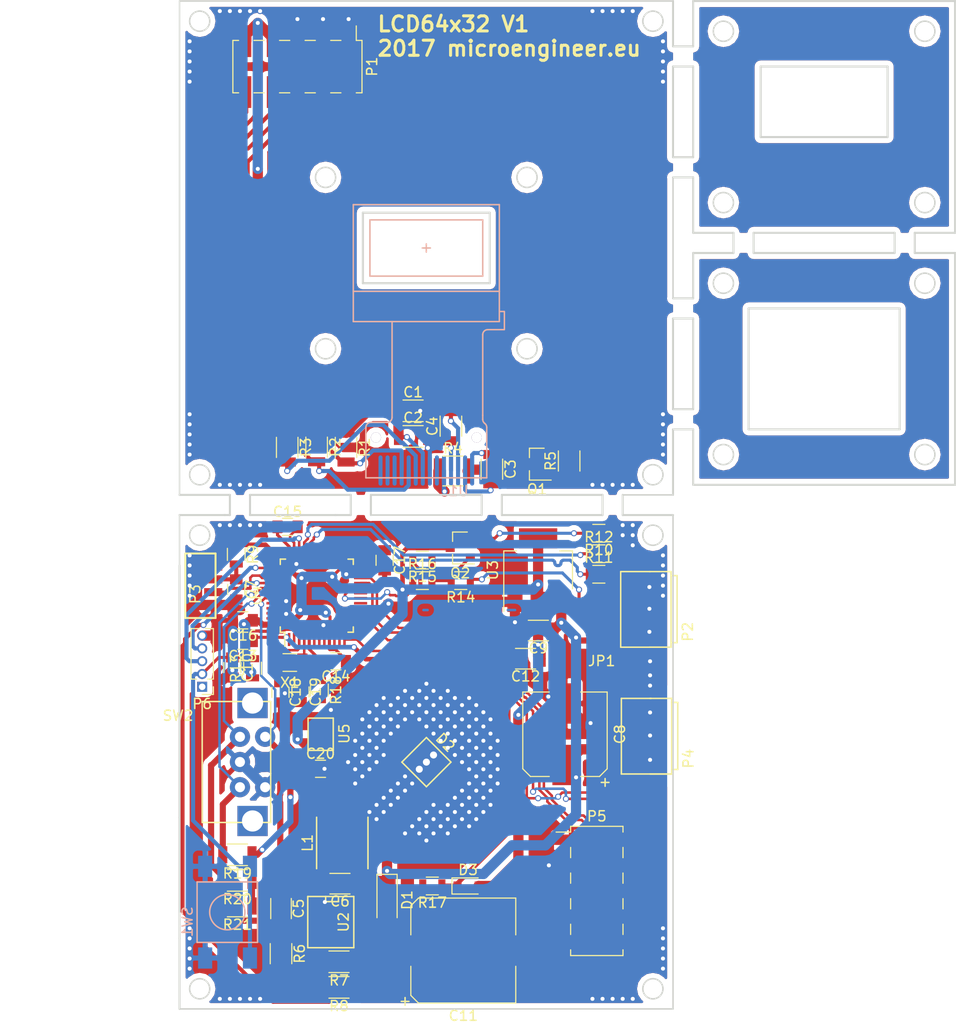
<source format=kicad_pcb>
(kicad_pcb (version 4) (host pcbnew 4.0.7-e2-6376~58~ubuntu17.04.1)
  (layers (0 F.Cu signal) (31 B.Cu signal) (34 B.Paste user) (35 F.Paste user) (36 B.SilkS user) (37 F.SilkS user) (38 B.Mask user) (39 F.Mask user) (44 Edge.Cuts user))
  (net 0 "")
  (net 1 +3V3)
  (net 2 GND)
  (net 3 "Net-(C3-Pad1)")
  (net 4 "Net-(C3-Pad2)")
  (net 5 "Net-(C4-Pad1)")
  (net 6 "Net-(C4-Pad2)")
  (net 7 "Net-(P1-Pad4)")
  (net 8 "Net-(P1-Pad6)")
  (net 9 "Net-(P1-Pad8)")
  (net 10 "Net-(P1-Pad10)")
  (net 11 "Net-(R4-Pad1)")
  (net 12 "Net-(Q1-Pad3)")
  (net 13 "Net-(C5-Pad1)")
  (net 14 GNDPWR)
  (net 15 +5V)
  (net 16 "Net-(D1-Pad2)")
  (net 17 "Net-(D2-Pad1)")
  (net 18 "Net-(R6-Pad1)")
  (net 19 "Net-(R7-Pad1)")
  (net 20 /PWM)
  (net 21 "Net-(C7-Pad1)")
  (net 22 /NRST)
  (net 23 "Net-(C11-Pad1)")
  (net 24 "Net-(C13-Pad1)")
  (net 25 /OSC32IN)
  (net 26 /OSC32OUT)
  (net 27 /USB_5V)
  (net 28 "Net-(P2-Pad3)")
  (net 29 "Net-(P2-Pad2)")
  (net 30 "Net-(P3-Pad3)")
  (net 31 /LCD_LED)
  (net 32 /LCD_SDA)
  (net 33 /LCD_SCL)
  (net 34 /SWDIO)
  (net 35 /SWCLK)
  (net 36 "Net-(Q2-Pad1)")
  (net 37 "Net-(Q2-Pad2)")
  (net 38 /USB_D-)
  (net 39 /USB_D+)
  (net 40 /DISC)
  (net 41 "Net-(R18-Pad1)")
  (net 42 "Net-(R18-Pad2)")
  (net 43 /LCD_#RES)
  (net 44 /ROT_B)
  (net 45 /ROT_A)
  (net 46 /ROT_SW)
  (module myfootprints:VIA-1,3mm (layer F.Cu) (at 132.083202 120.89081 45)
    (fp_text reference REF** hide)
    (fp_text value VIA-1,3mm hide)
    (pad "" thru_hole circle (at 0 0 45) (size 0.6 0.6) (drill 0.4) (layers *.Cu) (net 2 GND))
  )
  (module myfootprints:VIA-1,3mm (layer F.Cu) (at 131.376095 120.183703 45)
    (fp_text reference REF** hide)
    (fp_text value VIA-1,3mm hide)
    (pad "" thru_hole circle (at 0 0 45) (size 0.6 0.6) (drill 0.4) (layers *.Cu) (net 2 GND))
  )
  (module myfootprints:VIA-1,3mm (layer F.Cu) (at 130.668988 119.476596 45)
    (fp_text reference REF** hide)
    (fp_text value VIA-1,3mm hide)
    (pad "" thru_hole circle (at 0 0 45) (size 0.6 0.6) (drill 0.4) (layers *.Cu) (net 2 GND))
  )
  (module myfootprints:VIA-1,3mm (layer F.Cu) (at 129.961881 120.183703 45)
    (fp_text reference REF** hide)
    (fp_text value VIA-1,3mm hide)
    (pad "" thru_hole circle (at 0 0 45) (size 0.6 0.6) (drill 0.4) (layers *.Cu) (net 2 GND))
  )
  (module myfootprints:VIA-1,3mm (layer F.Cu) (at 130.668988 120.89081 45)
    (fp_text reference REF** hide)
    (fp_text value VIA-1,3mm hide)
    (pad "" thru_hole circle (at 0 0 45) (size 0.6 0.6) (drill 0.4) (layers *.Cu) (net 2 GND))
  )
  (module myfootprints:VIA-1,3mm (layer F.Cu) (at 129.961881 121.597917 45)
    (fp_text reference REF** hide)
    (fp_text value VIA-1,3mm hide)
    (pad "" thru_hole circle (at 0 0 45) (size 0.6 0.6) (drill 0.4) (layers *.Cu) (net 2 GND))
  )
  (module myfootprints:VIA-1,3mm (layer F.Cu) (at 129.254774 120.89081 45)
    (fp_text reference REF** hide)
    (fp_text value VIA-1,3mm hide)
    (pad "" thru_hole circle (at 0 0 45) (size 0.6 0.6) (drill 0.4) (layers *.Cu) (net 2 GND))
  )
  (module myfootprints:VIA-1,3mm (layer F.Cu) (at 128.547667 121.597917 45)
    (fp_text reference REF** hide)
    (fp_text value VIA-1,3mm hide)
    (pad "" thru_hole circle (at 0 0 45) (size 0.6 0.6) (drill 0.4) (layers *.Cu) (net 2 GND))
  )
  (module myfootprints:VIA-1,3mm (layer F.Cu) (at 129.254774 122.305024 45)
    (fp_text reference REF** hide)
    (fp_text value VIA-1,3mm hide)
    (pad "" thru_hole circle (at 0 0 45) (size 0.6 0.6) (drill 0.4) (layers *.Cu) (net 2 GND))
  )
  (module myfootprints:VIA-1,3mm (layer F.Cu) (at 128.547667 123.012131 45)
    (fp_text reference REF** hide)
    (fp_text value VIA-1,3mm hide)
    (pad "" thru_hole circle (at 0 0 45) (size 0.6 0.6) (drill 0.4) (layers *.Cu) (net 2 GND))
  )
  (module myfootprints:VIA-1,3mm (layer F.Cu) (at 127.84056 122.305024 45)
    (fp_text reference REF** hide)
    (fp_text value VIA-1,3mm hide)
    (pad "" thru_hole circle (at 0 0 45) (size 0.6 0.6) (drill 0.4) (layers *.Cu) (net 2 GND))
  )
  (module myfootprints:VIA-1,3mm (layer F.Cu) (at 131.376095 118.769489 45)
    (fp_text reference REF** hide)
    (fp_text value VIA-1,3mm hide)
    (pad "" thru_hole circle (at 0 0 45) (size 0.6 0.6) (drill 0.4) (layers *.Cu) (net 2 GND))
  )
  (module myfootprints:VIA-1,3mm (layer F.Cu) (at 129.254774 129.376094 45)
    (fp_text reference REF** hide)
    (fp_text value VIA-1,3mm hide)
    (pad "" thru_hole circle (at 0 0 45) (size 0.6 0.6) (drill 0.4) (layers *.Cu) (net 2 GND))
  )
  (module myfootprints:VIA-1,3mm (layer F.Cu) (at 120.76949 116.648168 45)
    (fp_text reference REF** hide)
    (fp_text value VIA-1,3mm hide)
    (pad "" thru_hole circle (at 0 0 45) (size 0.6 0.6) (drill 0.4) (layers *.Cu) (net 2 GND))
  )
  (module myfootprints:VIA-1,3mm (layer F.Cu) (at 118.648169 118.769489 45)
    (fp_text reference REF** hide)
    (fp_text value VIA-1,3mm hide)
    (pad "" thru_hole circle (at 0 0 45) (size 0.6 0.6) (drill 0.4) (layers *.Cu) (net 2 GND))
  )
  (module myfootprints:VIA-1,3mm (layer F.Cu) (at 119.355276 118.062382 45)
    (fp_text reference REF** hide)
    (fp_text value VIA-1,3mm hide)
    (pad "" thru_hole circle (at 0 0 45) (size 0.6 0.6) (drill 0.4) (layers *.Cu) (net 2 GND))
  )
  (module myfootprints:VIA-1,3mm (layer F.Cu) (at 120.062383 117.355275 45)
    (fp_text reference REF** hide)
    (fp_text value VIA-1,3mm hide)
    (pad "" thru_hole circle (at 0 0 45) (size 0.6 0.6) (drill 0.4) (layers *.Cu) (net 2 GND))
  )
  (module myfootprints:VIA-1,3mm (layer F.Cu) (at 122.890811 115.941061 45)
    (fp_text reference REF** hide)
    (fp_text value VIA-1,3mm hide)
    (pad "" thru_hole circle (at 0 0 45) (size 0.6 0.6) (drill 0.4) (layers *.Cu) (net 2 GND))
  )
  (module myfootprints:VIA-1,3mm (layer F.Cu) (at 122.183704 116.648168 45)
    (fp_text reference REF** hide)
    (fp_text value VIA-1,3mm hide)
    (pad "" thru_hole circle (at 0 0 45) (size 0.6 0.6) (drill 0.4) (layers *.Cu) (net 2 GND))
  )
  (module myfootprints:VIA-1,3mm (layer F.Cu) (at 121.476597 117.355275 45)
    (fp_text reference REF** hide)
    (fp_text value VIA-1,3mm hide)
    (pad "" thru_hole circle (at 0 0 45) (size 0.6 0.6) (drill 0.4) (layers *.Cu) (net 2 GND))
  )
  (module myfootprints:VIA-1,3mm (layer F.Cu) (at 120.76949 118.062382 45)
    (fp_text reference REF** hide)
    (fp_text value VIA-1,3mm hide)
    (pad "" thru_hole circle (at 0 0 45) (size 0.6 0.6) (drill 0.4) (layers *.Cu) (net 2 GND))
  )
  (module myfootprints:VIA-1,3mm (layer F.Cu) (at 120.062383 118.769489 45)
    (fp_text reference REF** hide)
    (fp_text value VIA-1,3mm hide)
    (pad "" thru_hole circle (at 0 0 45) (size 0.6 0.6) (drill 0.4) (layers *.Cu) (net 2 GND))
  )
  (module myfootprints:VIA-1,3mm (layer F.Cu) (at 119.355276 119.476596 45)
    (fp_text reference REF** hide)
    (fp_text value VIA-1,3mm hide)
    (pad "" thru_hole circle (at 0 0 45) (size 0.6 0.6) (drill 0.4) (layers *.Cu) (net 2 GND))
  )
  (module myfootprints:VIA-1,3mm (layer F.Cu) (at 118.648169 120.183703 45)
    (fp_text reference REF** hide)
    (fp_text value VIA-1,3mm hide)
    (pad "" thru_hole circle (at 0 0 45) (size 0.6 0.6) (drill 0.4) (layers *.Cu) (net 2 GND))
  )
  (module myfootprints:VIA-1,3mm (layer F.Cu) (at 117.941062 120.89081 45)
    (fp_text reference REF** hide)
    (fp_text value VIA-1,3mm hide)
    (pad "" thru_hole circle (at 0 0 45) (size 0.6 0.6) (drill 0.4) (layers *.Cu) (net 2 GND))
  )
  (module myfootprints:VIA-1,3mm (layer F.Cu) (at 122.890811 130.083201 45)
    (fp_text reference REF** hide)
    (fp_text value VIA-1,3mm hide)
    (pad "" thru_hole circle (at 0 0 45) (size 0.6 0.6) (drill 0.4) (layers *.Cu) (net 2 GND))
  )
  (module myfootprints:VIA-1,3mm (layer F.Cu) (at 117.941062 125.133452 45)
    (fp_text reference REF** hide)
    (fp_text value VIA-1,3mm hide)
    (pad "" thru_hole circle (at 0 0 45) (size 0.6 0.6) (drill 0.4) (layers *.Cu) (net 2 GND))
  )
  (module myfootprints:VIA-1,3mm (layer F.Cu) (at 119.355276 127.96188 45)
    (fp_text reference REF** hide)
    (fp_text value VIA-1,3mm hide)
    (pad "" thru_hole circle (at 0 0 45) (size 0.6 0.6) (drill 0.4) (layers *.Cu) (net 2 GND))
  )
  (module myfootprints:VIA-1,3mm (layer F.Cu) (at 120.062383 128.668987 45)
    (fp_text reference REF** hide)
    (fp_text value VIA-1,3mm hide)
    (pad "" thru_hole circle (at 0 0 45) (size 0.6 0.6) (drill 0.4) (layers *.Cu) (net 2 GND))
  )
  (module myfootprints:VIA-1,3mm (layer F.Cu) (at 120.76949 127.96188 45)
    (fp_text reference REF** hide)
    (fp_text value VIA-1,3mm hide)
    (pad "" thru_hole circle (at 0 0 45) (size 0.6 0.6) (drill 0.4) (layers *.Cu) (net 2 GND))
  )
  (module myfootprints:VIA-1,3mm (layer F.Cu) (at 120.062383 127.254773 45)
    (fp_text reference REF** hide)
    (fp_text value VIA-1,3mm hide)
    (pad "" thru_hole circle (at 0 0 45) (size 0.6 0.6) (drill 0.4) (layers *.Cu) (net 2 GND))
  )
  (module myfootprints:VIA-1,3mm (layer F.Cu) (at 120.76949 126.547666 45)
    (fp_text reference REF** hide)
    (fp_text value VIA-1,3mm hide)
    (pad "" thru_hole circle (at 0 0 45) (size 0.6 0.6) (drill 0.4) (layers *.Cu) (net 2 GND))
  )
  (module myfootprints:VIA-1,3mm (layer F.Cu) (at 129.961881 118.769489 45)
    (fp_text reference REF** hide)
    (fp_text value VIA-1,3mm hide)
    (pad "" thru_hole circle (at 0 0 45) (size 0.6 0.6) (drill 0.4) (layers *.Cu) (net 2 GND))
  )
  (module myfootprints:VIA-1,3mm (layer F.Cu) (at 130.668988 118.062382 45)
    (fp_text reference REF** hide)
    (fp_text value VIA-1,3mm hide)
    (pad "" thru_hole circle (at 0 0 45) (size 0.6 0.6) (drill 0.4) (layers *.Cu) (net 2 GND))
  )
  (module myfootprints:VIA-1,3mm (layer F.Cu) (at 129.961881 117.355275 45)
    (fp_text reference REF** hide)
    (fp_text value VIA-1,3mm hide)
    (pad "" thru_hole circle (at 0 0 45) (size 0.6 0.6) (drill 0.4) (layers *.Cu) (net 2 GND))
  )
  (module myfootprints:VIA-1,3mm (layer F.Cu) (at 129.254774 116.648168 45)
    (fp_text reference REF** hide)
    (fp_text value VIA-1,3mm hide)
    (pad "" thru_hole circle (at 0 0 45) (size 0.6 0.6) (drill 0.4) (layers *.Cu) (net 2 GND))
  )
  (module myfootprints:VIA-1,3mm (layer F.Cu) (at 127.133453 115.941061 45)
    (fp_text reference REF** hide)
    (fp_text value VIA-1,3mm hide)
    (pad "" thru_hole circle (at 0 0 45) (size 0.6 0.6) (drill 0.4) (layers *.Cu) (net 2 GND))
  )
  (module myfootprints:VIA-1,3mm (layer F.Cu) (at 127.84056 116.648168 45)
    (fp_text reference REF** hide)
    (fp_text value VIA-1,3mm hide)
    (pad "" thru_hole circle (at 0 0 45) (size 0.6 0.6) (drill 0.4) (layers *.Cu) (net 2 GND))
  )
  (module myfootprints:VIA-1,3mm (layer F.Cu) (at 128.547667 117.355275 45)
    (fp_text reference REF** hide)
    (fp_text value VIA-1,3mm hide)
    (pad "" thru_hole circle (at 0 0 45) (size 0.6 0.6) (drill 0.4) (layers *.Cu) (net 2 GND))
  )
  (module myfootprints:VIA-1,3mm (layer F.Cu) (at 129.254774 118.062382 45)
    (fp_text reference REF** hide)
    (fp_text value VIA-1,3mm hide)
    (pad "" thru_hole circle (at 0 0 45) (size 0.6 0.6) (drill 0.4) (layers *.Cu) (net 2 GND))
  )
  (module myfootprints:VIA-1,3mm (layer F.Cu) (at 132.083202 125.133452 45)
    (fp_text reference REF** hide)
    (fp_text value VIA-1,3mm hide)
    (pad "" thru_hole circle (at 0 0 45) (size 0.6 0.6) (drill 0.4) (layers *.Cu) (net 2 GND))
  )
  (module myfootprints:VIA-1,3mm (layer F.Cu) (at 131.376095 125.840559 45)
    (fp_text reference REF** hide)
    (fp_text value VIA-1,3mm hide)
    (pad "" thru_hole circle (at 0 0 45) (size 0.6 0.6) (drill 0.4) (layers *.Cu) (net 2 GND))
  )
  (module myfootprints:VIA-1,3mm (layer F.Cu) (at 130.668988 127.96188 45)
    (fp_text reference REF** hide)
    (fp_text value VIA-1,3mm hide)
    (pad "" thru_hole circle (at 0 0 45) (size 0.6 0.6) (drill 0.4) (layers *.Cu) (net 2 GND))
  )
  (module myfootprints:VIA-1,3mm (layer F.Cu) (at 131.376095 127.254773 45)
    (fp_text reference REF** hide)
    (fp_text value VIA-1,3mm hide)
    (pad "" thru_hole circle (at 0 0 45) (size 0.6 0.6) (drill 0.4) (layers *.Cu) (net 2 GND))
  )
  (module myfootprints:VIA-1,3mm (layer F.Cu) (at 130.668988 126.547666 45)
    (fp_text reference REF** hide)
    (fp_text value VIA-1,3mm hide)
    (pad "" thru_hole circle (at 0 0 45) (size 0.6 0.6) (drill 0.4) (layers *.Cu) (net 2 GND))
  )
  (module myfootprints:VIA-1,3mm (layer F.Cu) (at 129.961881 127.254773 45)
    (fp_text reference REF** hide)
    (fp_text value VIA-1,3mm hide)
    (pad "" thru_hole circle (at 0 0 45) (size 0.6 0.6) (drill 0.4) (layers *.Cu) (net 2 GND))
  )
  (module myfootprints:VIA-1,3mm (layer F.Cu) (at 129.961881 128.668987 45)
    (fp_text reference REF** hide)
    (fp_text value VIA-1,3mm hide)
    (pad "" thru_hole circle (at 0 0 45) (size 0.6 0.6) (drill 0.4) (layers *.Cu) (net 2 GND))
  )
  (module myfootprints:VIA-1,3mm (layer F.Cu) (at 129.254774 127.96188 45)
    (fp_text reference REF** hide)
    (fp_text value VIA-1,3mm hide)
    (pad "" thru_hole circle (at 0 0 45) (size 0.6 0.6) (drill 0.4) (layers *.Cu) (net 2 GND))
  )
  (module myfootprints:VIA-1,3mm (layer F.Cu) (at 128.547667 128.668987 45)
    (fp_text reference REF** hide)
    (fp_text value VIA-1,3mm hide)
    (pad "" thru_hole circle (at 0 0 45) (size 0.6 0.6) (drill 0.4) (layers *.Cu) (net 2 GND))
  )
  (module myfootprints:VIA-1,3mm (layer F.Cu) (at 127.84056 129.376094 45)
    (fp_text reference REF** hide)
    (fp_text value VIA-1,3mm hide)
    (pad "" thru_hole circle (at 0 0 45) (size 0.6 0.6) (drill 0.4) (layers *.Cu) (net 2 GND))
  )
  (module myfootprints:VIA-1,3mm (layer F.Cu) (at 127.133453 130.083201 45)
    (fp_text reference REF** hide)
    (fp_text value VIA-1,3mm hide)
    (pad "" thru_hole circle (at 0 0 45) (size 0.6 0.6) (drill 0.4) (layers *.Cu) (net 2 GND))
  )
  (module myfootprints:VIA-1,3mm (layer F.Cu) (at 125.719239 130.083201 45)
    (fp_text reference REF** hide)
    (fp_text value VIA-1,3mm hide)
    (pad "" thru_hole circle (at 0 0 45) (size 0.6 0.6) (drill 0.4) (layers *.Cu) (net 2 GND))
  )
  (module myfootprints:VIA-1,3mm (layer F.Cu) (at 126.426346 129.376094 45)
    (fp_text reference REF** hide)
    (fp_text value VIA-1,3mm hide)
    (pad "" thru_hole circle (at 0 0 45) (size 0.6 0.6) (drill 0.4) (layers *.Cu) (net 2 GND))
  )
  (module myfootprints:VIA-1,3mm (layer F.Cu) (at 125.719239 128.668987 45)
    (fp_text reference REF** hide)
    (fp_text value VIA-1,3mm hide)
    (pad "" thru_hole circle (at 0 0 45) (size 0.6 0.6) (drill 0.4) (layers *.Cu) (net 2 GND))
  )
  (module myfootprints:VIA-1,3mm (layer F.Cu) (at 126.426346 127.96188 45)
    (fp_text reference REF** hide)
    (fp_text value VIA-1,3mm hide)
    (pad "" thru_hole circle (at 0 0 45) (size 0.6 0.6) (drill 0.4) (layers *.Cu) (net 2 GND))
  )
  (module myfootprints:VIA-1,3mm (layer F.Cu) (at 125.719239 127.254773 45)
    (fp_text reference REF** hide)
    (fp_text value VIA-1,3mm hide)
    (pad "" thru_hole circle (at 0 0 45) (size 0.6 0.6) (drill 0.4) (layers *.Cu) (net 2 GND))
  )
  (module myfootprints:EC11B_ROTARY (layer F.Cu) (at 107.75 123 180)
    (fp_text reference SW2 (at 7.4 4.6 180) (layer F.SilkS))
    (fp_text value Rotary_Encoder_Switch_My hide)
    (pad C thru_hole circle (at 1.25 0 180) (size 2 2) (drill 1) (layers *.Cu *.Mask) (net 2 GND))
    (pad B thru_hole circle (at 1.25 -2.5 180) (size 2 2) (drill 1) (layers *.Cu *.Mask) (net 44 /ROT_B))
    (pad A thru_hole circle (at 1.25 2.5 180) (size 2 2) (drill 1) (layers *.Cu *.Mask) (net 45 /ROT_A))
    (pad 4 thru_hole rect (at 0 -5.85 180) (size 3 3) (drill 2.1) (layers *.Cu *.Mask))
    (pad 5 thru_hole rect (at 0 5.85 180) (size 3 3) (drill 2.1) (layers *.Cu *.Mask))
    (pad E thru_hole circle (at -1.25 -2.5 180) (size 2 2) (drill 1) (layers *.Cu *.Mask) (net 2 GND))
    (pad D thru_hole circle (at -1.25 2.5 180) (size 2 2) (drill 1) (layers *.Cu *.Mask) (net 46 /ROT_SW))
  )
  (module myfootprints:VIA-1,3mm (layer F.Cu) (at 124.305025 123.719238 45)
    (fp_text reference REF** hide)
    (fp_text value VIA-1,3mm hide)
    (pad "" thru_hole circle (at 0 0 45) (size 1 1) (drill 0.7) (layers *.Cu *.Mask) (net 2 GND))
  )
  (module myfootprints:VIA-1,3mm (layer F.Cu) (at 125.719239 122.305025 45)
    (fp_text reference REF** hide)
    (fp_text value VIA-1,3mm hide)
    (pad "" thru_hole circle (at 0 0 45) (size 1 1) (drill 0.7) (layers *.Cu *.Mask) (net 2 GND))
  )
  (module myfootprints:VIA-1,3mm (layer F.Cu) (at 125.012132 123.012131 45)
    (fp_text reference REF** hide)
    (fp_text value VIA-1,3mm hide)
    (pad "" thru_hole circle (at 0 0 45) (size 1 1) (drill 0.7) (layers *.Cu *.Mask) (net 2 GND))
  )
  (module myfootprints:CREE_XLAMP_XP-E (layer F.Cu) (at 125.012132 123.012131 135)
    (fp_text reference D2 (at 0.05 2.7 135) (layer F.SilkS))
    (fp_text value CREE_XPE)
    (pad 3 smd rect (at 0 0 135) (size 1.3 3.3) (layers F.Cu F.Paste F.Mask) (net 2 GND))
    (pad 2 smd rect (at -2.15 0 135) (size 2 3.3) (layers F.Cu F.Paste F.Mask) (net 15 +5V))
    (pad 1 smd rect (at 2.15 0 135) (size 2 3.3) (layers F.Cu F.Paste F.Mask) (net 17 "Net-(D2-Pad1)"))
  )
  (module myfootprints:VIA-1,3mm (layer F.Cu) (at 125.012132 115.233957 45)
    (fp_text reference REF** hide)
    (fp_text value VIA-1,3mm hide)
    (pad "" thru_hole circle (at 0 0 45) (size 0.6 0.6) (drill 0.4) (layers *.Cu) (net 2 GND))
  )
  (module myfootprints:VIA-1,3mm (layer F.Cu) (at 125.719239 115.941064 45)
    (fp_text reference REF** hide)
    (fp_text value VIA-1,3mm hide)
    (pad "" thru_hole circle (at 0 0 45) (size 0.6 0.6) (drill 0.4) (layers *.Cu) (net 2 GND))
  )
  (module myfootprints:VIA-1,3mm (layer F.Cu) (at 126.426345 116.64817 45)
    (fp_text reference REF** hide)
    (fp_text value VIA-1,3mm hide)
    (pad "" thru_hole circle (at 0 0 45) (size 0.6 0.6) (drill 0.4) (layers *.Cu) (net 2 GND))
  )
  (module myfootprints:VIA-1,3mm (layer F.Cu) (at 127.133452 117.355277 45)
    (fp_text reference REF** hide)
    (fp_text value VIA-1,3mm hide)
    (pad "" thru_hole circle (at 0 0 45) (size 0.6 0.6) (drill 0.4) (layers *.Cu) (net 2 GND))
  )
  (module myfootprints:VIA-1,3mm (layer F.Cu) (at 127.840559 118.062384 45)
    (fp_text reference REF** hide)
    (fp_text value VIA-1,3mm hide)
    (pad "" thru_hole circle (at 0 0 45) (size 0.6 0.6) (drill 0.4) (layers *.Cu) (net 2 GND))
  )
  (module myfootprints:VIA-1,3mm (layer F.Cu) (at 128.547666 118.769491 45)
    (fp_text reference REF** hide)
    (fp_text value VIA-1,3mm hide)
    (pad "" thru_hole circle (at 0 0 45) (size 0.6 0.6) (drill 0.4) (layers *.Cu) (net 2 GND))
  )
  (module myfootprints:VIA-1,3mm (layer F.Cu) (at 129.254772 119.476597 45)
    (fp_text reference REF** hide)
    (fp_text value VIA-1,3mm hide)
    (pad "" thru_hole circle (at 0 0 45) (size 0.6 0.6) (drill 0.4) (layers *.Cu) (net 2 GND))
  )
  (module myfootprints:VIA-1,3mm (layer F.Cu) (at 131.376093 121.597918 45)
    (fp_text reference REF** hide)
    (fp_text value VIA-1,3mm hide)
    (pad "" thru_hole circle (at 0 0 45) (size 0.6 0.6) (drill 0.4) (layers *.Cu) (net 2 GND))
  )
  (module myfootprints:VIA-1,3mm (layer F.Cu) (at 132.0832 122.305025 45)
    (fp_text reference REF** hide)
    (fp_text value VIA-1,3mm hide)
    (pad "" thru_hole circle (at 0 0 45) (size 0.6 0.6) (drill 0.4) (layers *.Cu) (net 2 GND))
  )
  (module myfootprints:VIA-1,3mm (layer F.Cu) (at 124.305025 115.941064 45)
    (fp_text reference REF** hide)
    (fp_text value VIA-1,3mm hide)
    (pad "" thru_hole circle (at 0 0 45) (size 0.6 0.6) (drill 0.4) (layers *.Cu) (net 2 GND))
  )
  (module myfootprints:VIA-1,3mm (layer F.Cu) (at 125.012132 116.64817 45)
    (fp_text reference REF** hide)
    (fp_text value VIA-1,3mm hide)
    (pad "" thru_hole circle (at 0 0 45) (size 0.6 0.6) (drill 0.4) (layers *.Cu) (net 2 GND))
  )
  (module myfootprints:VIA-1,3mm (layer F.Cu) (at 125.719239 117.355277 45)
    (fp_text reference REF** hide)
    (fp_text value VIA-1,3mm hide)
    (pad "" thru_hole circle (at 0 0 45) (size 0.6 0.6) (drill 0.4) (layers *.Cu) (net 2 GND))
  )
  (module myfootprints:VIA-1,3mm (layer F.Cu) (at 126.426345 118.062384 45)
    (fp_text reference REF** hide)
    (fp_text value VIA-1,3mm hide)
    (pad "" thru_hole circle (at 0 0 45) (size 0.6 0.6) (drill 0.4) (layers *.Cu) (net 2 GND))
  )
  (module myfootprints:VIA-1,3mm (layer F.Cu) (at 127.133452 118.769491 45)
    (fp_text reference REF** hide)
    (fp_text value VIA-1,3mm hide)
    (pad "" thru_hole circle (at 0 0 45) (size 0.6 0.6) (drill 0.4) (layers *.Cu) (net 2 GND))
  )
  (module myfootprints:VIA-1,3mm (layer F.Cu) (at 127.840559 119.476597 45)
    (fp_text reference REF** hide)
    (fp_text value VIA-1,3mm hide)
    (pad "" thru_hole circle (at 0 0 45) (size 0.6 0.6) (drill 0.4) (layers *.Cu) (net 2 GND))
  )
  (module myfootprints:VIA-1,3mm (layer F.Cu) (at 128.547666 120.183704 45)
    (fp_text reference REF** hide)
    (fp_text value VIA-1,3mm hide)
    (pad "" thru_hole circle (at 0 0 45) (size 0.6 0.6) (drill 0.4) (layers *.Cu) (net 2 GND))
  )
  (module myfootprints:VIA-1,3mm (layer F.Cu) (at 130.668986 122.305025 45)
    (fp_text reference REF** hide)
    (fp_text value VIA-1,3mm hide)
    (pad "" thru_hole circle (at 0 0 45) (size 0.6 0.6) (drill 0.4) (layers *.Cu) (net 2 GND))
  )
  (module myfootprints:VIA-1,3mm (layer F.Cu) (at 131.376093 123.012131 45)
    (fp_text reference REF** hide)
    (fp_text value VIA-1,3mm hide)
    (pad "" thru_hole circle (at 0 0 45) (size 0.6 0.6) (drill 0.4) (layers *.Cu) (net 2 GND))
  )
  (module myfootprints:VIA-1,3mm (layer F.Cu) (at 132.0832 123.719238 45)
    (fp_text reference REF** hide)
    (fp_text value VIA-1,3mm hide)
    (pad "" thru_hole circle (at 0 0 45) (size 0.6 0.6) (drill 0.4) (layers *.Cu) (net 2 GND))
  )
  (module myfootprints:VIA-1,3mm (layer F.Cu) (at 123.597918 116.64817 45)
    (fp_text reference REF** hide)
    (fp_text value VIA-1,3mm hide)
    (pad "" thru_hole circle (at 0 0 45) (size 0.6 0.6) (drill 0.4) (layers *.Cu) (net 2 GND))
  )
  (module myfootprints:VIA-1,3mm (layer F.Cu) (at 124.305025 117.355277 45)
    (fp_text reference REF** hide)
    (fp_text value VIA-1,3mm hide)
    (pad "" thru_hole circle (at 0 0 45) (size 0.6 0.6) (drill 0.4) (layers *.Cu) (net 2 GND))
  )
  (module myfootprints:VIA-1,3mm (layer F.Cu) (at 125.012132 118.062384 45)
    (fp_text reference REF** hide)
    (fp_text value VIA-1,3mm hide)
    (pad "" thru_hole circle (at 0 0 45) (size 0.6 0.6) (drill 0.4) (layers *.Cu) (net 2 GND))
  )
  (module myfootprints:VIA-1,3mm (layer F.Cu) (at 125.719239 118.769491 45)
    (fp_text reference REF** hide)
    (fp_text value VIA-1,3mm hide)
    (pad "" thru_hole circle (at 0 0 45) (size 0.6 0.6) (drill 0.4) (layers *.Cu) (net 2 GND))
  )
  (module myfootprints:VIA-1,3mm (layer F.Cu) (at 126.426345 119.476597 45)
    (fp_text reference REF** hide)
    (fp_text value VIA-1,3mm hide)
    (pad "" thru_hole circle (at 0 0 45) (size 0.6 0.6) (drill 0.4) (layers *.Cu) (net 2 GND))
  )
  (module myfootprints:VIA-1,3mm (layer F.Cu) (at 127.133452 120.183704 45)
    (fp_text reference REF** hide)
    (fp_text value VIA-1,3mm hide)
    (pad "" thru_hole circle (at 0 0 45) (size 0.6 0.6) (drill 0.4) (layers *.Cu) (net 2 GND))
  )
  (module myfootprints:VIA-1,3mm (layer F.Cu) (at 127.840559 120.890811 45)
    (fp_text reference REF** hide)
    (fp_text value VIA-1,3mm hide)
    (pad "" thru_hole circle (at 0 0 45) (size 0.6 0.6) (drill 0.4) (layers *.Cu) (net 2 GND))
  )
  (module myfootprints:VIA-1,3mm (layer F.Cu) (at 129.961879 123.012131 45)
    (fp_text reference REF** hide)
    (fp_text value VIA-1,3mm hide)
    (pad "" thru_hole circle (at 0 0 45) (size 0.6 0.6) (drill 0.4) (layers *.Cu) (net 2 GND))
  )
  (module myfootprints:VIA-1,3mm (layer F.Cu) (at 130.668986 123.719238 45)
    (fp_text reference REF** hide)
    (fp_text value VIA-1,3mm hide)
    (pad "" thru_hole circle (at 0 0 45) (size 0.6 0.6) (drill 0.4) (layers *.Cu) (net 2 GND))
  )
  (module myfootprints:VIA-1,3mm (layer F.Cu) (at 131.376093 124.426345 45)
    (fp_text reference REF** hide)
    (fp_text value VIA-1,3mm hide)
    (pad "" thru_hole circle (at 0 0 45) (size 0.6 0.6) (drill 0.4) (layers *.Cu) (net 2 GND))
  )
  (module myfootprints:VIA-1,3mm (layer F.Cu) (at 122.890811 117.355277 45)
    (fp_text reference REF** hide)
    (fp_text value VIA-1,3mm hide)
    (pad "" thru_hole circle (at 0 0 45) (size 0.6 0.6) (drill 0.4) (layers *.Cu) (net 2 GND))
  )
  (module myfootprints:VIA-1,3mm (layer F.Cu) (at 123.597918 118.062384 45)
    (fp_text reference REF** hide)
    (fp_text value VIA-1,3mm hide)
    (pad "" thru_hole circle (at 0 0 45) (size 0.6 0.6) (drill 0.4) (layers *.Cu) (net 2 GND))
  )
  (module myfootprints:VIA-1,3mm (layer F.Cu) (at 124.305025 118.769491 45)
    (fp_text reference REF** hide)
    (fp_text value VIA-1,3mm hide)
    (pad "" thru_hole circle (at 0 0 45) (size 0.6 0.6) (drill 0.4) (layers *.Cu) (net 2 GND))
  )
  (module myfootprints:VIA-1,3mm (layer F.Cu) (at 125.012132 119.476597 45)
    (fp_text reference REF** hide)
    (fp_text value VIA-1,3mm hide)
    (pad "" thru_hole circle (at 0 0 45) (size 0.6 0.6) (drill 0.4) (layers *.Cu) (net 2 GND))
  )
  (module myfootprints:VIA-1,3mm (layer F.Cu) (at 125.719239 120.183704 45)
    (fp_text reference REF** hide)
    (fp_text value VIA-1,3mm hide)
    (pad "" thru_hole circle (at 0 0 45) (size 0.6 0.6) (drill 0.4) (layers *.Cu) (net 2 GND))
  )
  (module myfootprints:VIA-1,3mm (layer F.Cu) (at 126.426345 120.890811 45)
    (fp_text reference REF** hide)
    (fp_text value VIA-1,3mm hide)
    (pad "" thru_hole circle (at 0 0 45) (size 0.6 0.6) (drill 0.4) (layers *.Cu) (net 2 GND))
  )
  (module myfootprints:VIA-1,3mm (layer F.Cu) (at 127.133452 121.597918 45)
    (fp_text reference REF** hide)
    (fp_text value VIA-1,3mm hide)
    (pad "" thru_hole circle (at 0 0 45) (size 0.6 0.6) (drill 0.4) (layers *.Cu) (net 2 GND))
  )
  (module myfootprints:VIA-1,3mm (layer F.Cu) (at 129.254772 123.719238 45)
    (fp_text reference REF** hide)
    (fp_text value VIA-1,3mm hide)
    (pad "" thru_hole circle (at 0 0 45) (size 0.6 0.6) (drill 0.4) (layers *.Cu) (net 2 GND))
  )
  (module myfootprints:VIA-1,3mm (layer F.Cu) (at 129.961879 124.426345 45)
    (fp_text reference REF** hide)
    (fp_text value VIA-1,3mm hide)
    (pad "" thru_hole circle (at 0 0 45) (size 0.6 0.6) (drill 0.4) (layers *.Cu) (net 2 GND))
  )
  (module myfootprints:VIA-1,3mm (layer F.Cu) (at 130.668986 125.133452 45)
    (fp_text reference REF** hide)
    (fp_text value VIA-1,3mm hide)
    (pad "" thru_hole circle (at 0 0 45) (size 0.6 0.6) (drill 0.4) (layers *.Cu) (net 2 GND))
  )
  (module myfootprints:VIA-1,3mm (layer F.Cu) (at 122.183705 118.062384 45)
    (fp_text reference REF** hide)
    (fp_text value VIA-1,3mm hide)
    (pad "" thru_hole circle (at 0 0 45) (size 0.6 0.6) (drill 0.4) (layers *.Cu) (net 2 GND))
  )
  (module myfootprints:VIA-1,3mm (layer F.Cu) (at 122.890811 118.769491 45)
    (fp_text reference REF** hide)
    (fp_text value VIA-1,3mm hide)
    (pad "" thru_hole circle (at 0 0 45) (size 0.6 0.6) (drill 0.4) (layers *.Cu) (net 2 GND))
  )
  (module myfootprints:VIA-1,3mm (layer F.Cu) (at 129.254772 125.133452 45)
    (fp_text reference REF** hide)
    (fp_text value VIA-1,3mm hide)
    (pad "" thru_hole circle (at 0 0 45) (size 0.6 0.6) (drill 0.4) (layers *.Cu) (net 2 GND))
  )
  (module myfootprints:VIA-1,3mm (layer F.Cu) (at 129.961879 125.840558 45)
    (fp_text reference REF** hide)
    (fp_text value VIA-1,3mm hide)
    (pad "" thru_hole circle (at 0 0 45) (size 0.6 0.6) (drill 0.4) (layers *.Cu) (net 2 GND))
  )
  (module myfootprints:VIA-1,3mm (layer F.Cu) (at 121.476598 118.769491 45)
    (fp_text reference REF** hide)
    (fp_text value VIA-1,3mm hide)
    (pad "" thru_hole circle (at 0 0 45) (size 0.6 0.6) (drill 0.4) (layers *.Cu) (net 2 GND))
  )
  (module myfootprints:VIA-1,3mm (layer F.Cu) (at 122.183705 119.476597 45)
    (fp_text reference REF** hide)
    (fp_text value VIA-1,3mm hide)
    (pad "" thru_hole circle (at 0 0 45) (size 0.6 0.6) (drill 0.4) (layers *.Cu) (net 2 GND))
  )
  (module myfootprints:VIA-1,3mm (layer F.Cu) (at 128.547666 125.840558 45)
    (fp_text reference REF** hide)
    (fp_text value VIA-1,3mm hide)
    (pad "" thru_hole circle (at 0 0 45) (size 0.6 0.6) (drill 0.4) (layers *.Cu) (net 2 GND))
  )
  (module myfootprints:VIA-1,3mm (layer F.Cu) (at 129.254772 126.547665 45)
    (fp_text reference REF** hide)
    (fp_text value VIA-1,3mm hide)
    (pad "" thru_hole circle (at 0 0 45) (size 0.6 0.6) (drill 0.4) (layers *.Cu) (net 2 GND))
  )
  (module myfootprints:VIA-1,3mm (layer F.Cu) (at 120.769491 119.476597 45)
    (fp_text reference REF** hide)
    (fp_text value VIA-1,3mm hide)
    (pad "" thru_hole circle (at 0 0 45) (size 0.6 0.6) (drill 0.4) (layers *.Cu) (net 2 GND))
  )
  (module myfootprints:VIA-1,3mm (layer F.Cu) (at 121.476598 120.183704 45)
    (fp_text reference REF** hide)
    (fp_text value VIA-1,3mm hide)
    (pad "" thru_hole circle (at 0 0 45) (size 0.6 0.6) (drill 0.4) (layers *.Cu) (net 2 GND))
  )
  (module myfootprints:VIA-1,3mm (layer F.Cu) (at 127.840559 126.547665 45)
    (fp_text reference REF** hide)
    (fp_text value VIA-1,3mm hide)
    (pad "" thru_hole circle (at 0 0 45) (size 0.6 0.6) (drill 0.4) (layers *.Cu) (net 2 GND))
  )
  (module myfootprints:VIA-1,3mm (layer F.Cu) (at 128.547666 127.254772 45)
    (fp_text reference REF** hide)
    (fp_text value VIA-1,3mm hide)
    (pad "" thru_hole circle (at 0 0 45) (size 0.6 0.6) (drill 0.4) (layers *.Cu) (net 2 GND))
  )
  (module myfootprints:VIA-1,3mm (layer F.Cu) (at 120.062384 120.183704 45)
    (fp_text reference REF** hide)
    (fp_text value VIA-1,3mm hide)
    (pad "" thru_hole circle (at 0 0 45) (size 0.6 0.6) (drill 0.4) (layers *.Cu) (net 2 GND))
  )
  (module myfootprints:VIA-1,3mm (layer F.Cu) (at 120.769491 120.890811 45)
    (fp_text reference REF** hide)
    (fp_text value VIA-1,3mm hide)
    (pad "" thru_hole circle (at 0 0 45) (size 0.6 0.6) (drill 0.4) (layers *.Cu) (net 2 GND))
  )
  (module myfootprints:VIA-1,3mm (layer F.Cu) (at 127.133452 127.254772 45)
    (fp_text reference REF** hide)
    (fp_text value VIA-1,3mm hide)
    (pad "" thru_hole circle (at 0 0 45) (size 0.6 0.6) (drill 0.4) (layers *.Cu) (net 2 GND))
  )
  (module myfootprints:VIA-1,3mm (layer F.Cu) (at 127.840559 127.961879 45)
    (fp_text reference REF** hide)
    (fp_text value VIA-1,3mm hide)
    (pad "" thru_hole circle (at 0 0 45) (size 0.6 0.6) (drill 0.4) (layers *.Cu) (net 2 GND))
  )
  (module myfootprints:VIA-1,3mm (layer F.Cu) (at 119.355277 120.890811 45)
    (fp_text reference REF** hide)
    (fp_text value VIA-1,3mm hide)
    (pad "" thru_hole circle (at 0 0 45) (size 0.6 0.6) (drill 0.4) (layers *.Cu) (net 2 GND))
  )
  (module myfootprints:VIA-1,3mm (layer F.Cu) (at 120.062384 121.597918 45)
    (fp_text reference REF** hide)
    (fp_text value VIA-1,3mm hide)
    (pad "" thru_hole circle (at 0 0 45) (size 0.6 0.6) (drill 0.4) (layers *.Cu) (net 2 GND))
  )
  (module myfootprints:VIA-1,3mm (layer F.Cu) (at 120.769491 122.305025 45)
    (fp_text reference REF** hide)
    (fp_text value VIA-1,3mm hide)
    (pad "" thru_hole circle (at 0 0 45) (size 0.6 0.6) (drill 0.4) (layers *.Cu) (net 2 GND))
  )
  (module myfootprints:VIA-1,3mm (layer F.Cu) (at 122.890811 124.426345 45)
    (fp_text reference REF** hide)
    (fp_text value VIA-1,3mm hide)
    (pad "" thru_hole circle (at 0 0 45) (size 0.6 0.6) (drill 0.4) (layers *.Cu) (net 2 GND))
  )
  (module myfootprints:VIA-1,3mm (layer F.Cu) (at 123.597918 125.133452 45)
    (fp_text reference REF** hide)
    (fp_text value VIA-1,3mm hide)
    (pad "" thru_hole circle (at 0 0 45) (size 0.6 0.6) (drill 0.4) (layers *.Cu) (net 2 GND))
  )
  (module myfootprints:VIA-1,3mm (layer F.Cu) (at 127.133452 128.668986 45)
    (fp_text reference REF** hide)
    (fp_text value VIA-1,3mm hide)
    (pad "" thru_hole circle (at 0 0 45) (size 0.6 0.6) (drill 0.4) (layers *.Cu) (net 2 GND))
  )
  (module myfootprints:VIA-1,3mm (layer F.Cu) (at 118.648171 121.597918 45)
    (fp_text reference REF** hide)
    (fp_text value VIA-1,3mm hide)
    (pad "" thru_hole circle (at 0 0 45) (size 0.6 0.6) (drill 0.4) (layers *.Cu) (net 2 GND))
  )
  (module myfootprints:VIA-1,3mm (layer F.Cu) (at 119.355277 122.305025 45)
    (fp_text reference REF** hide)
    (fp_text value VIA-1,3mm hide)
    (pad "" thru_hole circle (at 0 0 45) (size 0.6 0.6) (drill 0.4) (layers *.Cu) (net 2 GND))
  )
  (module myfootprints:VIA-1,3mm (layer F.Cu) (at 120.062384 123.012131 45)
    (fp_text reference REF** hide)
    (fp_text value VIA-1,3mm hide)
    (pad "" thru_hole circle (at 0 0 45) (size 0.6 0.6) (drill 0.4) (layers *.Cu) (net 2 GND))
  )
  (module myfootprints:VIA-1,3mm (layer F.Cu) (at 122.183705 125.133452 45)
    (fp_text reference REF** hide)
    (fp_text value VIA-1,3mm hide)
    (pad "" thru_hole circle (at 0 0 45) (size 0.6 0.6) (drill 0.4) (layers *.Cu) (net 2 GND))
  )
  (module myfootprints:VIA-1,3mm (layer F.Cu) (at 122.890811 125.840558 45)
    (fp_text reference REF** hide)
    (fp_text value VIA-1,3mm hide)
    (pad "" thru_hole circle (at 0 0 45) (size 0.6 0.6) (drill 0.4) (layers *.Cu) (net 2 GND))
  )
  (module myfootprints:VIA-1,3mm (layer F.Cu) (at 125.012132 127.961879 45)
    (fp_text reference REF** hide)
    (fp_text value VIA-1,3mm hide)
    (pad "" thru_hole circle (at 0 0 45) (size 0.6 0.6) (drill 0.4) (layers *.Cu) (net 2 GND))
  )
  (module myfootprints:VIA-1,3mm (layer F.Cu) (at 117.941064 122.305025 45)
    (fp_text reference REF** hide)
    (fp_text value VIA-1,3mm hide)
    (pad "" thru_hole circle (at 0 0 45) (size 0.6 0.6) (drill 0.4) (layers *.Cu) (net 2 GND))
  )
  (module myfootprints:VIA-1,3mm (layer F.Cu) (at 118.648171 123.012131 45)
    (fp_text reference REF** hide)
    (fp_text value VIA-1,3mm hide)
    (pad "" thru_hole circle (at 0 0 45) (size 0.6 0.6) (drill 0.4) (layers *.Cu) (net 2 GND))
  )
  (module myfootprints:VIA-1,3mm (layer F.Cu) (at 119.355277 123.719238 45)
    (fp_text reference REF** hide)
    (fp_text value VIA-1,3mm hide)
    (pad "" thru_hole circle (at 0 0 45) (size 0.6 0.6) (drill 0.4) (layers *.Cu) (net 2 GND))
  )
  (module myfootprints:VIA-1,3mm (layer F.Cu) (at 121.476598 125.840558 45)
    (fp_text reference REF** hide)
    (fp_text value VIA-1,3mm hide)
    (pad "" thru_hole circle (at 0 0 45) (size 0.6 0.6) (drill 0.4) (layers *.Cu) (net 2 GND))
  )
  (module myfootprints:VIA-1,3mm (layer F.Cu) (at 122.183705 126.547665 45)
    (fp_text reference REF** hide)
    (fp_text value VIA-1,3mm hide)
    (pad "" thru_hole circle (at 0 0 45) (size 0.6 0.6) (drill 0.4) (layers *.Cu) (net 2 GND))
  )
  (module myfootprints:VIA-1,3mm (layer F.Cu) (at 124.305025 128.668986 45)
    (fp_text reference REF** hide)
    (fp_text value VIA-1,3mm hide)
    (pad "" thru_hole circle (at 0 0 45) (size 0.6 0.6) (drill 0.4) (layers *.Cu) (net 2 GND))
  )
  (module myfootprints:VIA-1,3mm (layer F.Cu) (at 125.012132 129.376092 45)
    (fp_text reference REF** hide)
    (fp_text value VIA-1,3mm hide)
    (pad "" thru_hole circle (at 0 0 45) (size 0.6 0.6) (drill 0.4) (layers *.Cu) (net 2 GND))
  )
  (module myfootprints:VIA-1,3mm (layer F.Cu) (at 117.233957 123.012131 45)
    (fp_text reference REF** hide)
    (fp_text value VIA-1,3mm hide)
    (pad "" thru_hole circle (at 0 0 45) (size 0.6 0.6) (drill 0.4) (layers *.Cu) (net 2 GND))
  )
  (module myfootprints:VIA-1,3mm (layer F.Cu) (at 117.941064 123.719238 45)
    (fp_text reference REF** hide)
    (fp_text value VIA-1,3mm hide)
    (pad "" thru_hole circle (at 0 0 45) (size 0.6 0.6) (drill 0.4) (layers *.Cu) (net 2 GND))
  )
  (module myfootprints:VIA-1,3mm (layer F.Cu) (at 118.648171 124.426345 45)
    (fp_text reference REF** hide)
    (fp_text value VIA-1,3mm hide)
    (pad "" thru_hole circle (at 0 0 45) (size 0.6 0.6) (drill 0.4) (layers *.Cu) (net 2 GND))
  )
  (module myfootprints:VIA-1,3mm (layer F.Cu) (at 121.476598 127.254772 45)
    (fp_text reference REF** hide)
    (fp_text value VIA-1,3mm hide)
    (pad "" thru_hole circle (at 0 0 45) (size 0.6 0.6) (drill 0.4) (layers *.Cu) (net 2 GND))
  )
  (module myfootprints:VIA-1,3mm (layer F.Cu) (at 123.597918 129.376092 45)
    (fp_text reference REF** hide)
    (fp_text value VIA-1,3mm hide)
    (pad "" thru_hole circle (at 0 0 45) (size 0.6 0.6) (drill 0.4) (layers *.Cu) (net 2 GND))
  )
  (module myfootprints:VIA-1,3mm (layer F.Cu) (at 124.305025 130.083199 45)
    (fp_text reference REF** hide)
    (fp_text value VIA-1,3mm hide)
    (pad "" thru_hole circle (at 0 0 45) (size 0.6 0.6) (drill 0.4) (layers *.Cu) (net 2 GND))
  )
  (module myfootprints:VIA-1,3mm (layer F.Cu) (at 125.012132 130.790306 45)
    (fp_text reference REF** hide)
    (fp_text value VIA-1,3mm hide)
    (pad "" thru_hole circle (at 0 0 45) (size 0.6 0.6) (drill 0.4) (layers *.Cu) (net 2 GND))
  )
  (module myfootprints:VIA-1,3mm (layer F.Cu) (at 144.5 100.5 180)
    (fp_text reference REF** hide)
    (fp_text value VIA-1,3mm hide)
    (pad "" thru_hole circle (at 0 0 180) (size 0.6 0.6) (drill 0.4) (layers *.Cu) (net 2 GND))
  )
  (module myfootprints:VIA-1,3mm (layer F.Cu) (at 145.5 100.5 180)
    (fp_text reference REF** hide)
    (fp_text value VIA-1,3mm hide)
    (pad "" thru_hole circle (at 0 0 180) (size 0.6 0.6) (drill 0.4) (layers *.Cu) (net 2 GND))
  )
  (module myfootprints:VIA-1,3mm (layer F.Cu) (at 145.5 101.5 180)
    (fp_text reference REF** hide)
    (fp_text value VIA-1,3mm hide)
    (pad "" thru_hole circle (at 0 0 180) (size 0.6 0.6) (drill 0.4) (layers *.Cu) (net 2 GND))
  )
  (module myfootprints:VIA-1,3mm (layer F.Cu) (at 144.5 99.5 180)
    (fp_text reference REF** hide)
    (fp_text value VIA-1,3mm hide)
    (pad "" thru_hole circle (at 0 0 180) (size 0.6 0.6) (drill 0.4) (layers *.Cu) (net 2 GND))
  )
  (module myfootprints:VIA-1,3mm (layer F.Cu) (at 145.5 99.5 180)
    (fp_text reference REF** hide)
    (fp_text value VIA-1,3mm hide)
    (pad "" thru_hole circle (at 0 0 180) (size 0.6 0.6) (drill 0.4) (layers *.Cu) (net 2 GND))
  )
  (module myfootprints:VIA-1,3mm (layer F.Cu) (at 148.5 102.5 90)
    (fp_text reference REF** hide)
    (fp_text value VIA-1,3mm hide)
    (pad "" thru_hole circle (at 0 0 90) (size 0.6 0.6) (drill 0.4) (layers *.Cu) (net 2 GND))
  )
  (module myfootprints:VIA-1,3mm (layer F.Cu) (at 148.5 103.5 90)
    (fp_text reference REF** hide)
    (fp_text value VIA-1,3mm hide)
    (pad "" thru_hole circle (at 0 0 90) (size 0.6 0.6) (drill 0.4) (layers *.Cu) (net 2 GND))
  )
  (module myfootprints:VIA-1,3mm (layer F.Cu) (at 148.5 104.5 90)
    (fp_text reference REF** hide)
    (fp_text value VIA-1,3mm hide)
    (pad "" thru_hole circle (at 0 0 90) (size 0.6 0.6) (drill 0.4) (layers *.Cu) (net 2 GND))
  )
  (module myfootprints:VIA-1,3mm (layer F.Cu) (at 148.5 105.5 90)
    (fp_text reference REF** hide)
    (fp_text value VIA-1,3mm hide)
    (pad "" thru_hole circle (at 0 0 90) (size 0.6 0.6) (drill 0.4) (layers *.Cu) (net 2 GND))
  )
  (module myfootprints:VIA-1,3mm (layer F.Cu) (at 148.5 106.5 90)
    (fp_text reference REF** hide)
    (fp_text value VIA-1,3mm hide)
    (pad "" thru_hole circle (at 0 0 90) (size 0.6 0.6) (drill 0.4) (layers *.Cu) (net 2 GND))
  )
  (module myfootprints:VIA-1,3mm (layer F.Cu) (at 148.5 139.5 90)
    (fp_text reference REF** hide)
    (fp_text value VIA-1,3mm hide)
    (pad "" thru_hole circle (at 0 0 90) (size 0.6 0.6) (drill 0.4) (layers *.Cu) (net 2 GND))
  )
  (module myfootprints:VIA-1,3mm (layer F.Cu) (at 148.5 140.5 90)
    (fp_text reference REF** hide)
    (fp_text value VIA-1,3mm hide)
    (pad "" thru_hole circle (at 0 0 90) (size 0.6 0.6) (drill 0.4) (layers *.Cu) (net 2 GND))
  )
  (module myfootprints:VIA-1,3mm (layer F.Cu) (at 148.5 141.5 90)
    (fp_text reference REF** hide)
    (fp_text value VIA-1,3mm hide)
    (pad "" thru_hole circle (at 0 0 90) (size 0.6 0.6) (drill 0.4) (layers *.Cu) (net 2 GND))
  )
  (module myfootprints:VIA-1,3mm (layer F.Cu) (at 148.5 142.5 90)
    (fp_text reference REF** hide)
    (fp_text value VIA-1,3mm hide)
    (pad "" thru_hole circle (at 0 0 90) (size 0.6 0.6) (drill 0.4) (layers *.Cu) (net 2 GND))
  )
  (module myfootprints:VIA-1,3mm (layer F.Cu) (at 148.5 143.5 90)
    (fp_text reference REF** hide)
    (fp_text value VIA-1,3mm hide)
    (pad "" thru_hole circle (at 0 0 90) (size 0.6 0.6) (drill 0.4) (layers *.Cu) (net 2 GND))
  )
  (module myfootprints:VIA-1,3mm (layer F.Cu) (at 145.5 146.5)
    (fp_text reference REF** hide)
    (fp_text value VIA-1,3mm hide)
    (pad "" thru_hole circle (at 0 0) (size 0.6 0.6) (drill 0.4) (layers *.Cu) (net 2 GND))
  )
  (module myfootprints:VIA-1,3mm (layer F.Cu) (at 144.5 146.5)
    (fp_text reference REF** hide)
    (fp_text value VIA-1,3mm hide)
    (pad "" thru_hole circle (at 0 0) (size 0.6 0.6) (drill 0.4) (layers *.Cu) (net 2 GND))
  )
  (module myfootprints:VIA-1,3mm (layer F.Cu) (at 143.5 146.5)
    (fp_text reference REF** hide)
    (fp_text value VIA-1,3mm hide)
    (pad "" thru_hole circle (at 0 0) (size 0.6 0.6) (drill 0.4) (layers *.Cu) (net 2 GND))
  )
  (module myfootprints:VIA-1,3mm (layer F.Cu) (at 142.5 146.5)
    (fp_text reference REF** hide)
    (fp_text value VIA-1,3mm hide)
    (pad "" thru_hole circle (at 0 0) (size 0.6 0.6) (drill 0.4) (layers *.Cu) (net 2 GND))
  )
  (module myfootprints:VIA-1,3mm (layer F.Cu) (at 141.5 146.5)
    (fp_text reference REF** hide)
    (fp_text value VIA-1,3mm hide)
    (pad "" thru_hole circle (at 0 0) (size 0.6 0.6) (drill 0.4) (layers *.Cu) (net 2 GND))
  )
  (module myfootprints:VIA-1,3mm (layer F.Cu) (at 101.5 143.5 270)
    (fp_text reference REF** hide)
    (fp_text value VIA-1,3mm hide)
    (pad "" thru_hole circle (at 0 0 270) (size 0.6 0.6) (drill 0.4) (layers *.Cu) (net 2 GND))
  )
  (module myfootprints:VIA-1,3mm (layer F.Cu) (at 101.5 142.5 270)
    (fp_text reference REF** hide)
    (fp_text value VIA-1,3mm hide)
    (pad "" thru_hole circle (at 0 0 270) (size 0.6 0.6) (drill 0.4) (layers *.Cu) (net 2 GND))
  )
  (module myfootprints:VIA-1,3mm (layer F.Cu) (at 101.5 141.5 270)
    (fp_text reference REF** hide)
    (fp_text value VIA-1,3mm hide)
    (pad "" thru_hole circle (at 0 0 270) (size 0.6 0.6) (drill 0.4) (layers *.Cu) (net 2 GND))
  )
  (module myfootprints:VIA-1,3mm (layer F.Cu) (at 101.5 140.5 270)
    (fp_text reference REF** hide)
    (fp_text value VIA-1,3mm hide)
    (pad "" thru_hole circle (at 0 0 270) (size 0.6 0.6) (drill 0.4) (layers *.Cu) (net 2 GND))
  )
  (module myfootprints:VIA-1,3mm (layer F.Cu) (at 101.5 139.5 270)
    (fp_text reference REF** hide)
    (fp_text value VIA-1,3mm hide)
    (pad "" thru_hole circle (at 0 0 270) (size 0.6 0.6) (drill 0.4) (layers *.Cu) (net 2 GND))
  )
  (module myfootprints:VIA-1,3mm (layer F.Cu) (at 104.5 146.5 180)
    (fp_text reference REF** hide)
    (fp_text value VIA-1,3mm hide)
    (pad "" thru_hole circle (at 0 0 180) (size 0.6 0.6) (drill 0.4) (layers *.Cu) (net 2 GND))
  )
  (module myfootprints:VIA-1,3mm (layer F.Cu) (at 105.5 146.5 180)
    (fp_text reference REF** hide)
    (fp_text value VIA-1,3mm hide)
    (pad "" thru_hole circle (at 0 0 180) (size 0.6 0.6) (drill 0.4) (layers *.Cu) (net 2 GND))
  )
  (module myfootprints:VIA-1,3mm (layer F.Cu) (at 106.5 146.5 180)
    (fp_text reference REF** hide)
    (fp_text value VIA-1,3mm hide)
    (pad "" thru_hole circle (at 0 0 180) (size 0.6 0.6) (drill 0.4) (layers *.Cu) (net 2 GND))
  )
  (module myfootprints:VIA-1,3mm (layer F.Cu) (at 107.5 146.5 180)
    (fp_text reference REF** hide)
    (fp_text value VIA-1,3mm hide)
    (pad "" thru_hole circle (at 0 0 180) (size 0.6 0.6) (drill 0.4) (layers *.Cu) (net 2 GND))
  )
  (module myfootprints:VIA-1,3mm (layer F.Cu) (at 108.5 146.5 180)
    (fp_text reference REF** hide)
    (fp_text value VIA-1,3mm hide)
    (pad "" thru_hole circle (at 0 0 180) (size 0.6 0.6) (drill 0.4) (layers *.Cu) (net 2 GND))
  )
  (module myfootprints:VIA-1,3mm (layer F.Cu) (at 104.5 99.5 180)
    (fp_text reference REF** hide)
    (fp_text value VIA-1,3mm hide)
    (pad "" thru_hole circle (at 0 0 180) (size 0.6 0.6) (drill 0.4) (layers *.Cu) (net 2 GND))
  )
  (module myfootprints:VIA-1,3mm (layer F.Cu) (at 105.5 99.5 180)
    (fp_text reference REF** hide)
    (fp_text value VIA-1,3mm hide)
    (pad "" thru_hole circle (at 0 0 180) (size 0.6 0.6) (drill 0.4) (layers *.Cu) (net 2 GND))
  )
  (module myfootprints:VIA-1,3mm (layer F.Cu) (at 106.5 99.5 180)
    (fp_text reference REF** hide)
    (fp_text value VIA-1,3mm hide)
    (pad "" thru_hole circle (at 0 0 180) (size 0.6 0.6) (drill 0.4) (layers *.Cu) (net 2 GND))
  )
  (module myfootprints:VIA-1,3mm (layer F.Cu) (at 107.5 99.5 180)
    (fp_text reference REF** hide)
    (fp_text value VIA-1,3mm hide)
    (pad "" thru_hole circle (at 0 0 180) (size 0.6 0.6) (drill 0.4) (layers *.Cu) (net 2 GND))
  )
  (module myfootprints:VIA-1,3mm (layer F.Cu) (at 108.5 99.5 180)
    (fp_text reference REF** hide)
    (fp_text value VIA-1,3mm hide)
    (pad "" thru_hole circle (at 0 0 180) (size 0.6 0.6) (drill 0.4) (layers *.Cu) (net 2 GND))
  )
  (module myfootprints:VIA-1,3mm (layer F.Cu) (at 101.5 102.5 90)
    (fp_text reference REF** hide)
    (fp_text value VIA-1,3mm hide)
    (pad "" thru_hole circle (at 0 0 90) (size 0.6 0.6) (drill 0.4) (layers *.Cu) (net 2 GND))
  )
  (module myfootprints:VIA-1,3mm (layer F.Cu) (at 101.5 103.5 90)
    (fp_text reference REF** hide)
    (fp_text value VIA-1,3mm hide)
    (pad "" thru_hole circle (at 0 0 90) (size 0.6 0.6) (drill 0.4) (layers *.Cu) (net 2 GND))
  )
  (module myfootprints:VIA-1,3mm (layer F.Cu) (at 101.5 104.5 90)
    (fp_text reference REF** hide)
    (fp_text value VIA-1,3mm hide)
    (pad "" thru_hole circle (at 0 0 90) (size 0.6 0.6) (drill 0.4) (layers *.Cu) (net 2 GND))
  )
  (module myfootprints:VIA-1,3mm (layer F.Cu) (at 101.5 105.5 90)
    (fp_text reference REF** hide)
    (fp_text value VIA-1,3mm hide)
    (pad "" thru_hole circle (at 0 0 90) (size 0.6 0.6) (drill 0.4) (layers *.Cu) (net 2 GND))
  )
  (module myfootprints:VIA-1,3mm (layer F.Cu) (at 101.5 106.5 90)
    (fp_text reference REF** hide)
    (fp_text value VIA-1,3mm hide)
    (pad "" thru_hole circle (at 0 0 90) (size 0.6 0.6) (drill 0.4) (layers *.Cu) (net 2 GND))
  )
  (module myfootprints:VIA-1,3mm (layer F.Cu) (at 145.5 95.5)
    (fp_text reference REF** hide)
    (fp_text value VIA-1,3mm hide)
    (pad "" thru_hole circle (at 0 0) (size 0.6 0.6) (drill 0.4) (layers *.Cu) (net 2 GND))
  )
  (module myfootprints:VIA-1,3mm (layer F.Cu) (at 144.5 95.5)
    (fp_text reference REF** hide)
    (fp_text value VIA-1,3mm hide)
    (pad "" thru_hole circle (at 0 0) (size 0.6 0.6) (drill 0.4) (layers *.Cu) (net 2 GND))
  )
  (module myfootprints:VIA-1,3mm (layer F.Cu) (at 143.5 95.5)
    (fp_text reference REF** hide)
    (fp_text value VIA-1,3mm hide)
    (pad "" thru_hole circle (at 0 0) (size 0.6 0.6) (drill 0.4) (layers *.Cu) (net 2 GND))
  )
  (module myfootprints:VIA-1,3mm (layer F.Cu) (at 142.5 95.5)
    (fp_text reference REF** hide)
    (fp_text value VIA-1,3mm hide)
    (pad "" thru_hole circle (at 0 0) (size 0.6 0.6) (drill 0.4) (layers *.Cu) (net 2 GND))
  )
  (module myfootprints:VIA-1,3mm (layer F.Cu) (at 141.5 95.5)
    (fp_text reference REF** hide)
    (fp_text value VIA-1,3mm hide)
    (pad "" thru_hole circle (at 0 0) (size 0.6 0.6) (drill 0.4) (layers *.Cu) (net 2 GND))
  )
  (module myfootprints:VIA-1,3mm (layer F.Cu) (at 148.5 92.5 270)
    (fp_text reference REF** hide)
    (fp_text value VIA-1,3mm hide)
    (pad "" thru_hole circle (at 0 0 270) (size 0.6 0.6) (drill 0.4) (layers *.Cu) (net 2 GND))
  )
  (module myfootprints:VIA-1,3mm (layer F.Cu) (at 148.5 91.5 270)
    (fp_text reference REF** hide)
    (fp_text value VIA-1,3mm hide)
    (pad "" thru_hole circle (at 0 0 270) (size 0.6 0.6) (drill 0.4) (layers *.Cu) (net 2 GND))
  )
  (module myfootprints:VIA-1,3mm (layer F.Cu) (at 148.5 90.5 270)
    (fp_text reference REF** hide)
    (fp_text value VIA-1,3mm hide)
    (pad "" thru_hole circle (at 0 0 270) (size 0.6 0.6) (drill 0.4) (layers *.Cu) (net 2 GND))
  )
  (module myfootprints:VIA-1,3mm (layer F.Cu) (at 148.5 89.5 270)
    (fp_text reference REF** hide)
    (fp_text value VIA-1,3mm hide)
    (pad "" thru_hole circle (at 0 0 270) (size 0.6 0.6) (drill 0.4) (layers *.Cu) (net 2 GND))
  )
  (module myfootprints:VIA-1,3mm (layer F.Cu) (at 148.5 88.5 270)
    (fp_text reference REF** hide)
    (fp_text value VIA-1,3mm hide)
    (pad "" thru_hole circle (at 0 0 270) (size 0.6 0.6) (drill 0.4) (layers *.Cu) (net 2 GND))
  )
  (module myfootprints:VIA-1,3mm (layer F.Cu) (at 148.5 55.5 270)
    (fp_text reference REF** hide)
    (fp_text value VIA-1,3mm hide)
    (pad "" thru_hole circle (at 0 0 270) (size 0.6 0.6) (drill 0.4) (layers *.Cu) (net 2 GND))
  )
  (module myfootprints:VIA-1,3mm (layer F.Cu) (at 148.5 54.5 270)
    (fp_text reference REF** hide)
    (fp_text value VIA-1,3mm hide)
    (pad "" thru_hole circle (at 0 0 270) (size 0.6 0.6) (drill 0.4) (layers *.Cu) (net 2 GND))
  )
  (module myfootprints:VIA-1,3mm (layer F.Cu) (at 148.5 53.5 270)
    (fp_text reference REF** hide)
    (fp_text value VIA-1,3mm hide)
    (pad "" thru_hole circle (at 0 0 270) (size 0.6 0.6) (drill 0.4) (layers *.Cu) (net 2 GND))
  )
  (module myfootprints:VIA-1,3mm (layer F.Cu) (at 148.5 52.5 270)
    (fp_text reference REF** hide)
    (fp_text value VIA-1,3mm hide)
    (pad "" thru_hole circle (at 0 0 270) (size 0.6 0.6) (drill 0.4) (layers *.Cu) (net 2 GND))
  )
  (module myfootprints:VIA-1,3mm (layer F.Cu) (at 148.5 51.5 270)
    (fp_text reference REF** hide)
    (fp_text value VIA-1,3mm hide)
    (pad "" thru_hole circle (at 0 0 270) (size 0.6 0.6) (drill 0.4) (layers *.Cu) (net 2 GND))
  )
  (module myfootprints:VIA-1,3mm (layer F.Cu) (at 141.5 48.5 180)
    (fp_text reference REF** hide)
    (fp_text value VIA-1,3mm hide)
    (pad "" thru_hole circle (at 0 0 180) (size 0.6 0.6) (drill 0.4) (layers *.Cu) (net 2 GND))
  )
  (module myfootprints:VIA-1,3mm (layer F.Cu) (at 142.5 48.5 180)
    (fp_text reference REF** hide)
    (fp_text value VIA-1,3mm hide)
    (pad "" thru_hole circle (at 0 0 180) (size 0.6 0.6) (drill 0.4) (layers *.Cu) (net 2 GND))
  )
  (module myfootprints:VIA-1,3mm (layer F.Cu) (at 143.5 48.5 180)
    (fp_text reference REF** hide)
    (fp_text value VIA-1,3mm hide)
    (pad "" thru_hole circle (at 0 0 180) (size 0.6 0.6) (drill 0.4) (layers *.Cu) (net 2 GND))
  )
  (module myfootprints:VIA-1,3mm (layer F.Cu) (at 144.5 48.5 180)
    (fp_text reference REF** hide)
    (fp_text value VIA-1,3mm hide)
    (pad "" thru_hole circle (at 0 0 180) (size 0.6 0.6) (drill 0.4) (layers *.Cu) (net 2 GND))
  )
  (module myfootprints:VIA-1,3mm (layer F.Cu) (at 145.5 48.5 180)
    (fp_text reference REF** hide)
    (fp_text value VIA-1,3mm hide)
    (pad "" thru_hole circle (at 0 0 180) (size 0.6 0.6) (drill 0.4) (layers *.Cu) (net 2 GND))
  )
  (module myfootprints:VIA-1,3mm (layer F.Cu) (at 104.5 48.5 180)
    (fp_text reference REF** hide)
    (fp_text value VIA-1,3mm hide)
    (pad "" thru_hole circle (at 0 0 180) (size 0.6 0.6) (drill 0.4) (layers *.Cu) (net 2 GND))
  )
  (module myfootprints:VIA-1,3mm (layer F.Cu) (at 105.5 48.5 180)
    (fp_text reference REF** hide)
    (fp_text value VIA-1,3mm hide)
    (pad "" thru_hole circle (at 0 0 180) (size 0.6 0.6) (drill 0.4) (layers *.Cu) (net 2 GND))
  )
  (module myfootprints:VIA-1,3mm (layer F.Cu) (at 106.5 48.5 180)
    (fp_text reference REF** hide)
    (fp_text value VIA-1,3mm hide)
    (pad "" thru_hole circle (at 0 0 180) (size 0.6 0.6) (drill 0.4) (layers *.Cu) (net 2 GND))
  )
  (module myfootprints:VIA-1,3mm (layer F.Cu) (at 107.5 48.5 180)
    (fp_text reference REF** hide)
    (fp_text value VIA-1,3mm hide)
    (pad "" thru_hole circle (at 0 0 180) (size 0.6 0.6) (drill 0.4) (layers *.Cu) (net 2 GND))
  )
  (module myfootprints:VIA-1,3mm (layer F.Cu) (at 108.5 48.5 180)
    (fp_text reference REF** hide)
    (fp_text value VIA-1,3mm hide)
    (pad "" thru_hole circle (at 0 0 180) (size 0.6 0.6) (drill 0.4) (layers *.Cu) (net 2 GND))
  )
  (module myfootprints:VIA-1,3mm (layer F.Cu) (at 101.5 51.5 90)
    (fp_text reference REF** hide)
    (fp_text value VIA-1,3mm hide)
    (pad "" thru_hole circle (at 0 0 90) (size 0.6 0.6) (drill 0.4) (layers *.Cu) (net 2 GND))
  )
  (module myfootprints:VIA-1,3mm (layer F.Cu) (at 101.5 52.5 90)
    (fp_text reference REF** hide)
    (fp_text value VIA-1,3mm hide)
    (pad "" thru_hole circle (at 0 0 90) (size 0.6 0.6) (drill 0.4) (layers *.Cu) (net 2 GND))
  )
  (module myfootprints:VIA-1,3mm (layer F.Cu) (at 101.5 53.5 90)
    (fp_text reference REF** hide)
    (fp_text value VIA-1,3mm hide)
    (pad "" thru_hole circle (at 0 0 90) (size 0.6 0.6) (drill 0.4) (layers *.Cu) (net 2 GND))
  )
  (module myfootprints:VIA-1,3mm (layer F.Cu) (at 101.5 54.5 90)
    (fp_text reference REF** hide)
    (fp_text value VIA-1,3mm hide)
    (pad "" thru_hole circle (at 0 0 90) (size 0.6 0.6) (drill 0.4) (layers *.Cu) (net 2 GND))
  )
  (module myfootprints:VIA-1,3mm (layer F.Cu) (at 101.5 55.5 90)
    (fp_text reference REF** hide)
    (fp_text value VIA-1,3mm hide)
    (pad "" thru_hole circle (at 0 0 90) (size 0.6 0.6) (drill 0.4) (layers *.Cu) (net 2 GND))
  )
  (module myfootprints:VIA-1,3mm (layer F.Cu) (at 101.5 88.5 90)
    (fp_text reference REF** hide)
    (fp_text value VIA-1,3mm hide)
    (pad "" thru_hole circle (at 0 0 90) (size 0.6 0.6) (drill 0.4) (layers *.Cu) (net 2 GND))
  )
  (module myfootprints:VIA-1,3mm (layer F.Cu) (at 101.5 89.5 90)
    (fp_text reference REF** hide)
    (fp_text value VIA-1,3mm hide)
    (pad "" thru_hole circle (at 0 0 90) (size 0.6 0.6) (drill 0.4) (layers *.Cu) (net 2 GND))
  )
  (module myfootprints:VIA-1,3mm (layer F.Cu) (at 101.5 90.5 90)
    (fp_text reference REF** hide)
    (fp_text value VIA-1,3mm hide)
    (pad "" thru_hole circle (at 0 0 90) (size 0.6 0.6) (drill 0.4) (layers *.Cu) (net 2 GND))
  )
  (module myfootprints:VIA-1,3mm (layer F.Cu) (at 101.5 91.5 90)
    (fp_text reference REF** hide)
    (fp_text value VIA-1,3mm hide)
    (pad "" thru_hole circle (at 0 0 90) (size 0.6 0.6) (drill 0.4) (layers *.Cu) (net 2 GND))
  )
  (module myfootprints:VIA-1,3mm (layer F.Cu) (at 101.5 92.5 90)
    (fp_text reference REF** hide)
    (fp_text value VIA-1,3mm hide)
    (pad "" thru_hole circle (at 0 0 90) (size 0.6 0.6) (drill 0.4) (layers *.Cu) (net 2 GND))
  )
  (module myfootprints:VIA-1,3mm (layer F.Cu) (at 108.5 95.5)
    (fp_text reference REF** hide)
    (fp_text value VIA-1,3mm hide)
    (pad "" thru_hole circle (at 0 0) (size 0.6 0.6) (drill 0.4) (layers *.Cu) (net 2 GND))
  )
  (module myfootprints:VIA-1,3mm (layer F.Cu) (at 107.5 95.5)
    (fp_text reference REF** hide)
    (fp_text value VIA-1,3mm hide)
    (pad "" thru_hole circle (at 0 0) (size 0.6 0.6) (drill 0.4) (layers *.Cu) (net 2 GND))
  )
  (module myfootprints:VIA-1,3mm (layer F.Cu) (at 106.5 95.5)
    (fp_text reference REF** hide)
    (fp_text value VIA-1,3mm hide)
    (pad "" thru_hole circle (at 0 0) (size 0.6 0.6) (drill 0.4) (layers *.Cu) (net 2 GND))
  )
  (module myfootprints:VIA-1,3mm (layer F.Cu) (at 105.5 95.5)
    (fp_text reference REF** hide)
    (fp_text value VIA-1,3mm hide)
    (pad "" thru_hole circle (at 0 0) (size 0.6 0.6) (drill 0.4) (layers *.Cu) (net 2 GND))
  )
  (module myfootprints:VIA-1,3mm (layer F.Cu) (at 104.5 95.5)
    (fp_text reference REF** hide)
    (fp_text value VIA-1,3mm hide)
    (pad "" thru_hole circle (at 0 0) (size 0.6 0.6) (drill 0.4) (layers *.Cu) (net 2 GND))
  )
  (module Resistors_SMD:R_1206 (layer F.Cu) (at 123.69 88.158)
    (fp_text reference C1 (at 0 -1.85) (layer F.SilkS))
    (fp_text value 100n)
    (pad 1 smd rect (at -1.45 0) (size 0.9 1.7) (layers F.Cu F.Paste F.Mask) (net 1 +3V3))
    (pad 2 smd rect (at 1.45 0) (size 0.9 1.7) (layers F.Cu F.Paste F.Mask) (net 2 GND))
  )
  (module Resistors_SMD:R_1206 (layer F.Cu) (at 123.69 90.698)
    (fp_text reference C2 (at 0 -1.85) (layer F.SilkS))
    (fp_text value 1µ)
    (pad 1 smd rect (at -1.45 0) (size 0.9 1.7) (layers F.Cu F.Paste F.Mask) (net 1 +3V3))
    (pad 2 smd rect (at 1.45 0) (size 0.9 1.7) (layers F.Cu F.Paste F.Mask) (net 2 GND))
  )
  (module Resistors_SMD:R_1206 (layer F.Cu) (at 131.511 93.947 270)
    (fp_text reference C3 (at 0 -1.85 270) (layer F.SilkS))
    (fp_text value 1µ)
    (pad 1 smd rect (at -1.45 0 270) (size 0.9 1.7) (layers F.Cu F.Paste F.Mask) (net 3 "Net-(C3-Pad1)"))
    (pad 2 smd rect (at 1.45 0 270) (size 0.9 1.7) (layers F.Cu F.Paste F.Mask) (net 4 "Net-(C3-Pad2)"))
  )
  (module Resistors_SMD:R_1206 (layer F.Cu) (at 127.447 89.682 90)
    (fp_text reference C4 (at 0 -1.85 90) (layer F.SilkS))
    (fp_text value 1µ)
    (pad 1 smd rect (at -1.45 0 90) (size 0.9 1.7) (layers F.Cu F.Paste F.Mask) (net 5 "Net-(C4-Pad1)"))
    (pad 2 smd rect (at 1.45 0 90) (size 0.9 1.7) (layers F.Cu F.Paste F.Mask) (net 6 "Net-(C4-Pad2)"))
  )
  (module Pin_Headers:Pin_Header_Straight_2x05_Pitch2.54mm_SMD (layer F.Cu) (at 112.207 54.01 270)
    (fp_text reference P1 (at 0 -7.41 270) (layer F.SilkS))
    (fp_text value CONN_02X05)
    (pad 1 smd rect (at -2.525 -5.08 270) (size 3.15 1) (layers F.Cu F.Paste F.Mask) (net 2 GND))
    (pad 2 smd rect (at 2.525 -5.08 270) (size 3.15 1) (layers F.Cu F.Paste F.Mask))
    (pad 3 smd rect (at -2.525 -2.54 270) (size 3.15 1) (layers F.Cu F.Paste F.Mask) (net 2 GND))
    (pad 4 smd rect (at 2.525 -2.54 270) (size 3.15 1) (layers F.Cu F.Paste F.Mask) (net 7 "Net-(P1-Pad4)"))
    (pad 5 smd rect (at -2.525 0 270) (size 3.15 1) (layers F.Cu F.Paste F.Mask) (net 2 GND))
    (pad 6 smd rect (at 2.525 0 270) (size 3.15 1) (layers F.Cu F.Paste F.Mask) (net 8 "Net-(P1-Pad6)"))
    (pad 7 smd rect (at -2.525 2.54 270) (size 3.15 1) (layers F.Cu F.Paste F.Mask) (net 1 +3V3))
    (pad 8 smd rect (at 2.525 2.54 270) (size 3.15 1) (layers F.Cu F.Paste F.Mask) (net 9 "Net-(P1-Pad8)"))
    (pad 9 smd rect (at -2.525 5.08 270) (size 3.15 1) (layers F.Cu F.Paste F.Mask) (net 1 +3V3))
    (pad 10 smd rect (at 2.525 5.08 270) (size 3.15 1) (layers F.Cu F.Paste F.Mask) (net 10 "Net-(P1-Pad10)"))
  )
  (module TO_SOT_Packages_SMD:SOT-23 (layer F.Cu) (at 136 93.45 180)
    (fp_text reference Q1 (at 0 -2.5 180) (layer F.SilkS))
    (fp_text value BC807-40)
    (pad 1 smd rect (at -1 -0.95 180) (size 0.9 0.8) (layers F.Cu F.Paste F.Mask) (net 7 "Net-(P1-Pad4)"))
    (pad 2 smd rect (at -1 0.95 180) (size 0.9 0.8) (layers F.Cu F.Paste F.Mask) (net 1 +3V3))
    (pad 3 smd rect (at 1 0 180) (size 0.9 0.8) (layers F.Cu F.Paste F.Mask) (net 12 "Net-(Q1-Pad3)"))
  )
  (module Resistors_SMD:R_1206 (layer F.Cu) (at 117.033 91.788 270)
    (fp_text reference R1 (at 0 -1.85 270) (layer F.SilkS))
    (fp_text value 2k2)
    (pad 1 smd rect (at -1.45 0 270) (size 0.9 1.7) (layers F.Cu F.Paste F.Mask) (net 1 +3V3))
    (pad 2 smd rect (at 1.45 0 270) (size 0.9 1.7) (layers F.Cu F.Paste F.Mask) (net 8 "Net-(P1-Pad6)"))
  )
  (module Resistors_SMD:R_1206 (layer F.Cu) (at 114.112 91.767 270)
    (fp_text reference R2 (at 0 -1.85 270) (layer F.SilkS))
    (fp_text value 2k2)
    (pad 1 smd rect (at -1.45 0 270) (size 0.9 1.7) (layers F.Cu F.Paste F.Mask) (net 1 +3V3))
    (pad 2 smd rect (at 1.45 0 270) (size 0.9 1.7) (layers F.Cu F.Paste F.Mask) (net 9 "Net-(P1-Pad8)"))
  )
  (module Resistors_SMD:R_1206 (layer F.Cu) (at 111.191 91.788 270)
    (fp_text reference R3 (at 0 -1.85 270) (layer F.SilkS))
    (fp_text value 10k)
    (pad 1 smd rect (at -1.45 0 270) (size 0.9 1.7) (layers F.Cu F.Paste F.Mask) (net 1 +3V3))
    (pad 2 smd rect (at 1.45 0 270) (size 0.9 1.7) (layers F.Cu F.Paste F.Mask) (net 10 "Net-(P1-Pad10)"))
  )
  (module Resistors_SMD:R_1210 (layer F.Cu) (at 127.648 94.127)
    (fp_text reference R4 (at 0 -2.25) (layer F.SilkS))
    (fp_text value 4,7R)
    (pad 1 smd rect (at -1.45 0) (size 0.9 2.5) (layers F.Cu F.Paste F.Mask) (net 11 "Net-(R4-Pad1)"))
    (pad 2 smd rect (at 1.45 0) (size 0.9 2.5) (layers F.Cu F.Paste F.Mask) (net 12 "Net-(Q1-Pad3)"))
  )
  (module Resistors_SMD:R_1206 (layer F.Cu) (at 139.184 93.136 90)
    (fp_text reference R5 (at 0 -1.85 90) (layer F.SilkS))
    (fp_text value 10k)
    (pad 1 smd rect (at -1.45 0 90) (size 0.9 1.7) (layers F.Cu F.Paste F.Mask) (net 7 "Net-(P1-Pad4)"))
    (pad 2 smd rect (at 1.45 0 90) (size 0.9 1.7) (layers F.Cu F.Paste F.Mask) (net 1 +3V3))
  )
  (module Capacitors_SMD:C_1206 (layer F.Cu) (at 110.577 137.542 270)
    (fp_text reference C5 (at 0 -1.75 270) (layer F.SilkS))
    (fp_text value 1µ)
    (pad 1 smd rect (at -1.5 0 270) (size 1 1.6) (layers F.Cu F.Paste F.Mask) (net 13 "Net-(C5-Pad1)"))
    (pad 2 smd rect (at 1.5 0 270) (size 1 1.6) (layers F.Cu F.Paste F.Mask) (net 14 GNDPWR))
  )
  (module Capacitors_SMD:C_1206 (layer F.Cu) (at 116.43 135.074 180)
    (fp_text reference C6 (at 0 -1.75 180) (layer F.SilkS))
    (fp_text value 2,2µ)
    (pad 1 smd rect (at -1.5 0 180) (size 1 1.6) (layers F.Cu F.Paste F.Mask) (net 15 +5V))
    (pad 2 smd rect (at 1.5 0 180) (size 1 1.6) (layers F.Cu F.Paste F.Mask) (net 2 GND))
  )
  (module Diodes_SMD:D_MiniMELF (layer F.Cu) (at 121.105 136.697 270)
    (fp_text reference D1 (at 0 -2 270) (layer F.SilkS))
    (fp_text value Schottky)
    (pad 1 smd rect (at -1.75 0 270) (size 1.3 1.7) (layers F.Cu F.Paste F.Mask) (net 15 +5V))
    (pad 2 smd rect (at 1.75 0 270) (size 1.3 1.7) (layers F.Cu F.Paste F.Mask) (net 16 "Net-(D1-Pad2)"))
  )
  (module Inductors:Inductor_Taiyo-Yuden_NR-50xx (layer F.Cu) (at 116.66 131.032 90)
    (fp_text reference L1 (at 0 -3.45 90) (layer F.SilkS))
    (fp_text value 10µH/1A)
    (pad 1 smd rect (at -1.8 0 90) (size 1.5 4.2) (layers F.Cu F.Paste F.Mask) (net 16 "Net-(D1-Pad2)"))
    (pad 2 smd rect (at 1.8 0 90) (size 1.5 4.2) (layers F.Cu F.Paste F.Mask) (net 17 "Net-(D2-Pad1)"))
  )
  (module Resistors_SMD:R_1206 (layer F.Cu) (at 110.577 142.016 270)
    (fp_text reference R6 (at 0 -1.85 270) (layer F.SilkS))
    (fp_text value 8k93)
    (pad 1 smd rect (at -1.45 0 270) (size 0.9 1.7) (layers F.Cu F.Paste F.Mask) (net 18 "Net-(R6-Pad1)"))
    (pad 2 smd rect (at 1.45 0 270) (size 0.9 1.7) (layers F.Cu F.Paste F.Mask) (net 2 GND))
  )
  (module Resistors_SMD:R_1206 (layer F.Cu) (at 116.332 142.821 180)
    (fp_text reference R7 (at 0 -1.85 180) (layer F.SilkS))
    (fp_text value 20k)
    (pad 1 smd rect (at -1.45 0 180) (size 0.9 1.7) (layers F.Cu F.Paste F.Mask) (net 19 "Net-(R7-Pad1)"))
    (pad 2 smd rect (at 1.45 0 180) (size 0.9 1.7) (layers F.Cu F.Paste F.Mask) (net 2 GND))
  )
  (module Resistors_SMD:R_1206 (layer F.Cu) (at 116.332 145.361 180)
    (fp_text reference R8 (at 0 -1.85 180) (layer F.SilkS))
    (fp_text value 10k)
    (pad 1 smd rect (at -1.45 0 180) (size 0.9 1.7) (layers F.Cu F.Paste F.Mask) (net 20 /PWM))
    (pad 2 smd rect (at 1.45 0 180) (size 0.9 1.7) (layers F.Cu F.Paste F.Mask) (net 2 GND))
  )
  (module SMD_Packages:SOIC-8-N (layer F.Cu) (at 115.517 138.884 270)
    (fp_text reference U2 (at 0 -1.27 270) (layer F.SilkS))
    (fp_text value LM3414)
    (pad 8 smd rect (at -1.905 -3.175 270) (size 0.508 1.143) (layers F.Cu F.Paste F.Mask) (net 15 +5V))
    (pad 7 smd rect (at -0.635 -3.175 270) (size 0.508 1.143) (layers F.Cu F.Paste F.Mask) (net 16 "Net-(D1-Pad2)"))
    (pad 6 smd rect (at 0.635 -3.175 270) (size 0.508 1.143) (layers F.Cu F.Paste F.Mask) (net 20 /PWM))
    (pad 5 smd rect (at 1.905 -3.175 270) (size 0.508 1.143) (layers F.Cu F.Paste F.Mask) (net 19 "Net-(R7-Pad1)"))
    (pad 4 smd rect (at 1.905 3.175 270) (size 0.508 1.143) (layers F.Cu F.Paste F.Mask) (net 2 GND))
    (pad 3 smd rect (at 0.635 3.175 270) (size 0.508 1.143) (layers F.Cu F.Paste F.Mask) (net 18 "Net-(R6-Pad1)"))
    (pad 2 smd rect (at -0.635 3.175 270) (size 0.508 1.143) (layers F.Cu F.Paste F.Mask) (net 14 GNDPWR))
    (pad 1 smd rect (at -1.905 3.175 270) (size 0.508 1.143) (layers F.Cu F.Paste F.Mask) (net 13 "Net-(C5-Pad1)"))
  )
  (module myfootprints:NET-TIE-0.3mm (layer F.Cu) (at 114.374 139.523 90)
    (fp_text reference W1 hide)
    (fp_text value NET-TIE hide)
    (fp_line (start -0.25 0) (end 0.25 0) (layer F.Cu) (width 0.3))
    (pad 1 smd circle (at -0.25 0 90) (size 0.3 0.3) (layers F.Cu) (net 2 GND))
    (pad 2 smd circle (at 0.25 0 90) (size 0.3 0.3) (layers F.Cu) (net 14 GNDPWR))
  )
  (module Capacitors_SMD:C_0805 (layer F.Cu) (at 106.132 105.879 270)
    (fp_text reference C7 (at 0 -1.5 270) (layer F.SilkS))
    (fp_text value 100n)
    (pad 1 smd rect (at -1 0 270) (size 1 1.25) (layers F.Cu F.Paste F.Mask) (net 21 "Net-(C7-Pad1)"))
    (pad 2 smd rect (at 1 0 270) (size 1 1.25) (layers F.Cu F.Paste F.Mask) (net 2 GND))
  )
  (module Capacitors_SMD:CP_Elec_8x6.7 (layer F.Cu) (at 138.771 120.246 90)
    (fp_text reference C8 (at 0 5.45 90) (layer F.SilkS))
    (fp_text value PXA150/10)
    (fp_text user + (at -4.78 3.91 90) (layer F.SilkS))
    (pad 1 smd rect (at -3.05 0 270) (size 4 2.5) (layers F.Cu F.Paste F.Mask) (net 15 +5V))
    (pad 2 smd rect (at 3.05 0 270) (size 4 2.5) (layers F.Cu F.Paste F.Mask) (net 2 GND))
  )
  (module Capacitors_SMD:C_1206 (layer F.Cu) (at 136.128 109.959 180)
    (fp_text reference C9 (at 0 -1.75 180) (layer F.SilkS))
    (fp_text value 10u)
    (pad 1 smd rect (at -1.5 0 180) (size 1 1.6) (layers F.Cu F.Paste F.Mask) (net 15 +5V))
    (pad 2 smd rect (at 1.5 0 180) (size 1 1.6) (layers F.Cu F.Paste F.Mask) (net 2 GND))
  )
  (module Capacitors_SMD:C_0805 (layer F.Cu) (at 105.751 113.626 270)
    (fp_text reference C10 (at 0 -1.5 270) (layer F.SilkS))
    (fp_text value 100n)
    (pad 1 smd rect (at -1 0 270) (size 1 1.25) (layers F.Cu F.Paste F.Mask) (net 22 /NRST))
    (pad 2 smd rect (at 1 0 270) (size 1 1.25) (layers F.Cu F.Paste F.Mask) (net 2 GND))
  )
  (module Capacitors_SMD:CP_Elec_10x7.7 (layer F.Cu) (at 128.675 141.709)
    (fp_text reference C11 (at 0 6.46) (layer F.SilkS))
    (fp_text value 0,1F/5.5V)
    (fp_text user + (at -5.78 4.97) (layer F.SilkS))
    (pad 1 smd rect (at -4 0 180) (size 4 2.5) (layers F.Cu F.Paste F.Mask) (net 23 "Net-(C11-Pad1)"))
    (pad 2 smd rect (at 4 0 180) (size 4 2.5) (layers F.Cu F.Paste F.Mask) (net 2 GND))
  )
  (module Capacitors_SMD:C_1206 (layer F.Cu) (at 134.858 112.753 180)
    (fp_text reference C12 (at 0 -1.75 180) (layer F.SilkS))
    (fp_text value 10u)
    (pad 1 smd rect (at -1.5 0 180) (size 1 1.6) (layers F.Cu F.Paste F.Mask) (net 1 +3V3))
    (pad 2 smd rect (at 1.5 0 180) (size 1 1.6) (layers F.Cu F.Paste F.Mask) (net 2 GND))
  )
  (module Capacitors_SMD:C_0805 (layer F.Cu) (at 106.783 110.975 180)
    (fp_text reference C13 (at 0 -1.5 180) (layer F.SilkS))
    (fp_text value 100n)
    (pad 1 smd rect (at -1 0 180) (size 1 1.25) (layers F.Cu F.Paste F.Mask) (net 24 "Net-(C13-Pad1)"))
    (pad 2 smd rect (at 1 0 180) (size 1 1.25) (layers F.Cu F.Paste F.Mask) (net 2 GND))
  )
  (module Capacitors_SMD:C_0805 (layer F.Cu) (at 116.022 113.007 180)
    (fp_text reference C14 (at 0 -1.5 180) (layer F.SilkS))
    (fp_text value 100n)
    (pad 1 smd rect (at -1 0 180) (size 1 1.25) (layers F.Cu F.Paste F.Mask) (net 1 +3V3))
    (pad 2 smd rect (at 1 0 180) (size 1 1.25) (layers F.Cu F.Paste F.Mask) (net 2 GND))
  )
  (module Capacitors_SMD:C_0805 (layer F.Cu) (at 111.228 99.672)
    (fp_text reference C15 (at 0 -1.5) (layer F.SilkS))
    (fp_text value 100n)
    (pad 1 smd rect (at -1 0) (size 1 1.25) (layers F.Cu F.Paste F.Mask) (net 1 +3V3))
    (pad 2 smd rect (at 1 0) (size 1 1.25) (layers F.Cu F.Paste F.Mask) (net 2 GND))
  )
  (module Capacitors_SMD:C_0805 (layer F.Cu) (at 106.783 108.943 180)
    (fp_text reference C16 (at 0 -1.5 180) (layer F.SilkS))
    (fp_text value 100n)
    (pad 1 smd rect (at -1 0 180) (size 1 1.25) (layers F.Cu F.Paste F.Mask) (net 1 +3V3))
    (pad 2 smd rect (at 1 0 180) (size 1 1.25) (layers F.Cu F.Paste F.Mask) (net 2 GND))
  )
  (module Capacitors_SMD:C_0805 (layer F.Cu) (at 120.864 102.99 270)
    (fp_text reference C17 (at 0 -1.5 270) (layer F.SilkS))
    (fp_text value 100n)
    (pad 1 smd rect (at -1 0 270) (size 1 1.25) (layers F.Cu F.Paste F.Mask) (net 1 +3V3))
    (pad 2 smd rect (at 1 0 270) (size 1 1.25) (layers F.Cu F.Paste F.Mask) (net 2 GND))
  )
  (module Capacitors_SMD:C_0805 (layer F.Cu) (at 110.52 116.09 270)
    (fp_text reference C18 (at 0 -1.5 270) (layer F.SilkS))
    (fp_text value 2p)
    (pad 1 smd rect (at -1 0 270) (size 1 1.25) (layers F.Cu F.Paste F.Mask) (net 25 /OSC32IN))
    (pad 2 smd rect (at 1 0 270) (size 1 1.25) (layers F.Cu F.Paste F.Mask) (net 2 GND))
  )
  (module Capacitors_SMD:C_0805 (layer F.Cu) (at 112.51 116.05 270)
    (fp_text reference C19 (at 0 -1.5 270) (layer F.SilkS))
    (fp_text value 2p)
    (pad 1 smd rect (at -1 0 270) (size 1 1.25) (layers F.Cu F.Paste F.Mask) (net 26 /OSC32OUT))
    (pad 2 smd rect (at 1 0 270) (size 1 1.25) (layers F.Cu F.Paste F.Mask) (net 2 GND))
  )
  (module Diodes_SMD:D_0805 (layer F.Cu) (at 129.15 135.3)
    (fp_text reference D3 (at 0 -1.6) (layer F.SilkS))
    (fp_text value BAS416)
    (pad 1 smd rect (at -1.05 0) (size 0.8 0.9) (layers F.Cu F.Paste F.Mask) (net 24 "Net-(C13-Pad1)"))
    (pad 2 smd rect (at 1.05 0) (size 0.8 0.9) (layers F.Cu F.Paste F.Mask) (net 1 +3V3))
  )
  (module myfootprints:SOLDERJMP (layer F.Cu) (at 142.411132 110.947131)
    (fp_text reference JP1 (at 0 2.032) (layer F.SilkS))
    (fp_text value Jumper_NO_Small hide)
    (pad 1 smd rect (at -0.762 0) (size 0.7 1) (layers F.Cu F.Paste F.Mask) (net 15 +5V))
    (pad 2 smd rect (at 0.254 0) (size 0.7 1) (layers F.Cu F.Paste F.Mask) (net 27 /USB_5V))
  )
  (module Pin_Headers:Pin_Header_Straight_2x05_Pitch2.54mm_SMD (layer F.Cu) (at 141.931 135.793)
    (fp_text reference P5 (at 0 -7.41) (layer F.SilkS))
    (fp_text value CONN_02X05)
    (pad 1 smd rect (at -2.525 -5.08) (size 3.15 1) (layers F.Cu F.Paste F.Mask) (net 2 GND))
    (pad 2 smd rect (at 2.525 -5.08) (size 3.15 1) (layers F.Cu F.Paste F.Mask))
    (pad 3 smd rect (at -2.525 -2.54) (size 3.15 1) (layers F.Cu F.Paste F.Mask) (net 2 GND))
    (pad 4 smd rect (at 2.525 -2.54) (size 3.15 1) (layers F.Cu F.Paste F.Mask) (net 31 /LCD_LED))
    (pad 5 smd rect (at -2.525 0) (size 3.15 1) (layers F.Cu F.Paste F.Mask) (net 2 GND))
    (pad 6 smd rect (at 2.525 0) (size 3.15 1) (layers F.Cu F.Paste F.Mask) (net 32 /LCD_SDA))
    (pad 7 smd rect (at -2.525 2.54) (size 3.15 1) (layers F.Cu F.Paste F.Mask) (net 1 +3V3))
    (pad 8 smd rect (at 2.525 2.54) (size 3.15 1) (layers F.Cu F.Paste F.Mask) (net 33 /LCD_SCL))
    (pad 9 smd rect (at -2.525 5.08) (size 3.15 1) (layers F.Cu F.Paste F.Mask) (net 1 +3V3))
    (pad 10 smd rect (at 2.525 5.08) (size 3.15 1) (layers F.Cu F.Paste F.Mask) (net 43 /LCD_#RES))
  )
  (module Pin_Headers:Pin_Header_Straight_1x05_Pitch1.27mm (layer F.Cu) (at 102.75 115.54 180)
    (fp_text reference P6 (at 0 -1.695 180) (layer F.SilkS))
    (fp_text value CONN_01X05 hide)
    (pad 1 thru_hole rect (at 0 0 180) (size 1 1) (drill 0.65) (layers *.Cu *.Mask))
    (pad 2 thru_hole oval (at 0 1.27 180) (size 1 1) (drill 0.65) (layers *.Cu *.Mask) (net 22 /NRST))
    (pad 3 thru_hole oval (at 0 2.54 180) (size 1 1) (drill 0.65) (layers *.Cu *.Mask) (net 34 /SWDIO))
    (pad 4 thru_hole oval (at 0 3.81 180) (size 1 1) (drill 0.65) (layers *.Cu *.Mask) (net 35 /SWCLK))
    (pad 5 thru_hole oval (at 0 5.08 180) (size 1 1) (drill 0.65) (layers *.Cu *.Mask) (net 2 GND))
  )
  (module TO_SOT_Packages_SMD:SOT-23 (layer F.Cu) (at 128.373 101.765 180)
    (fp_text reference Q2 (at 0 -2.5 180) (layer F.SilkS))
    (fp_text value BC817)
    (pad 1 smd rect (at -1 -0.95 180) (size 0.9 0.8) (layers F.Cu F.Paste F.Mask) (net 36 "Net-(Q2-Pad1)"))
    (pad 2 smd rect (at -1 0.95 180) (size 0.9 0.8) (layers F.Cu F.Paste F.Mask) (net 37 "Net-(Q2-Pad2)"))
    (pad 3 smd rect (at 1 0 180) (size 0.9 0.8) (layers F.Cu F.Paste F.Mask) (net 1 +3V3))
  )
  (module Resistors_SMD:R_0805 (layer F.Cu) (at 106.132 102.405 270)
    (fp_text reference R9 (at 0 -1.65 270) (layer F.SilkS))
    (fp_text value 100)
    (pad 1 smd rect (at -0.95 0 270) (size 0.7 1.3) (layers F.Cu F.Paste F.Mask) (net 1 +3V3))
    (pad 2 smd rect (at 0.95 0 270) (size 0.7 1.3) (layers F.Cu F.Paste F.Mask) (net 21 "Net-(C7-Pad1)"))
  )
  (module Resistors_SMD:R_0805 (layer F.Cu) (at 142.134 100.307 180)
    (fp_text reference R10 (at 0 -1.65 180) (layer F.SilkS))
    (fp_text value 1k5)
    (pad 1 smd rect (at -0.95 0 180) (size 0.7 1.3) (layers F.Cu F.Paste F.Mask) (net 28 "Net-(P2-Pad3)"))
    (pad 2 smd rect (at 0.95 0 180) (size 0.7 1.3) (layers F.Cu F.Paste F.Mask) (net 37 "Net-(Q2-Pad2)"))
  )
  (module Resistors_SMD:R_0805 (layer F.Cu) (at 142.134 104.371)
    (fp_text reference R11 (at 0 -1.65) (layer F.SilkS))
    (fp_text value 10)
    (pad 1 smd rect (at -0.95 0) (size 0.7 1.3) (layers F.Cu F.Paste F.Mask) (net 38 /USB_D-))
    (pad 2 smd rect (at 0.95 0) (size 0.7 1.3) (layers F.Cu F.Paste F.Mask) (net 29 "Net-(P2-Pad2)"))
  )
  (module Resistors_SMD:R_0805 (layer F.Cu) (at 142.139 102.339)
    (fp_text reference R12 (at 0 -1.65) (layer F.SilkS))
    (fp_text value 10)
    (pad 1 smd rect (at -0.95 0) (size 0.7 1.3) (layers F.Cu F.Paste F.Mask) (net 39 /USB_D+))
    (pad 2 smd rect (at 0.95 0) (size 0.7 1.3) (layers F.Cu F.Paste F.Mask) (net 28 "Net-(P2-Pad3)"))
  )
  (module Resistors_SMD:R_0805 (layer F.Cu) (at 107.75 113.7 90)
    (fp_text reference R13 (at 0 -1.65 90) (layer F.SilkS))
    (fp_text value 10k)
    (pad 1 smd rect (at -0.95 0 90) (size 0.7 1.3) (layers F.Cu F.Paste F.Mask) (net 1 +3V3))
    (pad 2 smd rect (at 0.95 0 90) (size 0.7 1.3) (layers F.Cu F.Paste F.Mask) (net 22 /NRST))
  )
  (module Resistors_SMD:R_0805 (layer F.Cu) (at 128.423 105.006 180)
    (fp_text reference R14 (at 0 -1.65 180) (layer F.SilkS))
    (fp_text value 10k)
    (pad 1 smd rect (at -0.95 0 180) (size 0.7 1.3) (layers F.Cu F.Paste F.Mask) (net 27 /USB_5V))
    (pad 2 smd rect (at 0.95 0 180) (size 0.7 1.3) (layers F.Cu F.Paste F.Mask) (net 36 "Net-(Q2-Pad1)"))
  )
  (module Resistors_SMD:R_0805 (layer F.Cu) (at 124.608 102.974 180)
    (fp_text reference R15 (at 0 -1.65 180) (layer F.SilkS))
    (fp_text value 36k)
    (pad 1 smd rect (at -0.95 0 180) (size 0.7 1.3) (layers F.Cu F.Paste F.Mask) (net 36 "Net-(Q2-Pad1)"))
    (pad 2 smd rect (at 0.95 0 180) (size 0.7 1.3) (layers F.Cu F.Paste F.Mask) (net 2 GND))
  )
  (module Resistors_SMD:R_0805 (layer F.Cu) (at 124.608 105.006)
    (fp_text reference R16 (at 0 -1.65) (layer F.SilkS))
    (fp_text value 100)
    (pad 1 smd rect (at -0.95 0) (size 0.7 1.3) (layers F.Cu F.Paste F.Mask) (net 40 /DISC))
    (pad 2 smd rect (at 0.95 0) (size 0.7 1.3) (layers F.Cu F.Paste F.Mask) (net 36 "Net-(Q2-Pad1)"))
  )
  (module Resistors_SMD:R_0805 (layer F.Cu) (at 125.6 135.3 180)
    (fp_text reference R17 (at 0 -1.65 180) (layer F.SilkS))
    (fp_text value 100)
    (pad 1 smd rect (at -0.95 0 180) (size 0.7 1.3) (layers F.Cu F.Paste F.Mask) (net 24 "Net-(C13-Pad1)"))
    (pad 2 smd rect (at 0.95 0 180) (size 0.7 1.3) (layers F.Cu F.Paste F.Mask) (net 23 "Net-(C11-Pad1)"))
  )
  (module myfootprints:KURZHUB_SMD (layer B.Cu) (at 105.243 137.899 90)
    (fp_text reference SW1 (at -0.95 -3.95 90) (layer B.SilkS) (effects (justify mirror)))
    (fp_text value SW_PUSH)
    (pad 1 smd rect (at -4.55 -2.2 90) (size 2.1 1.4) (layers B.Cu B.Paste B.Mask) (net 2 GND))
    (pad 2 smd rect (at -4.55 2.25 90) (size 2.1 1.4) (layers B.Cu B.Paste B.Mask) (net 22 /NRST))
    (pad 2 smd rect (at 4.55 2.25 90) (size 2.1 1.4) (layers B.Cu B.Paste B.Mask) (net 22 /NRST))
    (pad 1 smd rect (at 4.55 -2.2 90) (size 2.1 1.4) (layers B.Cu B.Paste B.Mask) (net 2 GND))
  )
  (module TO_SOT_Packages_SMD:SOT-223-3Lead_TabPin2 (layer F.Cu) (at 136.104 103.965 90)
    (fp_text reference U3 (at 0 -4.5 90) (layer F.SilkS))
    (fp_text value LD1117S33CTR)
    (pad 2 smd rect (at 3.15 0 90) (size 2 3.8) (layers F.Cu F.Paste F.Mask) (net 1 +3V3))
    (pad 2 smd rect (at -3.15 0 90) (size 2 1.5) (layers F.Cu F.Paste F.Mask) (net 1 +3V3))
    (pad 3 smd rect (at -3.15 2.3 90) (size 2 1.5) (layers F.Cu F.Paste F.Mask) (net 15 +5V))
    (pad 1 smd rect (at -3.15 -2.3 90) (size 2 1.5) (layers F.Cu F.Paste F.Mask) (net 2 GND))
  )
  (module Housings_QFP:LQFP-48_7x7mm_Pitch0.5mm (layer F.Cu) (at 114.129 106.498 90)
    (fp_text reference U4 (at 0 -6 90) (layer F.SilkS))
    (fp_text value STM32F103C8Tx)
    (pad 1 smd rect (at -4.35 -2.75 90) (size 1.3 0.25) (layers F.Cu F.Paste F.Mask) (net 24 "Net-(C13-Pad1)"))
    (pad 2 smd rect (at -4.35 -2.25 90) (size 1.3 0.25) (layers F.Cu F.Paste F.Mask))
    (pad 3 smd rect (at -4.35 -1.75 90) (size 1.3 0.25) (layers F.Cu F.Paste F.Mask) (net 25 /OSC32IN))
    (pad 4 smd rect (at -4.35 -1.25 90) (size 1.3 0.25) (layers F.Cu F.Paste F.Mask) (net 26 /OSC32OUT))
    (pad 5 smd rect (at -4.35 -0.75 90) (size 1.3 0.25) (layers F.Cu F.Paste F.Mask) (net 41 "Net-(R18-Pad1)"))
    (pad 6 smd rect (at -4.35 -0.25 90) (size 1.3 0.25) (layers F.Cu F.Paste F.Mask))
    (pad 7 smd rect (at -4.35 0.25 90) (size 1.3 0.25) (layers F.Cu F.Paste F.Mask) (net 22 /NRST))
    (pad 8 smd rect (at -4.35 0.75 90) (size 1.3 0.25) (layers F.Cu F.Paste F.Mask) (net 2 GND))
    (pad 9 smd rect (at -4.35 1.25 90) (size 1.3 0.25) (layers F.Cu F.Paste F.Mask) (net 1 +3V3))
    (pad 10 smd rect (at -4.35 1.75 90) (size 1.3 0.25) (layers F.Cu F.Paste F.Mask))
    (pad 11 smd rect (at -4.35 2.25 90) (size 1.3 0.25) (layers F.Cu F.Paste F.Mask))
    (pad 12 smd rect (at -4.35 2.75 90) (size 1.3 0.25) (layers F.Cu F.Paste F.Mask) (net 43 /LCD_#RES))
    (pad 13 smd rect (at -2.75 4.35 180) (size 1.3 0.25) (layers F.Cu F.Paste F.Mask) (net 31 /LCD_LED))
    (pad 14 smd rect (at -2.25 4.35 180) (size 1.3 0.25) (layers F.Cu F.Paste F.Mask))
    (pad 15 smd rect (at -1.75 4.35 180) (size 1.3 0.25) (layers F.Cu F.Paste F.Mask))
    (pad 16 smd rect (at -1.25 4.35 180) (size 1.3 0.25) (layers F.Cu F.Paste F.Mask))
    (pad 17 smd rect (at -0.75 4.35 180) (size 1.3 0.25) (layers F.Cu F.Paste F.Mask))
    (pad 18 smd rect (at -0.25 4.35 180) (size 1.3 0.25) (layers F.Cu F.Paste F.Mask))
    (pad 19 smd rect (at 0.25 4.35 180) (size 1.3 0.25) (layers F.Cu F.Paste F.Mask))
    (pad 20 smd rect (at 0.75 4.35 180) (size 1.3 0.25) (layers F.Cu F.Paste F.Mask) (net 40 /DISC))
    (pad 21 smd rect (at 1.25 4.35 180) (size 1.3 0.25) (layers F.Cu F.Paste F.Mask) (net 33 /LCD_SCL))
    (pad 22 smd rect (at 1.75 4.35 180) (size 1.3 0.25) (layers F.Cu F.Paste F.Mask) (net 32 /LCD_SDA))
    (pad 23 smd rect (at 2.25 4.35 180) (size 1.3 0.25) (layers F.Cu F.Paste F.Mask) (net 2 GND))
    (pad 24 smd rect (at 2.75 4.35 180) (size 1.3 0.25) (layers F.Cu F.Paste F.Mask) (net 1 +3V3))
    (pad 25 smd rect (at 4.35 2.75 90) (size 1.3 0.25) (layers F.Cu F.Paste F.Mask))
    (pad 26 smd rect (at 4.35 2.25 90) (size 1.3 0.25) (layers F.Cu F.Paste F.Mask))
    (pad 27 smd rect (at 4.35 1.75 90) (size 1.3 0.25) (layers F.Cu F.Paste F.Mask))
    (pad 28 smd rect (at 4.35 1.25 90) (size 1.3 0.25) (layers F.Cu F.Paste F.Mask))
    (pad 29 smd rect (at 4.35 0.75 90) (size 1.3 0.25) (layers F.Cu F.Paste F.Mask))
    (pad 30 smd rect (at 4.35 0.25 90) (size 1.3 0.25) (layers F.Cu F.Paste F.Mask))
    (pad 31 smd rect (at 4.35 -0.25 90) (size 1.3 0.25) (layers F.Cu F.Paste F.Mask))
    (pad 32 smd rect (at 4.35 -0.75 90) (size 1.3 0.25) (layers F.Cu F.Paste F.Mask) (net 38 /USB_D-))
    (pad 33 smd rect (at 4.35 -1.25 90) (size 1.3 0.25) (layers F.Cu F.Paste F.Mask) (net 39 /USB_D+))
    (pad 34 smd rect (at 4.35 -1.75 90) (size 1.3 0.25) (layers F.Cu F.Paste F.Mask) (net 34 /SWDIO))
    (pad 35 smd rect (at 4.35 -2.25 90) (size 1.3 0.25) (layers F.Cu F.Paste F.Mask) (net 2 GND))
    (pad 36 smd rect (at 4.35 -2.75 90) (size 1.3 0.25) (layers F.Cu F.Paste F.Mask) (net 1 +3V3))
    (pad 37 smd rect (at 2.75 -4.35 180) (size 1.3 0.25) (layers F.Cu F.Paste F.Mask) (net 35 /SWCLK))
    (pad 38 smd rect (at 2.25 -4.35 180) (size 1.3 0.25) (layers F.Cu F.Paste F.Mask))
    (pad 39 smd rect (at 1.75 -4.35 180) (size 1.3 0.25) (layers F.Cu F.Paste F.Mask) (net 30 "Net-(P3-Pad3)"))
    (pad 40 smd rect (at 1.25 -4.35 180) (size 1.3 0.25) (layers F.Cu F.Paste F.Mask) (net 20 /PWM))
    (pad 41 smd rect (at 0.75 -4.35 180) (size 1.3 0.25) (layers F.Cu F.Paste F.Mask) (net 44 /ROT_B))
    (pad 42 smd rect (at 0.25 -4.35 180) (size 1.3 0.25) (layers F.Cu F.Paste F.Mask) (net 45 /ROT_A))
    (pad 43 smd rect (at -0.25 -4.35 180) (size 1.3 0.25) (layers F.Cu F.Paste F.Mask) (net 46 /ROT_SW))
    (pad 44 smd rect (at -0.75 -4.35 180) (size 1.3 0.25) (layers F.Cu F.Paste F.Mask) (net 2 GND))
    (pad 45 smd rect (at -1.25 -4.35 180) (size 1.3 0.25) (layers F.Cu F.Paste F.Mask))
    (pad 46 smd rect (at -1.75 -4.35 180) (size 1.3 0.25) (layers F.Cu F.Paste F.Mask))
    (pad 47 smd rect (at -2.25 -4.35 180) (size 1.3 0.25) (layers F.Cu F.Paste F.Mask) (net 2 GND))
    (pad 48 smd rect (at -2.75 -4.35 180) (size 1.3 0.25) (layers F.Cu F.Paste F.Mask) (net 1 +3V3))
  )
  (module myfootprints:MICROUSBB (layer F.Cu) (at 148.103 107.86 90)
    (fp_text reference P2 (at -2.226 2.86 90) (layer F.SilkS))
    (fp_text value MYUSB_B)
    (pad 6 smd rect (at -3.75 -0.95 90) (size 2.3 1.9) (layers F.Cu F.Paste F.Mask) (net 2 GND))
    (pad 6 smd rect (at 3.75 -0.95 90) (size 2.3 1.9) (layers F.Cu F.Paste F.Mask) (net 2 GND))
    (pad 6 smd rect (at -1.15 -0.95 90) (size 1.8 1.9) (layers F.Cu F.Paste F.Mask) (net 2 GND))
    (pad 6 smd rect (at 1.15 -0.95 90) (size 1.8 1.9) (layers F.Cu F.Paste F.Mask) (net 2 GND))
    (pad 3 smd rect (at 0 -3.8 90) (size 0.4 1.4) (layers F.Cu F.Paste F.Mask) (net 28 "Net-(P2-Pad3)"))
    (pad 4 smd rect (at 0.65 -3.8 90) (size 0.4 1.4) (layers F.Cu F.Paste F.Mask))
    (pad 2 smd rect (at -0.65 -3.8 90) (size 0.4 1.4) (layers F.Cu F.Paste F.Mask) (net 29 "Net-(P2-Pad2)"))
    (pad 1 smd rect (at -1.3 -3.8 90) (size 0.4 1.4) (layers F.Cu F.Paste F.Mask) (net 27 /USB_5V) (clearance 0.0001))
    (pad 5 smd rect (at 1.3 -3.8 90) (size 0.4 1.4) (layers F.Cu F.Paste F.Mask) (net 2 GND))
  )
  (module myfootprints:TSOP752 (layer F.Cu) (at 102.576 105.514 90)
    (fp_text reference P3 (at -0.832 -0.509001 90) (layer F.SilkS))
    (fp_text value TSOP75238TR)
    (pad 3 smd rect (at -0.635 1.27 90) (size 0.8 1.8) (layers F.Cu F.Paste F.Mask) (net 30 "Net-(P3-Pad3)"))
    (pad 4 smd rect (at -1.905 1.27 90) (size 0.8 1.8) (layers F.Cu F.Paste F.Mask) (net 2 GND))
    (pad 2 smd rect (at 0.635 1.27 90) (size 0.8 1.8) (layers F.Cu F.Paste F.Mask) (net 21 "Net-(C7-Pad1)"))
    (pad 1 smd rect (at 1.905 1.27 90) (size 0.8 1.8) (layers F.Cu F.Paste F.Mask) (net 2 GND))
  )
  (module Capacitors_SMD:C_0805 (layer F.Cu) (at 114.498 123.675)
    (fp_text reference C20 (at 0 -1.5) (layer F.SilkS))
    (fp_text value 100n)
    (pad 1 smd rect (at -1 0) (size 1 1.25) (layers F.Cu F.Paste F.Mask) (net 1 +3V3))
    (pad 2 smd rect (at 1 0) (size 1 1.25) (layers F.Cu F.Paste F.Mask) (net 2 GND))
  )
  (module Resistors_SMD:R_0805 (layer F.Cu) (at 114.387 115.867 270)
    (fp_text reference R18 (at 0 -1.65 270) (layer F.SilkS))
    (fp_text value 22)
    (pad 1 smd rect (at -0.95 0 270) (size 0.7 1.3) (layers F.Cu F.Paste F.Mask) (net 41 "Net-(R18-Pad1)"))
    (pad 2 smd rect (at 0.95 0 270) (size 0.7 1.3) (layers F.Cu F.Paste F.Mask) (net 42 "Net-(R18-Pad2)"))
  )
  (module myfootprints:SMDOSZIL (layer F.Cu) (at 114.514 120.246 90)
    (fp_text reference U5 (at 0.05 2.35 90) (layer F.SilkS))
    (fp_text value 8MHz)
    (pad 1 smd rect (at -1.3 1 90) (size 1.8 1.6) (layers F.Cu F.Paste F.Mask))
    (pad 2 smd rect (at 1.3 1 90) (size 1.8 1.6) (layers F.Cu F.Paste F.Mask) (net 2 GND))
    (pad 3 smd rect (at 1.3 -1 90) (size 1.8 1.6) (layers F.Cu F.Paste F.Mask) (net 42 "Net-(R18-Pad2)"))
    (pad 4 smd rect (at -1.3 -1 90) (size 1.8 1.6) (layers F.Cu F.Paste F.Mask) (net 1 +3V3))
  )
  (module Resistors_SMD:R_1206 (layer F.Cu) (at 106.246 132.207 180)
    (fp_text reference R19 (at 0 -1.85 180) (layer F.SilkS))
    (fp_text value 4k7)
    (pad 1 smd rect (at -1.45 0 180) (size 0.9 1.7) (layers F.Cu F.Paste F.Mask) (net 1 +3V3))
    (pad 2 smd rect (at 1.45 0 180) (size 0.9 1.7) (layers F.Cu F.Paste F.Mask) (net 44 /ROT_B))
  )
  (module Resistors_SMD:R_1206 (layer F.Cu) (at 106.246 134.747 180)
    (fp_text reference R20 (at 0 -1.85 180) (layer F.SilkS))
    (fp_text value 4k7)
    (pad 1 smd rect (at -1.45 0 180) (size 0.9 1.7) (layers F.Cu F.Paste F.Mask) (net 1 +3V3))
    (pad 2 smd rect (at 1.45 0 180) (size 0.9 1.7) (layers F.Cu F.Paste F.Mask) (net 45 /ROT_A))
  )
  (module Resistors_SMD:R_1206 (layer F.Cu) (at 106.246 137.287 180)
    (fp_text reference R21 (at 0 -1.85 180) (layer F.SilkS))
    (fp_text value 4k7)
    (pad 1 smd rect (at -1.45 0 180) (size 0.9 1.7) (layers F.Cu F.Paste F.Mask) (net 1 +3V3))
    (pad 2 smd rect (at 1.45 0 180) (size 0.9 1.7) (layers F.Cu F.Paste F.Mask) (net 46 /ROT_SW))
  )
  (module Crystals:Crystal_SMD_3215-2pin_3.2x1.5mm (layer F.Cu) (at 111.45 113.13 180)
    (fp_text reference X1 (at 0 -2 180) (layer F.SilkS))
    (fp_text value 32768)
    (pad 1 smd rect (at 1.25 0 180) (size 1 1.8) (layers F.Cu F.Paste F.Mask) (net 25 /OSC32IN))
    (pad 2 smd rect (at -1.25 0 180) (size 1 1.8) (layers F.Cu F.Paste F.Mask) (net 26 /OSC32OUT))
  )
  (module myfootprints:MICROUSBB (layer F.Cu) (at 148.169 120.44 90)
    (fp_text reference P4 (at -2.226 2.86 90) (layer F.SilkS))
    (fp_text value MYUSB_B)
    (pad 6 smd rect (at -3.75 -0.95 90) (size 2.3 1.9) (layers F.Cu F.Paste F.Mask) (net 2 GND))
    (pad 6 smd rect (at 3.75 -0.95 90) (size 2.3 1.9) (layers F.Cu F.Paste F.Mask) (net 2 GND))
    (pad 6 smd rect (at -1.15 -0.95 90) (size 1.8 1.9) (layers F.Cu F.Paste F.Mask) (net 2 GND))
    (pad 6 smd rect (at 1.15 -0.95 90) (size 1.8 1.9) (layers F.Cu F.Paste F.Mask) (net 2 GND))
    (pad 3 smd rect (at 0 -3.8 90) (size 0.4 1.4) (layers F.Cu F.Paste F.Mask))
    (pad 4 smd rect (at 0.65 -3.8 90) (size 0.4 1.4) (layers F.Cu F.Paste F.Mask))
    (pad 2 smd rect (at -0.65 -3.8 90) (size 0.4 1.4) (layers F.Cu F.Paste F.Mask))
    (pad 1 smd rect (at -1.3 -3.8 90) (size 0.4 1.4) (layers F.Cu F.Paste F.Mask) (net 15 +5V) (clearance 0.0001))
    (pad 5 smd rect (at 1.3 -3.8 90) (size 0.4 1.4) (layers F.Cu F.Paste F.Mask) (net 2 GND))
  )
  (module myfootprints:LCD64x32 (layer B.Cu) (at 125.004 94.805 180)
    (fp_text reference U1 (at -3.2 -1.3 180) (layer B.SilkS) (effects (justify mirror)))
    (fp_text value LCD64x32)
    (pad 1 smd oval (at -4.55 0.725 180) (size 0.4 3) (layers B.Cu B.Paste B.Mask) (net 3 "Net-(C3-Pad1)"))
    (pad 2 smd oval (at -3.85 0.725 180) (size 0.4 3) (layers B.Cu B.Paste B.Mask) (net 4 "Net-(C3-Pad2)"))
    (pad 3 smd oval (at -3.15 0.725 180) (size 0.4 3) (layers B.Cu B.Paste B.Mask) (net 6 "Net-(C4-Pad2)"))
    (pad 4 smd oval (at -2.45 0.725 180) (size 0.4 3) (layers B.Cu B.Paste B.Mask) (net 5 "Net-(C4-Pad1)"))
    (pad 5 smd oval (at -1.75 0.725 180) (size 0.4 3) (layers B.Cu B.Paste B.Mask) (net 11 "Net-(R4-Pad1)"))
    (pad 6 smd oval (at -1.05 0.725 180) (size 0.4 3) (layers B.Cu B.Paste B.Mask))
    (pad 7 smd oval (at -0.35 0.725 180) (size 0.4 3) (layers B.Cu B.Paste B.Mask) (net 2 GND))
    (pad 8 smd oval (at 0.35 0.725 180) (size 0.4 3) (layers B.Cu B.Paste B.Mask) (net 1 +3V3))
    (pad 9 smd oval (at 1.05 0.725 180) (size 0.4 3) (layers B.Cu B.Paste B.Mask) (net 10 "Net-(P1-Pad10)"))
    (pad 10 smd oval (at 1.75 0.725 180) (size 0.4 3) (layers B.Cu B.Paste B.Mask) (net 9 "Net-(P1-Pad8)"))
    (pad 11 smd oval (at 2.45 0.725 180) (size 0.4 3) (layers B.Cu B.Paste B.Mask) (net 8 "Net-(P1-Pad6)"))
    (pad 12 smd oval (at 3.15 0.725 180) (size 0.4 3) (layers B.Cu B.Paste B.Mask))
    (pad 13 smd oval (at 3.85 0.725 180) (size 0.4 3) (layers B.Cu B.Paste B.Mask))
    (pad 14 smd oval (at 4.55 0.725 180) (size 0.4 3) (layers B.Cu B.Paste B.Mask))
    (pad 15 thru_hole circle (at -5 4 180) (size 1 1) (drill 1) (layers *.Cu *.Mask))
    (pad 16 thru_hole circle (at 5 4 180) (size 1 1) (drill 1) (layers *.Cu *.Mask))
  )
  (gr_line (start 157 78) (end 172 78) (layer Edge.Cuts) (width 0.2))
  (gr_line (start 157 90) (end 157 78) (layer Edge.Cuts) (width 0.2))
  (gr_line (start 172 90) (end 157 90) (layer Edge.Cuts) (width 0.2))
  (gr_line (start 172 78) (end 172 90) (layer Edge.Cuts) (width 0.2))
  (gr_line (start 151.5 72.5) (end 155.5 72.5) (layer Edge.Cuts) (width 0.2))
  (gr_circle (center 154.5 75.5) (end 153.5 75.5) (layer Edge.Cuts) (width 0.15))
  (gr_line (start 157.5 72.5) (end 171.5 72.5) (layer Edge.Cuts) (width 0.2))
  (gr_line (start 177.5 72.5) (end 177.5 95.5) (layer Edge.Cuts) (width 0.2))
  (gr_circle (center 174.5 92.5) (end 173.5 92.5) (layer Edge.Cuts) (width 0.15))
  (gr_line (start 173.5 72.5) (end 177.5 72.5) (layer Edge.Cuts) (width 0.2))
  (gr_circle (center 174.5 75.5) (end 173.5 75.5) (layer Edge.Cuts) (width 0.15))
  (gr_line (start 151.5 77) (end 151.5 72.5) (layer Edge.Cuts) (width 0.2))
  (gr_line (start 151.5 79) (end 151.5 88) (layer Edge.Cuts) (width 0.2))
  (gr_line (start 177.5 95.5) (end 151.5 95.5) (layer Edge.Cuts) (width 0.2))
  (gr_circle (center 154.5 92.5) (end 153.5 92.5) (layer Edge.Cuts) (width 0.15))
  (gr_line (start 151.5 90) (end 151.5 95.5) (layer Edge.Cuts) (width 0.2))
  (gr_line (start 151.5 88) (end 149.5 88) (layer Edge.Cuts) (width 0.2))
  (gr_line (start 151.5 77) (end 149.5 77) (layer Edge.Cuts) (width 0.2))
  (gr_line (start 157.5 70.5) (end 157.5 72.5) (layer Edge.Cuts) (width 0.2))
  (gr_line (start 173.5 72.5) (end 173.5 70.5) (layer Edge.Cuts) (width 0.2))
  (gr_line (start 131.3 75.5) (end 118.7 75.5) (layer Edge.Cuts) (width 0.2))
  (gr_line (start 118.7 75.5) (end 118.7 68.5) (layer Edge.Cuts) (width 0.2))
  (gr_line (start 118.7 68.5) (end 131.3 68.5) (layer Edge.Cuts) (width 0.2))
  (gr_line (start 131.3 68.5) (end 131.3 75.5) (layer Edge.Cuts) (width 0.2))
  (gr_line (start 100.5 140.5) (end 100.5 147.5) (layer Edge.Cuts) (width 0.2))
  (gr_line (start 100.5 128.5) (end 100.5 140.5) (layer Edge.Cuts) (width 0.2))
  (gr_line (start 100.5 115.5) (end 100.5 128.5) (layer Edge.Cuts) (width 0.2))
  (gr_line (start 100.5 103.5) (end 100.5 115.5) (layer Edge.Cuts) (width 0.2))
  (gr_line (start 105.5 96.5) (end 100.5 96.5) (layer Edge.Cuts) (width 0.2))
  (gr_line (start 117.5 96.5) (end 107.5 96.5) (layer Edge.Cuts) (width 0.2))
  (gr_line (start 130.5 96.5) (end 119.5 96.5) (layer Edge.Cuts) (width 0.2))
  (gr_line (start 142.5 96.5) (end 132.5 96.5) (layer Edge.Cuts) (width 0.2))
  (gr_line (start 119.5 96.5) (end 119.5 98.5) (layer Edge.Cuts) (width 0.2))
  (gr_line (start 117.5 98.5) (end 117.5 96.5) (layer Edge.Cuts) (width 0.2))
  (gr_line (start 130.5 96.5) (end 130.5 98.5) (layer Edge.Cuts) (width 0.2))
  (gr_line (start 132.5 98.5) (end 132.5 96.5) (layer Edge.Cuts) (width 0.2))
  (gr_line (start 142.5 96.5) (end 142.5 98.5) (layer Edge.Cuts) (width 0.2))
  (gr_line (start 144.5 96.5) (end 144.5 98.5) (layer Edge.Cuts) (width 0.2))
  (gr_line (start 107.5 96.5) (end 107.5 98.5) (layer Edge.Cuts) (width 0.2))
  (gr_line (start 105.5 96.5) (end 105.5 98.5) (layer Edge.Cuts) (width 0.2))
  (gr_line (start 132.5 98.5) (end 142.5 98.5) (layer Edge.Cuts) (width 0.2))
  (gr_line (start 116 98.5) (end 117.5 98.5) (layer Edge.Cuts) (width 0.2))
  (gr_line (start 105 98.5) (end 105.5 98.5) (layer Edge.Cuts) (width 0.2))
  (gr_line (start 100.5 147.5) (end 149.5 147.5) (layer Edge.Cuts) (width 0.15))
  (gr_circle (center 102.5 100.5) (end 102.5 101.5) (layer Edge.Cuts) (width 0.15))
  (gr_circle (center 102.5 145.5) (end 102.5 146.5) (layer Edge.Cuts) (width 0.15))
  (gr_circle (center 147.5 145.5) (end 147.5 146.5) (layer Edge.Cuts) (width 0.15))
  (gr_line (start 100.5 98.5) (end 100.5 103.5) (layer Edge.Cuts) (width 0.15))
  (gr_line (start 149.5 147.5) (end 149.5 98.5) (layer Edge.Cuts) (width 0.15))
  (gr_line (start 100.5 98.5) (end 105 98.5) (layer Edge.Cuts) (width 0.2))
  (gr_line (start 107.5 98.5) (end 116 98.5) (layer Edge.Cuts) (width 0.2))
  (gr_line (start 130.5 98.5) (end 119.5 98.5) (layer Edge.Cuts) (width 0.15))
  (gr_line (start 144.5 98.5) (end 149.5 98.5) (layer Edge.Cuts) (width 0.2))
  (gr_circle (center 147.5 100.5) (end 147.5 101.5) (layer Edge.Cuts) (width 0.15))
  (gr_text "LCD64x32 V1\n2017 microengineer.eu" (at 120 51) (layer F.SilkS) (effects (font (size 1.5 1.5) (thickness 0.3)) (justify left)))
  (gr_line (start 149.5 90) (end 149.5 96.5) (layer Edge.Cuts) (width 0.2))
  (gr_line (start 149.5 79) (end 149.5 88) (layer Edge.Cuts) (width 0.2))
  (gr_line (start 177.5 70.5) (end 173.5 70.5) (layer Edge.Cuts) (width 0.2))
  (gr_line (start 157.5 70.5) (end 171.5 70.5) (layer Edge.Cuts) (width 0.2))
  (gr_line (start 171.5 70.5) (end 171.5 72.5) (layer Edge.Cuts) (width 0.2))
  (gr_line (start 155.5 72.5) (end 155.5 70.5) (layer Edge.Cuts) (width 0.2))
  (gr_line (start 149.5 90) (end 151.5 90) (layer Edge.Cuts) (width 0.2))
  (gr_line (start 149.5 79) (end 151.5 79) (layer Edge.Cuts) (width 0.2))
  (gr_line (start 151.5 65) (end 151.5 70.5) (layer Edge.Cuts) (width 0.2))
  (gr_line (start 151.5 54) (end 151.5 63) (layer Edge.Cuts) (width 0.2))
  (gr_line (start 149.5 54) (end 149.5 63) (layer Edge.Cuts) (width 0.2))
  (gr_line (start 149.5 47.5) (end 149.5 52) (layer Edge.Cuts) (width 0.2))
  (gr_line (start 151.5 63) (end 149.5 63) (layer Edge.Cuts) (width 0.2))
  (gr_line (start 151.5 65) (end 149.5 65) (layer Edge.Cuts) (width 0.2))
  (gr_line (start 149.5 54) (end 151.5 54) (layer Edge.Cuts) (width 0.2))
  (gr_line (start 149.5 52) (end 151.5 52) (layer Edge.Cuts) (width 0.2))
  (gr_circle (center 174.5 50.5) (end 173.5 50.5) (layer Edge.Cuts) (width 0.15))
  (gr_circle (center 174.5 67.5) (end 173.5 67.5) (layer Edge.Cuts) (width 0.15))
  (gr_circle (center 154.5 50.5) (end 153.5 50.5) (layer Edge.Cuts) (width 0.15))
  (gr_circle (center 154.5 67.5) (end 153.5 67.5) (layer Edge.Cuts) (width 0.15))
  (gr_line (start 170.8 54) (end 170.8 61) (layer Edge.Cuts) (width 0.2))
  (gr_line (start 158.2 54) (end 170.8 54) (layer Edge.Cuts) (width 0.2))
  (gr_line (start 158.2 61) (end 158.2 54) (layer Edge.Cuts) (width 0.2))
  (gr_line (start 170.8 61) (end 158.2 61) (layer Edge.Cuts) (width 0.2))
  (gr_line (start 151.5 52) (end 151.5 47.5) (layer Edge.Cuts) (width 0.2))
  (gr_line (start 177.5 47.5) (end 177.5 70.5) (layer Edge.Cuts) (width 0.2))
  (gr_line (start 155.5 70.5) (end 151.5 70.5) (layer Edge.Cuts) (width 0.2))
  (gr_line (start 151.5 47.5) (end 177.5 47.5) (layer Edge.Cuts) (width 0.2))
  (gr_circle (center 102.5 94.5) (end 101.5 94.5) (layer Edge.Cuts) (width 0.15))
  (gr_circle (center 147.5 94.5) (end 146.5 94.5) (layer Edge.Cuts) (width 0.15))
  (gr_circle (center 147.5 49.5) (end 146.5 49.5) (layer Edge.Cuts) (width 0.15))
  (gr_circle (center 102.5 49.5) (end 101.5 49.5) (layer Edge.Cuts) (width 0.15))
  (gr_circle (center 135 65) (end 134 65) (layer Edge.Cuts) (width 0.15))
  (gr_circle (center 135 82) (end 134 82) (layer Edge.Cuts) (width 0.15))
  (gr_circle (center 115 82) (end 114 82) (layer Edge.Cuts) (width 0.15))
  (gr_circle (center 115 65) (end 114 65) (layer Edge.Cuts) (width 0.15))
  (gr_line (start 100.5 47.5) (end 100.5 96.5) (layer Edge.Cuts) (width 0.15))
  (gr_line (start 149.5 47.5) (end 100.5 47.5) (layer Edge.Cuts) (width 0.15))
  (gr_line (start 149.5 77) (end 149.5 65) (layer Edge.Cuts) (width 0.15))
  (gr_line (start 144.5 96.5) (end 149.5 96.5) (layer Edge.Cuts) (width 0.15))
  (segment (start 124.718 107.922) (end 125.134238 107.922) (width 0.25) (layer B.Cu) (net 0))
  (segment (start 133.818 107.922) (end 133.101 107.922) (width 0.25) (layer B.Cu) (net 0))
  (segment (start 111.506 126.492) (end 111.506 125.667) (width 0.6096) (layer F.Cu) (net 1))
  (segment (start 111.506 125.667) (end 113.498 123.675) (width 0.6096) (layer F.Cu) (net 1))
  (segment (start 111.506 128.905) (end 111.506 126.916264) (width 0.6096) (layer B.Cu) (net 1))
  (segment (start 108.712 131.699) (end 111.506 128.905) (width 0.6096) (layer B.Cu) (net 1))
  (segment (start 111.506 126.916264) (end 111.506 126.492) (width 0.6096) (layer B.Cu) (net 1))
  (via (at 111.506 126.492) (size 0.6) (drill 0.4) (layers F.Cu B.Cu) (net 1))
  (segment (start 107.696 132.207) (end 108.204 132.207) (width 0.6096) (layer F.Cu) (net 1))
  (segment (start 108.204 132.207) (end 108.712 131.699) (width 0.6096) (layer F.Cu) (net 1))
  (via (at 108.712 131.699) (size 0.6) (drill 0.4) (layers F.Cu B.Cu) (net 1))
  (segment (start 107.696 134.747) (end 107.696 132.207) (width 0.6096) (layer F.Cu) (net 1))
  (segment (start 107.696 137.287) (end 107.696 134.747) (width 0.6096) (layer F.Cu) (net 1))
  (segment (start 113.514 121.546) (end 113.02 121.546) (width 0.6096) (layer F.Cu) (net 1))
  (segment (start 113.02 121.546) (end 112.228 120.754) (width 0.6096) (layer F.Cu) (net 1))
  (via (at 112.228 120.754) (size 0.6) (drill 0.4) (layers F.Cu B.Cu) (net 1))
  (segment (start 112.228 118.722) (end 112.228 120.329736) (width 1.016) (layer B.Cu) (net 1))
  (segment (start 122.642 108.308) (end 112.228 118.722) (width 1.016) (layer B.Cu) (net 1))
  (segment (start 122.642 105.895) (end 122.642 108.308) (width 1.016) (layer B.Cu) (net 1))
  (segment (start 112.228 120.329736) (end 112.228 120.754) (width 1.016) (layer B.Cu) (net 1))
  (segment (start 106.894 109.324) (end 106.894 109.352212) (width 1.016) (layer B.Cu) (net 1))
  (segment (start 106.894 109.352212) (end 107.023489 109.481701) (width 1.016) (layer B.Cu) (net 1))
  (segment (start 107.023489 109.481701) (end 107.023489 113.490549) (width 1.016) (layer B.Cu) (net 1))
  (segment (start 107.023489 113.490549) (end 107.620603 114.087663) (width 1.016) (layer B.Cu) (net 1))
  (segment (start 107.783 108.943) (end 107.275 108.943) (width 0.6096) (layer F.Cu) (net 1))
  (segment (start 107.275 108.943) (end 106.894 109.324) (width 0.6096) (layer F.Cu) (net 1))
  (segment (start 109.779 109.248) (end 111.546064 109.248) (width 0.3048) (layer F.Cu) (net 1))
  (segment (start 111.546064 109.248) (end 111.605675 109.188389) (width 0.3048) (layer F.Cu) (net 1))
  (segment (start 112.482 107.927) (end 112.482 108.351264) (width 0.6096) (layer F.Cu) (net 1))
  (segment (start 112.482 108.351264) (end 111.644875 109.188389) (width 0.6096) (layer F.Cu) (net 1))
  (segment (start 111.644875 109.188389) (end 111.605675 109.188389) (width 0.6096) (layer F.Cu) (net 1))
  (segment (start 107.783 108.943) (end 108.290358 108.943) (width 0.6096) (layer F.Cu) (net 1))
  (segment (start 108.290358 108.943) (end 108.725159 109.377801) (width 0.6096) (layer F.Cu) (net 1))
  (segment (start 108.725159 109.377801) (end 110.376801 109.377801) (width 0.6096) (layer F.Cu) (net 1))
  (via (at 106.894 109.324) (size 0.6) (drill 0.4) (layers F.Cu B.Cu) (net 1))
  (segment (start 107.620603 114.511927) (end 107.620603 114.087663) (width 0.4572) (layer F.Cu) (net 1))
  (segment (start 107.75 114.65) (end 107.620603 114.520603) (width 0.4572) (layer F.Cu) (net 1))
  (via (at 107.620603 114.087663) (size 0.6) (drill 0.4) (layers F.Cu B.Cu) (net 1))
  (segment (start 107.620603 114.520603) (end 107.620603 114.511927) (width 0.4572) (layer F.Cu) (net 1))
  (segment (start 115.321999 108.480999) (end 115.022 108.181) (width 0.3048) (layer F.Cu) (net 1))
  (segment (start 115.441195 108.600195) (end 115.321999 108.480999) (width 0.3048) (layer F.Cu) (net 1))
  (segment (start 115.379 110.848) (end 115.379 109.801171) (width 0.3048) (layer F.Cu) (net 1))
  (segment (start 115.441195 109.738976) (end 115.441195 108.600195) (width 0.3048) (layer F.Cu) (net 1))
  (segment (start 115.379 109.801171) (end 115.441195 109.738976) (width 0.3048) (layer F.Cu) (net 1))
  (segment (start 113.498 123.675) (end 113.498 121.562) (width 0.6096) (layer F.Cu) (net 1))
  (segment (start 113.498 121.562) (end 113.514 121.546) (width 0.6096) (layer F.Cu) (net 1))
  (segment (start 134.1434 118.326019) (end 136.104 116.365419) (width 1.016) (layer B.Cu) (net 1))
  (segment (start 136.104 116.365419) (end 136.104 111.356) (width 1.016) (layer B.Cu) (net 1))
  (segment (start 134.1434 132.7726) (end 134.1434 118.750283) (width 1.016) (layer F.Cu) (net 1))
  (segment (start 134.1434 118.750283) (end 134.1434 118.326019) (width 1.016) (layer F.Cu) (net 1))
  (segment (start 130.2 135.3) (end 131.616 135.3) (width 1.016) (layer F.Cu) (net 1))
  (segment (start 131.616 135.3) (end 134.1434 132.7726) (width 1.016) (layer F.Cu) (net 1))
  (segment (start 130.2 135.3) (end 130.2 135.35) (width 1.016) (layer F.Cu) (net 1))
  (segment (start 128.784 142.342402) (end 130.108599 143.667001) (width 1.016) (layer F.Cu) (net 1))
  (segment (start 130.2 135.35) (end 128.784 136.766) (width 1.016) (layer F.Cu) (net 1))
  (segment (start 128.784 136.766) (end 128.784 142.342402) (width 1.016) (layer F.Cu) (net 1))
  (segment (start 130.108599 143.667001) (end 135.536999 143.667001) (width 1.016) (layer F.Cu) (net 1))
  (segment (start 135.536999 143.667001) (end 138.331 140.873) (width 1.016) (layer F.Cu) (net 1))
  (segment (start 138.331 140.873) (end 139.406 140.873) (width 1.016) (layer F.Cu) (net 1))
  (via (at 134.1434 118.326019) (size 0.6) (drill 0.4) (layers F.Cu B.Cu) (net 1))
  (via (at 136.104 111.356) (size 0.6) (drill 0.4) (layers F.Cu B.Cu) (net 1))
  (segment (start 122.342001 105.595001) (end 122.642 105.895) (width 1.016) (layer B.Cu) (net 1))
  (segment (start 115.657 105.049264) (end 116.383735 105.775999) (width 1.016) (layer B.Cu) (net 1))
  (segment (start 121.887998 105.140998) (end 122.342001 105.595001) (width 1.016) (layer B.Cu) (net 1))
  (segment (start 120.634158 105.140998) (end 121.887998 105.140998) (width 1.016) (layer B.Cu) (net 1))
  (segment (start 119.999157 105.775999) (end 120.634158 105.140998) (width 1.016) (layer B.Cu) (net 1))
  (segment (start 116.383735 105.775999) (end 119.999157 105.775999) (width 1.016) (layer B.Cu) (net 1))
  (segment (start 115.657 104.625) (end 115.657 105.049264) (width 1.016) (layer B.Cu) (net 1))
  (segment (start 127.373 101.765) (end 123.095518 101.765) (width 0.4572) (layer F.Cu) (net 1))
  (segment (start 123.095518 101.765) (end 122.642 102.218518) (width 0.4572) (layer F.Cu) (net 1))
  (segment (start 122.642 102.218518) (end 122.642 105.895) (width 0.4572) (layer F.Cu) (net 1))
  (via (at 122.642 105.895) (size 0.6) (drill 0.4) (layers F.Cu B.Cu) (net 1))
  (segment (start 111.379 101.623) (end 110.228 100.472) (width 0.3048) (layer F.Cu) (net 1))
  (segment (start 110.228 100.472) (end 110.228 99.672) (width 0.3048) (layer F.Cu) (net 1))
  (segment (start 111.379 102.148) (end 111.379 101.623) (width 0.3048) (layer F.Cu) (net 1))
  (segment (start 122.642 105.895) (end 135.596 105.895) (width 1.016) (layer B.Cu) (net 1))
  (segment (start 136.104 100.815) (end 136.104 105.387) (width 1.016) (layer F.Cu) (net 1))
  (segment (start 136.104 105.387) (end 136.104 107.115) (width 1.016) (layer F.Cu) (net 1))
  (segment (start 135.596 105.895) (end 136.104 105.387) (width 1.016) (layer B.Cu) (net 1))
  (via (at 136.104 105.387) (size 0.6) (drill 0.4) (layers F.Cu B.Cu) (net 1))
  (segment (start 136.104 107.115) (end 136.104 112.499) (width 1.016) (layer F.Cu) (net 1))
  (segment (start 136.104 112.499) (end 136.358 112.753) (width 1.016) (layer F.Cu) (net 1))
  (segment (start 113.117 121.576) (end 112.99 121.449) (width 0.4572) (layer F.Cu) (net 1))
  (segment (start 112.609 104.752) (end 112.309001 104.452001) (width 0.4572) (layer F.Cu) (net 1))
  (segment (start 112.309001 104.452001) (end 112.029483 104.452001) (width 0.4572) (layer F.Cu) (net 1))
  (segment (start 112.029483 104.452001) (end 109.032482 101.455) (width 0.4572) (layer F.Cu) (net 1))
  (segment (start 109.032482 101.455) (end 107.2392 101.455) (width 0.4572) (layer F.Cu) (net 1))
  (segment (start 107.2392 101.455) (end 106.132 101.455) (width 0.4572) (layer F.Cu) (net 1))
  (segment (start 112.482 107.927) (end 114.768 107.927) (width 1.016) (layer B.Cu) (net 1))
  (segment (start 114.768 107.927) (end 115.022 108.181) (width 1.016) (layer B.Cu) (net 1))
  (segment (start 112.609 104.752) (end 112.609 107.8) (width 1.016) (layer B.Cu) (net 1))
  (segment (start 112.609 107.8) (end 112.482 107.927) (width 1.016) (layer B.Cu) (net 1))
  (segment (start 115.657 104.625) (end 112.736 104.625) (width 1.016) (layer B.Cu) (net 1))
  (segment (start 112.736 104.625) (end 112.609 104.752) (width 1.016) (layer B.Cu) (net 1))
  (segment (start 115.956999 104.325001) (end 115.657 104.625) (width 0.3048) (layer F.Cu) (net 1))
  (segment (start 116.9638 103.3182) (end 115.956999 104.325001) (width 0.3048) (layer F.Cu) (net 1))
  (segment (start 117.5242 103.3182) (end 116.9638 103.3182) (width 0.3048) (layer F.Cu) (net 1))
  (segment (start 117.954 103.748) (end 117.5242 103.3182) (width 0.3048) (layer F.Cu) (net 1))
  (segment (start 118.479 103.748) (end 117.954 103.748) (width 0.3048) (layer F.Cu) (net 1))
  (via (at 115.657 104.625) (size 0.6) (drill 0.4) (layers F.Cu B.Cu) (net 1))
  (segment (start 112.184736 104.752) (end 112.609 104.752) (width 0.3048) (layer F.Cu) (net 1))
  (segment (start 111.379 103.946264) (end 112.184736 104.752) (width 0.3048) (layer F.Cu) (net 1))
  (segment (start 111.379 102.148) (end 111.379 103.946264) (width 0.3048) (layer F.Cu) (net 1))
  (via (at 112.609 104.752) (size 0.6) (drill 0.4) (layers F.Cu B.Cu) (net 1))
  (via (at 112.482 107.927) (size 0.6) (drill 0.4) (layers F.Cu B.Cu) (net 1))
  (via (at 115.022 108.181) (size 0.6) (drill 0.4) (layers F.Cu B.Cu) (net 1))
  (segment (start 109.779 109.248) (end 108.088 109.248) (width 0.3048) (layer F.Cu) (net 1))
  (segment (start 108.088 109.248) (end 107.783 108.943) (width 0.3048) (layer F.Cu) (net 1))
  (segment (start 118.479 103.748) (end 118.479 103.3182) (width 0.3048) (layer F.Cu) (net 1))
  (segment (start 118.479 103.3182) (end 119.8072 101.99) (width 0.3048) (layer F.Cu) (net 1))
  (segment (start 119.8072 101.99) (end 119.9342 101.99) (width 0.3048) (layer F.Cu) (net 1))
  (segment (start 119.9342 101.99) (end 120.864 101.99) (width 0.3048) (layer F.Cu) (net 1))
  (segment (start 115.379 110.848) (end 115.379 111.8028) (width 0.3048) (layer F.Cu) (net 1))
  (segment (start 117.022 112.882) (end 117.022 113.007) (width 0.3048) (layer F.Cu) (net 1))
  (segment (start 115.379 111.8028) (end 115.426601 111.850401) (width 0.3048) (layer F.Cu) (net 1))
  (segment (start 115.426601 111.850401) (end 115.990401 111.850401) (width 0.3048) (layer F.Cu) (net 1))
  (segment (start 115.990401 111.850401) (end 117.022 112.882) (width 0.3048) (layer F.Cu) (net 1))
  (segment (start 139.184 91.686) (end 137.152 91.686) (width 0.4572) (layer F.Cu) (net 1))
  (segment (start 137.152 91.686) (end 137.025 91.559) (width 0.4572) (layer F.Cu) (net 1))
  (segment (start 137.025 91.559) (end 137 91.584) (width 0.4572) (layer F.Cu) (net 1))
  (segment (start 137 91.584) (end 137 92.5) (width 0.4572) (layer F.Cu) (net 1))
  (segment (start 137.025 91.559) (end 137.025 91.132) (width 0.508) (layer F.Cu) (net 1))
  (segment (start 137.025 91.132) (end 132.693 86.8) (width 0.508) (layer F.Cu) (net 1))
  (segment (start 132.693 86.8) (end 123.198 86.8) (width 0.508) (layer F.Cu) (net 1))
  (segment (start 123.198 86.8) (end 122.24 87.758) (width 0.508) (layer F.Cu) (net 1))
  (segment (start 122.24 87.758) (end 122.24 88.158) (width 0.508) (layer F.Cu) (net 1))
  (segment (start 107.127 50.82) (end 107.970001 49.976999) (width 1.016) (layer F.Cu) (net 1))
  (segment (start 107.127 51.485) (end 107.127 50.82) (width 1.016) (layer F.Cu) (net 1))
  (segment (start 108.569999 49.976999) (end 108.27 49.677) (width 1.016) (layer F.Cu) (net 1))
  (segment (start 107.970001 49.976999) (end 108.27 49.677) (width 1.016) (layer F.Cu) (net 1))
  (segment (start 109.667 51.074) (end 108.569999 49.976999) (width 1.016) (layer F.Cu) (net 1))
  (segment (start 109.667 51.485) (end 109.667 51.074) (width 1.016) (layer F.Cu) (net 1))
  (segment (start 108.27 64.155) (end 108.27 49.677) (width 1.016) (layer B.Cu) (net 1))
  (via (at 108.27 49.677) (size 0.6) (drill 0.4) (layers F.Cu B.Cu) (net 1))
  (segment (start 123.377104 91.066797) (end 123.077105 90.766798) (width 0.4064) (layer B.Cu) (net 1))
  (segment (start 124.654 92.343693) (end 123.377104 91.066797) (width 0.4064) (layer B.Cu) (net 1))
  (segment (start 124.654 94.08) (end 124.654 92.343693) (width 0.4064) (layer B.Cu) (net 1))
  (segment (start 122.652841 90.766798) (end 123.077105 90.766798) (width 0.4064) (layer F.Cu) (net 1))
  (segment (start 122.308798 90.766798) (end 122.652841 90.766798) (width 0.4064) (layer F.Cu) (net 1))
  (segment (start 122.24 90.698) (end 122.308798 90.766798) (width 0.4064) (layer F.Cu) (net 1))
  (via (at 123.077105 90.766798) (size 0.6) (drill 0.4) (layers F.Cu B.Cu) (net 1))
  (via (at 108.27 64.155) (size 0.6) (drill 0.4) (layers F.Cu B.Cu) (net 1))
  (segment (start 108.27 85.951) (end 108.27 64.155) (width 1.016) (layer F.Cu) (net 1))
  (segment (start 111.191 88.872) (end 108.27 85.951) (width 1.016) (layer F.Cu) (net 1))
  (segment (start 111.191 90.338) (end 111.191 88.872) (width 1.016) (layer F.Cu) (net 1))
  (segment (start 117.033 90.338) (end 119.213 88.158) (width 1.016) (layer F.Cu) (net 1))
  (segment (start 119.213 88.158) (end 122.24 88.158) (width 1.016) (layer F.Cu) (net 1))
  (segment (start 114.112 90.317) (end 117.012 90.317) (width 1.016) (layer F.Cu) (net 1))
  (segment (start 117.012 90.317) (end 117.033 90.338) (width 1.016) (layer F.Cu) (net 1))
  (segment (start 111.191 90.338) (end 114.091 90.338) (width 1.016) (layer F.Cu) (net 1))
  (segment (start 114.091 90.338) (end 114.112 90.317) (width 1.016) (layer F.Cu) (net 1))
  (segment (start 122.24 88.158) (end 122.24 90.698) (width 1.016) (layer F.Cu) (net 1))
  (segment (start 109 125.5) (end 110.825 123.675) (width 1.016) (layer B.Cu) (net 2))
  (segment (start 110.825 123.675) (end 114.470736 123.675) (width 1.016) (layer B.Cu) (net 2))
  (segment (start 114.470736 123.675) (end 114.895 123.675) (width 1.016) (layer B.Cu) (net 2))
  (segment (start 114.895 123.675) (end 114.895 122.151) (width 1.016) (layer B.Cu) (net 2))
  (segment (start 114.895 122.151) (end 114.895 118.468) (width 1.016) (layer B.Cu) (net 2))
  (segment (start 111.593 122.151) (end 114.895 122.151) (width 1.016) (layer B.Cu) (net 2))
  (segment (start 110.958 121.516) (end 111.593 122.151) (width 1.016) (layer B.Cu) (net 2))
  (segment (start 110.958 116.182002) (end 110.958 121.516) (width 1.016) (layer B.Cu) (net 2))
  (segment (start 110.958 116.606262) (end 110.958 116.182002) (width 0.6096) (layer F.Cu) (net 2))
  (segment (start 110.958 112.499) (end 110.958 115.757738) (width 1.016) (layer B.Cu) (net 2))
  (segment (start 110.785001 108.734999) (end 109.661612 109.858388) (width 1.016) (layer B.Cu) (net 2))
  (segment (start 109.661612 109.858388) (end 109.661612 111.202612) (width 1.016) (layer B.Cu) (net 2))
  (segment (start 110.958 115.757738) (end 110.958 116.182002) (width 1.016) (layer B.Cu) (net 2))
  (segment (start 110.957998 116.732598) (end 110.957998 116.606264) (width 0.6096) (layer F.Cu) (net 2))
  (via (at 110.958 116.182002) (size 0.6) (drill 0.4) (layers F.Cu B.Cu) (net 2))
  (segment (start 110.52 117.09) (end 110.957998 116.652002) (width 0.6096) (layer F.Cu) (net 2))
  (segment (start 109.661612 111.202612) (end 110.958 112.499) (width 1.016) (layer B.Cu) (net 2))
  (segment (start 110.957998 116.606264) (end 110.958 116.606262) (width 0.6096) (layer F.Cu) (net 2))
  (segment (start 112.51 117.05) (end 111.2754 117.05) (width 0.6096) (layer F.Cu) (net 2))
  (segment (start 111.2754 117.05) (end 110.957998 116.732598) (width 0.6096) (layer F.Cu) (net 2))
  (segment (start 110.957998 116.652002) (end 110.957998 116.606264) (width 0.6096) (layer F.Cu) (net 2))
  (segment (start 111.085 108.342) (end 111.085 108.308) (width 0.25) (layer F.Cu) (net 2))
  (segment (start 109.779 108.748) (end 110.679 108.748) (width 0.25) (layer F.Cu) (net 2))
  (segment (start 110.679 108.748) (end 111.085 108.342) (width 0.25) (layer F.Cu) (net 2))
  (segment (start 111.384999 108.607999) (end 111.085 108.308) (width 1.016) (layer B.Cu) (net 2))
  (segment (start 112.202822 109.425822) (end 111.384999 108.607999) (width 1.016) (layer B.Cu) (net 2))
  (segment (start 110.785001 108.734999) (end 110.785001 108.607999) (width 1.016) (layer B.Cu) (net 2))
  (segment (start 114.788793 109.425822) (end 112.202822 109.425822) (width 1.016) (layer B.Cu) (net 2))
  (segment (start 110.785001 108.607999) (end 111.085 108.308) (width 1.016) (layer B.Cu) (net 2))
  (via (at 111.085 108.308) (size 0.6) (drill 0.4) (layers F.Cu B.Cu) (net 2))
  (segment (start 110.171956 109.348044) (end 110.785001 108.734999) (width 1.016) (layer B.Cu) (net 2))
  (segment (start 110.171956 109.475044) (end 110.171956 109.348044) (width 1.016) (layer B.Cu) (net 2))
  (segment (start 111.085 107.038) (end 111.085 108.308) (width 1.016) (layer B.Cu) (net 2))
  (segment (start 105.751 113.896) (end 104.791999 114.855001) (width 1.016) (layer F.Cu) (net 2))
  (segment (start 105.751 113.896) (end 105.751 114.626) (width 1.016) (layer F.Cu) (net 2))
  (segment (start 105.807479 113.839521) (end 105.751 113.896) (width 1.016) (layer B.Cu) (net 2))
  (via (at 105.751 113.896) (size 0.6) (drill 0.4) (layers F.Cu B.Cu) (net 2))
  (segment (start 105.807479 109.985388) (end 105.807479 113.839521) (width 1.016) (layer B.Cu) (net 2))
  (segment (start 103.846 107.419) (end 102.541598 107.419) (width 1.016) (layer F.Cu) (net 2))
  (segment (start 102.541598 107.419) (end 102.237999 107.115401) (width 1.016) (layer F.Cu) (net 2))
  (segment (start 102.237999 107.115401) (end 102.237999 103.912599) (width 1.016) (layer F.Cu) (net 2))
  (segment (start 102.237999 103.912599) (end 102.541598 103.609) (width 1.016) (layer F.Cu) (net 2))
  (segment (start 102.541598 103.609) (end 103.846 103.609) (width 1.016) (layer F.Cu) (net 2))
  (segment (start 102.75 110.46) (end 104.908603 110.46) (width 1.016) (layer F.Cu) (net 2))
  (segment (start 104.908603 110.46) (end 105.807479 109.561124) (width 1.016) (layer F.Cu) (net 2))
  (segment (start 103.043 142.449) (end 101.551 142.449) (width 0.25) (layer B.Cu) (net 2))
  (segment (start 101.551 142.449) (end 101.5 142.5) (width 0.25) (layer B.Cu) (net 2))
  (segment (start 103.043 142.449) (end 103.043 133.349) (width 0.4064) (layer B.Cu) (net 2))
  (segment (start 105.783 108.943) (end 105.783 107.927) (width 1.016) (layer F.Cu) (net 2))
  (segment (start 105.783 107.927) (end 105.783 107.228) (width 1.016) (layer F.Cu) (net 2))
  (segment (start 106.513 107.927) (end 105.783 107.927) (width 1.016) (layer F.Cu) (net 2))
  (segment (start 114.879 110.848) (end 114.879 109.516029) (width 0.25) (layer F.Cu) (net 2))
  (segment (start 115.213057 109.425822) (end 114.788793 109.425822) (width 1.016) (layer B.Cu) (net 2))
  (segment (start 119.111178 109.425822) (end 115.213057 109.425822) (width 1.016) (layer B.Cu) (net 2))
  (segment (start 121.245 107.292) (end 119.111178 109.425822) (width 1.016) (layer B.Cu) (net 2))
  (via (at 114.788793 109.425822) (size 0.6) (drill 0.4) (layers F.Cu B.Cu) (net 2))
  (segment (start 114.879 109.516029) (end 114.788793 109.425822) (width 0.25) (layer F.Cu) (net 2))
  (segment (start 114.895 118.468) (end 115.53 117.833) (width 1.016) (layer B.Cu) (net 2))
  (segment (start 106.5 123) (end 109 125.5) (width 1.016) (layer B.Cu) (net 2))
  (segment (start 115.514 118.946) (end 115.514 117.849) (width 0.6096) (layer F.Cu) (net 2))
  (segment (start 115.514 117.849) (end 115.53 117.833) (width 0.6096) (layer F.Cu) (net 2))
  (via (at 115.53 117.833) (size 0.6) (drill 0.4) (layers F.Cu B.Cu) (net 2))
  (segment (start 115.498 123.675) (end 114.895 123.675) (width 0.6096) (layer F.Cu) (net 2))
  (via (at 114.895 123.675) (size 0.6) (drill 0.4) (layers F.Cu B.Cu) (net 2))
  (segment (start 137.173 133.253) (end 134.273 133.253) (width 1.016) (layer B.Cu) (net 2))
  (segment (start 134.273 133.253) (end 131.278 136.248) (width 1.016) (layer B.Cu) (net 2))
  (segment (start 131.278 136.248) (end 116.927 136.248) (width 1.016) (layer B.Cu) (net 2))
  (segment (start 116.927 136.248) (end 116.285 136.89) (width 1.016) (layer B.Cu) (net 2))
  (segment (start 116.285 136.89) (end 114.93 136.89) (width 1.016) (layer B.Cu) (net 2))
  (segment (start 112.342 140.789) (end 112.342 141.701) (width 0.4064) (layer F.Cu) (net 2))
  (segment (start 112.342 141.701) (end 110.577 143.466) (width 0.4064) (layer F.Cu) (net 2))
  (segment (start 133.804 107.115) (end 132.294 107.115) (width 1.016) (layer F.Cu) (net 2))
  (segment (start 132.294 107.115) (end 125.941238 107.115) (width 1.016) (layer F.Cu) (net 2))
  (segment (start 105.783 110.848) (end 105.50748 110.57248) (width 1.016) (layer F.Cu) (net 2))
  (segment (start 105.50748 110.285387) (end 105.807479 109.985388) (width 1.016) (layer F.Cu) (net 2))
  (segment (start 105.783 108.943) (end 105.807479 108.967479) (width 1.016) (layer F.Cu) (net 2))
  (via (at 105.807479 109.985388) (size 0.6) (drill 0.4) (layers F.Cu B.Cu) (net 2))
  (segment (start 105.50748 110.57248) (end 105.50748 110.285387) (width 1.016) (layer F.Cu) (net 2))
  (segment (start 105.807479 108.967479) (end 105.807479 109.561124) (width 1.016) (layer F.Cu) (net 2))
  (segment (start 105.807479 109.561124) (end 105.807479 109.985388) (width 1.016) (layer F.Cu) (net 2))
  (segment (start 114.99 118.849) (end 114.99 118.182) (width 0.4572) (layer F.Cu) (net 2))
  (segment (start 114.99 118.182) (end 114.940999 118.132999) (width 0.4572) (layer F.Cu) (net 2))
  (segment (start 115.117 123.802) (end 115.117 123.677) (width 0.4572) (layer F.Cu) (net 2))
  (segment (start 141.438 119.691264) (end 141.438 128.988) (width 1.016) (layer B.Cu) (net 2))
  (segment (start 141.438 128.988) (end 137.173 133.253) (width 1.016) (layer B.Cu) (net 2))
  (via (at 137.173 133.253) (size 0.6) (drill 0.4) (layers F.Cu B.Cu) (net 2))
  (segment (start 141.311 119.14) (end 141.311 119.564264) (width 1.016) (layer B.Cu) (net 2))
  (segment (start 141.311 119.564264) (end 141.438 119.691264) (width 1.016) (layer B.Cu) (net 2))
  (segment (start 137.173 133.253) (end 137.173 130.713) (width 1.016) (layer F.Cu) (net 2))
  (segment (start 137.173 135.793) (end 137.173 133.253) (width 1.016) (layer F.Cu) (net 2))
  (segment (start 132.675 141.709) (end 132.675 139.931) (width 1.016) (layer F.Cu) (net 2))
  (segment (start 132.675 139.931) (end 136.993 135.613) (width 1.016) (layer F.Cu) (net 2))
  (segment (start 139.406 135.793) (end 137.173 135.793) (width 1.016) (layer F.Cu) (net 2))
  (segment (start 137.173 135.793) (end 136.993 135.613) (width 1.016) (layer F.Cu) (net 2))
  (segment (start 139.406 133.253) (end 137.173 133.253) (width 1.016) (layer F.Cu) (net 2))
  (segment (start 137.173 133.253) (end 136.993 133.073) (width 1.016) (layer F.Cu) (net 2))
  (segment (start 139.406 130.713) (end 137.173 130.713) (width 1.016) (layer F.Cu) (net 2))
  (segment (start 137.173 130.713) (end 136.993 130.533) (width 1.016) (layer F.Cu) (net 2))
  (segment (start 140.715 119.14) (end 141.311 119.14) (width 1.016) (layer F.Cu) (net 2))
  (segment (start 141.311 119.14) (end 143.089 119.14) (width 1.016) (layer F.Cu) (net 2))
  (via (at 141.311 119.14) (size 0.6) (drill 0.4) (layers F.Cu B.Cu) (net 2))
  (segment (start 114.93 135.074) (end 114.93 136.89) (width 1.016) (layer F.Cu) (net 2))
  (via (at 114.93 136.89) (size 0.6) (drill 0.4) (layers F.Cu B.Cu) (net 2))
  (segment (start 121.544999 107.591999) (end 121.245 107.292) (width 1.016) (layer F.Cu) (net 2))
  (segment (start 125.464239 107.591999) (end 121.544999 107.591999) (width 1.016) (layer F.Cu) (net 2))
  (segment (start 125.941238 107.115) (end 125.464239 107.591999) (width 1.016) (layer F.Cu) (net 2))
  (segment (start 111.478 100.847) (end 111.478 100.547) (width 0.25) (layer F.Cu) (net 2))
  (segment (start 112.228 99.797) (end 112.228 99.672) (width 0.25) (layer F.Cu) (net 2))
  (segment (start 111.879 101.248) (end 111.478 100.847) (width 0.25) (layer F.Cu) (net 2))
  (segment (start 111.879 102.148) (end 111.879 101.248) (width 0.25) (layer F.Cu) (net 2))
  (segment (start 111.478 100.547) (end 112.228 99.797) (width 0.25) (layer F.Cu) (net 2))
  (segment (start 120.864 103.99) (end 119.9342 103.99) (width 0.3048) (layer F.Cu) (net 2))
  (segment (start 119.9342 103.99) (end 119.6762 104.248) (width 0.3048) (layer F.Cu) (net 2))
  (segment (start 119.6762 104.248) (end 118.692909 104.248) (width 0.3048) (layer F.Cu) (net 2))
  (segment (start 118.692909 104.248) (end 118.688099 104.25281) (width 0.3048) (layer F.Cu) (net 2))
  (segment (start 118.688099 104.25281) (end 118.479 104.25281) (width 0.3048) (layer F.Cu) (net 2))
  (via (at 121.245 107.292) (size 0.6) (drill 0.4) (layers F.Cu B.Cu) (net 2))
  (segment (start 123.658 102.974) (end 123.658 103.274) (width 0.4064) (layer F.Cu) (net 2))
  (segment (start 123.658 103.274) (end 124.4144 104.0304) (width 0.4064) (layer F.Cu) (net 2))
  (segment (start 124.4144 104.0304) (end 124.4144 105.588162) (width 0.4064) (layer F.Cu) (net 2))
  (segment (start 124.4144 105.588162) (end 125.941238 107.115) (width 0.4064) (layer F.Cu) (net 2))
  (segment (start 137.12 116.515) (end 134.199 113.594) (width 1.016) (layer F.Cu) (net 2))
  (segment (start 133.358 112.753) (end 134.199 113.594) (width 1.016) (layer F.Cu) (net 2))
  (segment (start 138.771 117.196) (end 137.801 117.196) (width 1.016) (layer F.Cu) (net 2))
  (segment (start 137.801 117.196) (end 137.12 116.515) (width 1.016) (layer F.Cu) (net 2))
  (via (at 137.12 116.515) (size 0.6) (drill 0.4) (layers F.Cu B.Cu) (net 2))
  (segment (start 144.369 119.14) (end 143.089 119.14) (width 0.4064) (layer F.Cu) (net 2))
  (segment (start 138.771 117.196) (end 140.715 119.14) (width 1.016) (layer F.Cu) (net 2))
  (segment (start 144.303 106.56) (end 147.003 106.56) (width 0.3048) (layer F.Cu) (net 2))
  (segment (start 147.003 106.56) (end 147.153 106.71) (width 0.3048) (layer F.Cu) (net 2))
  (segment (start 147.219 115.42) (end 147.219 114.404) (width 1.016) (layer F.Cu) (net 2))
  (segment (start 147.219 116.69) (end 147.219 115.42) (width 1.016) (layer F.Cu) (net 2))
  (via (at 147.219 115.42) (size 0.6) (drill 0.4) (layers F.Cu B.Cu) (net 2))
  (segment (start 147.219 122.786) (end 147.219 121.59) (width 1.016) (layer F.Cu) (net 2))
  (segment (start 147.219 124.19) (end 147.219 122.786) (width 1.016) (layer F.Cu) (net 2))
  (via (at 147.219 122.786) (size 0.6) (drill 0.4) (layers F.Cu B.Cu) (net 2))
  (segment (start 147.219 120.373) (end 147.219 119.29) (width 1.016) (layer F.Cu) (net 2))
  (segment (start 147.219 121.59) (end 147.219 120.373) (width 1.016) (layer F.Cu) (net 2))
  (via (at 147.219 120.373) (size 0.6) (drill 0.4) (layers F.Cu B.Cu) (net 2))
  (segment (start 147.219 118.087) (end 147.219 116.69) (width 1.016) (layer F.Cu) (net 2))
  (segment (start 147.219 119.29) (end 147.219 118.087) (width 1.016) (layer F.Cu) (net 2))
  (via (at 147.219 118.087) (size 0.6) (drill 0.4) (layers F.Cu B.Cu) (net 2))
  (segment (start 147.153 105.641) (end 147.153 104.11) (width 1.016) (layer F.Cu) (net 2))
  (segment (start 147.153 106.71) (end 147.153 105.641) (width 1.016) (layer F.Cu) (net 2))
  (via (at 147.153 105.641) (size 0.6) (drill 0.4) (layers F.Cu B.Cu) (net 2))
  (segment (start 147.153 107.8) (end 147.153 106.71) (width 1.016) (layer F.Cu) (net 2))
  (segment (start 147.153 109.01) (end 147.153 107.8) (width 1.016) (layer F.Cu) (net 2))
  (via (at 147.153 107.8) (size 0.6) (drill 0.4) (layers F.Cu B.Cu) (net 2))
  (segment (start 147.153 110.086) (end 147.153 109.01) (width 1.016) (layer F.Cu) (net 2))
  (via (at 147.153 110.086) (size 0.6) (drill 0.4) (layers F.Cu B.Cu) (net 2))
  (segment (start 147.153 111.61) (end 147.153 110.086) (width 1.016) (layer F.Cu) (net 2))
  (segment (start 147.219 113.007) (end 147.219 111.676) (width 1.016) (layer F.Cu) (net 2))
  (segment (start 147.219 114.404) (end 147.219 113.007) (width 1.016) (layer F.Cu) (net 2))
  (via (at 147.219 113.007) (size 0.6) (drill 0.4) (layers F.Cu B.Cu) (net 2))
  (via (at 147.219 114.404) (size 0.6) (drill 0.4) (layers F.Cu B.Cu) (net 2))
  (segment (start 147.219 111.676) (end 147.153 111.61) (width 1.016) (layer F.Cu) (net 2))
  (segment (start 144.369 119.14) (end 147.069 119.14) (width 0.3048) (layer F.Cu) (net 2))
  (segment (start 147.069 119.14) (end 147.219 119.29) (width 0.3048) (layer F.Cu) (net 2))
  (segment (start 134.628 109.959) (end 133.358 111.229) (width 1.016) (layer F.Cu) (net 2))
  (segment (start 134.628 109.959) (end 133.804 109.135) (width 1.016) (layer F.Cu) (net 2))
  (via (at 133.804 109.135) (size 0.6) (drill 0.4) (layers F.Cu B.Cu) (net 2))
  (segment (start 133.358 112.753) (end 133.358 111.229) (width 1.016) (layer F.Cu) (net 2))
  (segment (start 133.804 107.115) (end 133.804 109.135) (width 1.016) (layer F.Cu) (net 2))
  (segment (start 105.656 110.975) (end 105.783 110.848) (width 1.016) (layer F.Cu) (net 2))
  (segment (start 103.846 107.419) (end 105.762 107.419) (width 1.016) (layer F.Cu) (net 2))
  (segment (start 105.762 107.419) (end 105.783 107.398) (width 1.016) (layer F.Cu) (net 2))
  (segment (start 105.783 107.398) (end 105.783 107.228) (width 1.016) (layer F.Cu) (net 2))
  (segment (start 105.783 107.228) (end 106.132 106.879) (width 1.016) (layer F.Cu) (net 2))
  (segment (start 106.132 106.879) (end 105.592 107.419) (width 0.4064) (layer F.Cu) (net 2))
  (segment (start 105.592 107.419) (end 103.846 107.419) (width 0.4064) (layer F.Cu) (net 2))
  (segment (start 112.101 103.355) (end 116.462264 103.355) (width 1.016) (layer B.Cu) (net 2))
  (segment (start 116.462264 103.355) (end 117.054 103.946736) (width 1.016) (layer B.Cu) (net 2))
  (segment (start 117.054 103.946736) (end 117.054 104.371) (width 1.016) (layer B.Cu) (net 2))
  (segment (start 111.085 107.038) (end 111.085 104.371) (width 1.016) (layer B.Cu) (net 2))
  (segment (start 111.085 104.371) (end 112.101 103.355) (width 1.016) (layer B.Cu) (net 2))
  (segment (start 109.779 107.248) (end 110.875 107.248) (width 0.25) (layer F.Cu) (net 2))
  (segment (start 110.875 107.248) (end 111.085 107.038) (width 0.25) (layer F.Cu) (net 2))
  (via (at 111.085 107.038) (size 0.6) (drill 0.4) (layers F.Cu B.Cu) (net 2))
  (segment (start 111.879 102.148) (end 111.879 103.133) (width 0.25) (layer F.Cu) (net 2))
  (segment (start 111.879 103.133) (end 112.101 103.355) (width 0.25) (layer F.Cu) (net 2))
  (via (at 112.101 103.355) (size 0.6) (drill 0.4) (layers F.Cu B.Cu) (net 2))
  (segment (start 117.177 104.248) (end 117.054 104.371) (width 0.25) (layer F.Cu) (net 2))
  (segment (start 118.479 104.248) (end 117.177 104.248) (width 0.25) (layer F.Cu) (net 2))
  (via (at 117.054 104.371) (size 0.6) (drill 0.4) (layers F.Cu B.Cu) (net 2))
  (segment (start 115.316989 139.523363) (end 115.38681 139.453542) (width 1.016) (layer F.Cu) (net 2))
  (segment (start 115.316989 140.520011) (end 115.316989 139.523363) (width 1.016) (layer F.Cu) (net 2))
  (segment (start 114.882 140.955) (end 115.316989 140.520011) (width 1.016) (layer F.Cu) (net 2))
  (segment (start 114.882 142.821) (end 114.882 140.955) (width 1.016) (layer F.Cu) (net 2))
  (segment (start 113.5231 140.789) (end 112.342 140.789) (width 1.016) (layer F.Cu) (net 2))
  (segment (start 115.38681 139.453542) (end 115.18361 139.453542) (width 0.6096) (layer F.Cu) (net 2))
  (segment (start 114.93 136.89) (end 114.374 137.446) (width 1.016) (layer F.Cu) (net 2))
  (segment (start 114.374 137.446) (end 114.374001 137.95494) (width 1.016) (layer F.Cu) (net 2))
  (segment (start 114.506151 138.08709) (end 114.793519 138.08709) (width 1.016) (layer F.Cu) (net 2))
  (segment (start 115.38681 138.680381) (end 115.38681 139.453542) (width 1.016) (layer F.Cu) (net 2))
  (segment (start 114.374001 137.95494) (end 114.506151 138.08709) (width 1.016) (layer F.Cu) (net 2))
  (segment (start 114.793519 138.08709) (end 115.38681 138.680381) (width 1.016) (layer F.Cu) (net 2))
  (segment (start 114.374 139.773) (end 114.374 139.9381) (width 0.25) (layer F.Cu) (net 2))
  (segment (start 115.18361 139.453542) (end 114.709351 139.927801) (width 0.6096) (layer F.Cu) (net 2))
  (segment (start 114.709351 139.927801) (end 114.374 139.927801) (width 0.6096) (layer F.Cu) (net 2))
  (segment (start 114.374 139.927801) (end 114.374 139.9381) (width 0.6096) (layer F.Cu) (net 2))
  (segment (start 113.5231 140.789) (end 114.374 139.9381) (width 0.6096) (layer F.Cu) (net 2))
  (segment (start 114.747 49.296) (end 117.287 49.296) (width 1.016) (layer B.Cu) (net 2))
  (segment (start 112.207 49.296) (end 114.747 49.296) (width 1.016) (layer B.Cu) (net 2))
  (segment (start 117.287 51.485) (end 117.287 49.296) (width 1.016) (layer F.Cu) (net 2))
  (via (at 117.287 49.296) (size 0.6) (drill 0.4) (layers F.Cu B.Cu) (net 2))
  (segment (start 112.207 51.485) (end 112.207 49.296) (width 1.016) (layer F.Cu) (net 2))
  (via (at 112.207 49.296) (size 0.6) (drill 0.4) (layers F.Cu B.Cu) (net 2))
  (segment (start 114.747 51.485) (end 114.747 49.296) (width 1.016) (layer F.Cu) (net 2))
  (via (at 114.747 49.296) (size 0.6) (drill 0.4) (layers F.Cu B.Cu) (net 2))
  (segment (start 125.14 88.158) (end 124.399 88.158) (width 1.016) (layer F.Cu) (net 2))
  (via (at 124.399 88.158) (size 0.6) (drill 0.4) (layers F.Cu B.Cu) (net 2))
  (segment (start 125.14 88.158) (end 125.14 90.698) (width 1.016) (layer F.Cu) (net 2))
  (segment (start 125.161 91.841) (end 125.161 90.719) (width 0.4064) (layer F.Cu) (net 2))
  (segment (start 125.161 90.719) (end 125.14 90.698) (width 0.4064) (layer F.Cu) (net 2))
  (segment (start 125.354 94.08) (end 125.354 92.034) (width 0.4064) (layer B.Cu) (net 2))
  (segment (start 125.354 92.034) (end 125.161 91.841) (width 0.4064) (layer B.Cu) (net 2))
  (via (at 125.161 91.841) (size 0.6) (drill 0.4) (layers F.Cu B.Cu) (net 2))
  (segment (start 130.495 92.349) (end 131.363 92.349) (width 0.4064) (layer F.Cu) (net 3))
  (segment (start 131.363 92.349) (end 131.511 92.497) (width 0.4064) (layer F.Cu) (net 3))
  (segment (start 129.554 92.528) (end 129.733 92.349) (width 0.4064) (layer B.Cu) (net 3))
  (segment (start 129.733 92.349) (end 130.495 92.349) (width 0.4064) (layer B.Cu) (net 3))
  (via (at 130.495 92.349) (size 0.6) (drill 0.4) (layers F.Cu B.Cu) (net 3))
  (segment (start 129.554 94.08) (end 129.554 92.528) (width 0.4064) (layer B.Cu) (net 3))
  (segment (start 131.384 96.032) (end 131.384 95.524) (width 0.4064) (layer F.Cu) (net 4))
  (segment (start 131.384 95.524) (end 131.511 95.397) (width 0.4064) (layer F.Cu) (net 4))
  (segment (start 129.0266 96.159) (end 131.257 96.159) (width 0.4064) (layer B.Cu) (net 4))
  (segment (start 131.257 96.159) (end 131.384 96.032) (width 0.4064) (layer B.Cu) (net 4))
  (via (at 131.384 96.032) (size 0.6) (drill 0.4) (layers F.Cu B.Cu) (net 4))
  (segment (start 128.854 94.08) (end 128.854 95.9864) (width 0.4064) (layer B.Cu) (net 4))
  (segment (start 128.854 95.9864) (end 129.0266 96.159) (width 0.4064) (layer B.Cu) (net 4))
  (segment (start 127.447 91.841) (end 127.447 91.132) (width 0.4064) (layer F.Cu) (net 5))
  (segment (start 127.454 94.08) (end 127.454 91.848) (width 0.4064) (layer B.Cu) (net 5))
  (segment (start 127.454 91.848) (end 127.447 91.841) (width 0.4064) (layer B.Cu) (net 5))
  (via (at 127.447 91.841) (size 0.6) (drill 0.4) (layers F.Cu B.Cu) (net 5))
  (segment (start 127.447 89.174) (end 127.447 88.232) (width 0.4064) (layer F.Cu) (net 6))
  (segment (start 128.154 94.08) (end 128.154 89.881) (width 0.4064) (layer B.Cu) (net 6))
  (segment (start 128.154 89.881) (end 127.447 89.174) (width 0.4064) (layer B.Cu) (net 6))
  (via (at 127.447 89.174) (size 0.6) (drill 0.4) (layers F.Cu B.Cu) (net 6))
  (segment (start 140.962 92.702) (end 140.962 93.208) (width 0.4572) (layer F.Cu) (net 7))
  (segment (start 140.962 93.208) (end 139.584 94.586) (width 0.4572) (layer F.Cu) (net 7))
  (segment (start 139.584 94.586) (end 139.184 94.586) (width 0.4572) (layer F.Cu) (net 7))
  (segment (start 109.667 83.84) (end 111.699 85.872) (width 0.508) (layer F.Cu) (net 7))
  (segment (start 111.699 85.872) (end 135.623 85.872) (width 0.508) (layer F.Cu) (net 7))
  (segment (start 135.623 85.872) (end 140.962 91.211) (width 0.508) (layer F.Cu) (net 7))
  (segment (start 140.962 91.211) (end 140.962 92.702) (width 0.508) (layer F.Cu) (net 7))
  (segment (start 137 94.4) (end 138.998 94.4) (width 0.4572) (layer F.Cu) (net 7))
  (segment (start 138.998 94.4) (end 139.184 94.586) (width 0.4572) (layer F.Cu) (net 7))
  (segment (start 114.747 56.535) (end 114.747 58.5164) (width 0.4064) (layer F.Cu) (net 7))
  (segment (start 114.747 58.5164) (end 112.6644 60.599) (width 0.4064) (layer F.Cu) (net 7))
  (segment (start 112.6644 60.599) (end 111.318 60.599) (width 0.4064) (layer F.Cu) (net 7))
  (segment (start 111.318 60.599) (end 109.413 62.504) (width 0.4064) (layer F.Cu) (net 7))
  (segment (start 109.413 62.504) (end 109.413 83.586) (width 0.4064) (layer F.Cu) (net 7))
  (segment (start 109.413 83.586) (end 109.667 83.84) (width 0.4064) (layer F.Cu) (net 7))
  (segment (start 112.207 56.535) (end 112.207 58.5164) (width 0.4064) (layer F.Cu) (net 8))
  (segment (start 112.207 58.5164) (end 107.26199 63.46141) (width 0.4064) (layer F.Cu) (net 8))
  (segment (start 107.26199 63.46141) (end 107.26199 88.434752) (width 0.4064) (layer F.Cu) (net 8))
  (segment (start 107.26199 88.434752) (end 110.160238 91.333) (width 0.4064) (layer F.Cu) (net 8))
  (segment (start 110.160238 91.333) (end 114.728 91.333) (width 0.4064) (layer F.Cu) (net 8))
  (segment (start 114.728 91.333) (end 116.633 93.238) (width 0.4064) (layer F.Cu) (net 8))
  (segment (start 116.633 93.238) (end 117.033 93.238) (width 0.4064) (layer F.Cu) (net 8))
  (segment (start 118.43 93.365) (end 117.16 93.365) (width 0.4064) (layer F.Cu) (net 8))
  (segment (start 117.16 93.365) (end 117.033 93.238) (width 0.4064) (layer F.Cu) (net 8))
  (segment (start 119.7 92.095) (end 118.43 93.365) (width 0.4064) (layer B.Cu) (net 8))
  (via (at 118.43 93.365) (size 0.6) (drill 0.4) (layers F.Cu B.Cu) (net 8))
  (segment (start 122.4754 92.095) (end 119.7 92.095) (width 0.4064) (layer B.Cu) (net 8))
  (segment (start 122.554 94.08) (end 122.554 92.1736) (width 0.4064) (layer B.Cu) (net 8))
  (segment (start 122.554 92.1736) (end 122.4754 92.095) (width 0.4064) (layer B.Cu) (net 8))
  (segment (start 112.59 92.095) (end 113.712 93.217) (width 0.4064) (layer F.Cu) (net 9))
  (segment (start 106.481533 61.701867) (end 106.481533 89.798533) (width 0.4064) (layer F.Cu) (net 9))
  (segment (start 109.667 58.5164) (end 106.481533 61.701867) (width 0.4064) (layer F.Cu) (net 9))
  (segment (start 109.667 56.535) (end 109.667 58.5164) (width 0.4064) (layer F.Cu) (net 9))
  (segment (start 106.481533 89.798533) (end 108.778 92.095) (width 0.4064) (layer F.Cu) (net 9))
  (segment (start 108.778 92.095) (end 112.59 92.095) (width 0.4064) (layer F.Cu) (net 9))
  (segment (start 113.712 93.217) (end 114.112 93.217) (width 0.4064) (layer F.Cu) (net 9))
  (segment (start 114.790264 94.127) (end 114.366 94.127) (width 0.4064) (layer B.Cu) (net 9))
  (segment (start 115.350592 94.127) (end 114.790264 94.127) (width 0.4064) (layer B.Cu) (net 9))
  (segment (start 117.206802 95.98321) (end 115.350592 94.127) (width 0.4064) (layer B.Cu) (net 9))
  (segment (start 122.803857 95.98321) (end 117.206802 95.98321) (width 0.4064) (layer B.Cu) (net 9))
  (segment (start 123.254 95.533067) (end 122.803857 95.98321) (width 0.4064) (layer B.Cu) (net 9))
  (segment (start 123.254 94.08) (end 123.254 95.533067) (width 0.4064) (layer B.Cu) (net 9))
  (segment (start 114.366 94.127) (end 114.366 93.217) (width 0.4064) (layer F.Cu) (net 9))
  (via (at 114.366 94.127) (size 0.6) (drill 0.4) (layers F.Cu B.Cu) (net 9))
  (segment (start 115.382 93.111) (end 112.207 93.111) (width 0.4064) (layer B.Cu) (net 10))
  (segment (start 112.207 93.111) (end 111.191 94.127) (width 0.4064) (layer B.Cu) (net 10))
  (segment (start 118.938 89.555) (end 115.382 93.111) (width 0.4064) (layer B.Cu) (net 10))
  (segment (start 120.716 89.555) (end 118.938 89.555) (width 0.4064) (layer B.Cu) (net 10))
  (segment (start 122.494 91.333) (end 120.716 89.555) (width 0.4064) (layer B.Cu) (net 10))
  (segment (start 122.660067 91.333) (end 122.494 91.333) (width 0.4064) (layer B.Cu) (net 10))
  (segment (start 123.954 92.626933) (end 122.660067 91.333) (width 0.4064) (layer B.Cu) (net 10))
  (segment (start 123.954 94.08) (end 123.954 92.626933) (width 0.4064) (layer B.Cu) (net 10))
  (segment (start 107.762 93.238) (end 109.9346 93.238) (width 0.4064) (layer F.Cu) (net 10))
  (segment (start 109.9346 93.238) (end 111.191 93.238) (width 0.4064) (layer F.Cu) (net 10))
  (segment (start 103.19 62.4534) (end 103.19 88.666) (width 0.4064) (layer F.Cu) (net 10))
  (segment (start 107.127 58.5164) (end 103.19 62.4534) (width 0.4064) (layer F.Cu) (net 10))
  (segment (start 107.127 56.535) (end 107.127 58.5164) (width 0.4064) (layer F.Cu) (net 10))
  (segment (start 103.19 88.666) (end 107.762 93.238) (width 0.4064) (layer F.Cu) (net 10))
  (segment (start 111.191 94.127) (end 111.191 93.238) (width 0.4064) (layer F.Cu) (net 10))
  (via (at 111.191 94.127) (size 0.6) (drill 0.4) (layers F.Cu B.Cu) (net 10))
  (segment (start 126.198 94.127) (end 126.198 95.545) (width 1.016) (layer F.Cu) (net 11))
  (segment (start 126.198 95.545) (end 126.812 96.159) (width 1.016) (layer F.Cu) (net 11))
  (segment (start 126.754 94.08) (end 126.754 96.101) (width 0.4064) (layer B.Cu) (net 11))
  (segment (start 126.754 96.101) (end 126.812 96.159) (width 0.4064) (layer B.Cu) (net 11))
  (via (at 126.812 96.159) (size 0.6) (drill 0.4) (layers F.Cu B.Cu) (net 11))
  (segment (start 133.162 94) (end 133.162 93.822) (width 1.016) (layer F.Cu) (net 12))
  (segment (start 133.162 93.822) (end 133.534 93.45) (width 1.016) (layer F.Cu) (net 12))
  (segment (start 133.534 93.45) (end 135 93.45) (width 1.016) (layer F.Cu) (net 12))
  (segment (start 129.098 94.127) (end 129.225 94) (width 1.016) (layer F.Cu) (net 12))
  (segment (start 129.225 94) (end 133.162 94) (width 1.016) (layer F.Cu) (net 12))
  (segment (start 112.342 136.979) (end 111.514 136.979) (width 0.4064) (layer F.Cu) (net 13))
  (segment (start 111.514 136.979) (end 110.577 136.042) (width 0.4064) (layer F.Cu) (net 13))
  (segment (start 112.342 138.249) (end 111.37 138.249) (width 0.4064) (layer F.Cu) (net 14))
  (segment (start 111.37 138.249) (end 110.577 139.042) (width 0.4064) (layer F.Cu) (net 14))
  (segment (start 114.3613 139.1126) (end 114.374 139.0999) (width 0.6096) (layer F.Cu) (net 14))
  (segment (start 113.5231 139.1126) (end 114.3613 139.1126) (width 0.6096) (layer F.Cu) (net 14))
  (segment (start 112.6595 138.249) (end 113.5231 139.1126) (width 0.6096) (layer F.Cu) (net 14))
  (segment (start 112.342 138.249) (end 112.6595 138.249) (width 0.6096) (layer F.Cu) (net 14))
  (segment (start 114.374 139.273) (end 114.374 139.0999) (width 0.25) (layer F.Cu) (net 14))
  (segment (start 114.374 139.0999) (end 114.374 139.118191) (width 0.6096) (layer F.Cu) (net 14))
  (segment (start 139.871132 128.219131) (end 139.871132 124.524) (width 1.016) (layer B.Cu) (net 15))
  (segment (start 138.771 123.423868) (end 139.871132 124.524) (width 0.508) (layer F.Cu) (net 15))
  (segment (start 139.871132 124.524) (end 139.871132 110.650132) (width 1.016) (layer B.Cu) (net 15))
  (via (at 139.871132 124.524) (size 0.6) (drill 0.4) (layers F.Cu B.Cu) (net 15))
  (segment (start 138.771 123.296) (end 138.771 123.423868) (width 0.508) (layer F.Cu) (net 15))
  (segment (start 141.649132 110.947131) (end 140.168131 110.947131) (width 0.6096) (layer F.Cu) (net 15))
  (segment (start 140.168131 110.947131) (end 139.871132 110.650132) (width 0.6096) (layer F.Cu) (net 15))
  (via (at 139.871132 110.650132) (size 0.6) (drill 0.4) (layers F.Cu B.Cu) (net 15))
  (segment (start 139.871132 110.650132) (end 138.404 109.183) (width 1.016) (layer B.Cu) (net 15))
  (segment (start 136.823132 131.267131) (end 139.871132 128.219131) (width 1.016) (layer B.Cu) (net 15))
  (segment (start 133.521132 131.267131) (end 136.823132 131.267131) (width 1.016) (layer B.Cu) (net 15))
  (segment (start 130.681133 134.10713) (end 133.521132 131.267131) (width 1.016) (layer B.Cu) (net 15))
  (segment (start 121.105 133.807131) (end 121.404999 134.10713) (width 1.016) (layer B.Cu) (net 15))
  (segment (start 121.404999 134.10713) (end 130.681133 134.10713) (width 1.016) (layer B.Cu) (net 15))
  (segment (start 121.105 133.281) (end 121.105 133.807131) (width 1.016) (layer F.Cu) (net 15))
  (segment (start 121.105 134.947) (end 121.105 133.807131) (width 1.016) (layer F.Cu) (net 15))
  (via (at 121.105 133.807131) (size 0.6) (drill 0.4) (layers F.Cu B.Cu) (net 15))
  (segment (start 126.532412 124.532411) (end 121.105 129.959823) (width 1.016) (layer F.Cu) (net 15))
  (segment (start 121.105 129.959823) (end 121.105 133.281) (width 1.016) (layer F.Cu) (net 15))
  (segment (start 126.532411 124.532411) (end 126.072792 124.99203) (width 1.016) (layer F.Cu) (net 15))
  (segment (start 126.601708 124.532411) (end 126.532411 124.532411) (width 1.016) (layer F.Cu) (net 15))
  (via (at 138.404 109.183) (size 0.6) (drill 0.4) (layers F.Cu B.Cu) (net 15))
  (segment (start 143.089 121.74) (end 140.327 121.74) (width 1.016) (layer F.Cu) (net 15))
  (segment (start 140.327 121.74) (end 138.771 123.296) (width 1.016) (layer F.Cu) (net 15))
  (segment (start 144.369 121.74) (end 140.327 121.74) (width 0.4064) (layer F.Cu) (net 15))
  (segment (start 138.404 107.115) (end 138.404 109.183) (width 1.016) (layer F.Cu) (net 15))
  (segment (start 138.404 109.183) (end 137.628 109.959) (width 1.016) (layer F.Cu) (net 15))
  (segment (start 121.105 134.947) (end 121.305 134.947) (width 1.016) (layer F.Cu) (net 15))
  (segment (start 126.837174 124.837174) (end 126.532411 124.532411) (width 1.016) (layer F.Cu) (net 15))
  (segment (start 118.692 135.836) (end 118.692 135.494) (width 1.016) (layer F.Cu) (net 15))
  (segment (start 118.692 135.494) (end 119.239 134.947) (width 1.016) (layer F.Cu) (net 15))
  (segment (start 119.239 134.947) (end 121.105 134.947) (width 1.016) (layer F.Cu) (net 15))
  (segment (start 118.692 136.979) (end 118.692 135.836) (width 1.016) (layer F.Cu) (net 15))
  (segment (start 118.692 135.836) (end 117.93 135.074) (width 1.016) (layer F.Cu) (net 15))
  (segment (start 116.66 132.832) (end 116.376132 133.115868) (width 1.016) (layer F.Cu) (net 16))
  (segment (start 117.1045 138.249) (end 118.692 138.249) (width 1.016) (layer F.Cu) (net 16))
  (segment (start 116.376132 133.115868) (end 116.376132 137.520632) (width 1.016) (layer F.Cu) (net 16))
  (segment (start 116.376132 137.520632) (end 117.1045 138.249) (width 1.016) (layer F.Cu) (net 16))
  (segment (start 118.692 138.249) (end 120.907 138.249) (width 1.016) (layer F.Cu) (net 16))
  (segment (start 120.907 138.249) (end 121.105 138.447) (width 1.016) (layer F.Cu) (net 16))
  (segment (start 123.491852 121.491851) (end 116.66 128.323703) (width 1.016) (layer F.Cu) (net 17))
  (segment (start 116.66 128.323703) (end 116.66 129.232) (width 1.016) (layer F.Cu) (net 17))
  (segment (start 116.66 129.232) (end 118.01 129.232) (width 1.016) (layer F.Cu) (net 17))
  (segment (start 112.342 139.519) (end 112.024 139.519) (width 0.4064) (layer F.Cu) (net 18))
  (segment (start 112.024 139.519) (end 110.977 140.566) (width 0.4064) (layer F.Cu) (net 18))
  (segment (start 110.977 140.566) (end 110.577 140.566) (width 0.4064) (layer F.Cu) (net 18))
  (segment (start 118.692 140.789) (end 118.692 141.911) (width 1.016) (layer F.Cu) (net 19))
  (segment (start 118.692 141.911) (end 117.782 142.821) (width 1.016) (layer F.Cu) (net 19))
  (segment (start 116.228002 145.9) (end 116.316 145.812002) (width 0.25) (layer F.Cu) (net 20))
  (segment (start 115.339002 146.789) (end 116.228002 145.9) (width 0.4064) (layer F.Cu) (net 20))
  (segment (start 102.875999 109.405001) (end 102.451735 109.405001) (width 0.4064) (layer F.Cu) (net 20))
  (segment (start 102.451735 109.405001) (end 101.052 110.804736) (width 0.4064) (layer F.Cu) (net 20))
  (segment (start 109.789 146.789) (end 115.339002 146.789) (width 0.4064) (layer F.Cu) (net 20))
  (segment (start 101.052 110.804736) (end 101.052 111.229) (width 0.4064) (layer F.Cu) (net 20))
  (segment (start 101.052 111.229) (end 100.796799 111.484201) (width 0.4064) (layer F.Cu) (net 20))
  (segment (start 100.796799 111.484201) (end 100.796799 137.796799) (width 0.4064) (layer F.Cu) (net 20))
  (segment (start 100.796799 137.796799) (end 109.789 146.789) (width 0.4064) (layer F.Cu) (net 20))
  (via (at 102.875999 109.405001) (size 0.6) (drill 0.4) (layers F.Cu B.Cu) (net 20))
  (segment (start 108.164 105.26) (end 107.021 105.26) (width 0.4064) (layer B.Cu) (net 20))
  (segment (start 107.021 105.26) (end 102.875999 109.405001) (width 0.4064) (layer B.Cu) (net 20))
  (segment (start 116.316 145.812002) (end 116.316 145.361) (width 0.25) (layer F.Cu) (net 20))
  (via (at 108.164 105.26) (size 0.6) (drill 0.4) (layers F.Cu B.Cu) (net 20))
  (segment (start 108.879 105.248) (end 108.176 105.248) (width 0.25) (layer F.Cu) (net 20))
  (segment (start 108.176 105.248) (end 108.164 105.26) (width 0.25) (layer F.Cu) (net 20))
  (segment (start 109.779 105.248) (end 108.879 105.248) (width 0.25) (layer F.Cu) (net 20))
  (segment (start 116.279 141.277697) (end 116.279 145.324) (width 1.016) (layer F.Cu) (net 20))
  (segment (start 116.279 145.324) (end 116.316 145.361) (width 1.016) (layer F.Cu) (net 20))
  (segment (start 116.316 145.361) (end 117.782 145.361) (width 1.016) (layer F.Cu) (net 20))
  (segment (start 117.1045 139.519) (end 116.532999 140.090501) (width 1.016) (layer F.Cu) (net 20))
  (segment (start 118.692 139.519) (end 117.1045 139.519) (width 1.016) (layer F.Cu) (net 20))
  (segment (start 116.532999 140.090501) (end 116.532999 141.023698) (width 1.016) (layer F.Cu) (net 20))
  (segment (start 116.532999 141.023698) (end 116.279 141.277697) (width 1.016) (layer F.Cu) (net 20))
  (segment (start 106.132 103.355) (end 106.132 104.879) (width 0.4064) (layer F.Cu) (net 21))
  (segment (start 103.846 104.879) (end 106.132 104.879) (width 0.4064) (layer F.Cu) (net 21))
  (segment (start 107.45 112.75) (end 107.75 112.75) (width 0.3048) (layer F.Cu) (net 22))
  (segment (start 110.984837 109.845599) (end 110.722226 110.10821) (width 0.3048) (layer F.Cu) (net 22))
  (segment (start 106.7952 112.0952) (end 107.45 112.75) (width 0.3048) (layer F.Cu) (net 22))
  (segment (start 106.7952 110.203478) (end 106.7952 112.0952) (width 0.3048) (layer F.Cu) (net 22))
  (segment (start 108.415521 109.997599) (end 107.001079 109.997599) (width 0.3048) (layer F.Cu) (net 22))
  (segment (start 108.452934 110.035012) (end 108.415521 109.997599) (width 0.3048) (layer F.Cu) (net 22))
  (segment (start 110.104576 110.035012) (end 108.452934 110.035012) (width 0.3048) (layer F.Cu) (net 22))
  (segment (start 110.177774 110.10821) (end 110.104576 110.035012) (width 0.3048) (layer F.Cu) (net 22))
  (segment (start 110.722226 110.10821) (end 110.177774 110.10821) (width 0.3048) (layer F.Cu) (net 22))
  (segment (start 114.285921 109.845599) (end 110.984837 109.845599) (width 0.3048) (layer F.Cu) (net 22))
  (segment (start 114.379 110.848) (end 114.379 109.938678) (width 0.3048) (layer F.Cu) (net 22))
  (segment (start 107.001079 109.997599) (end 106.7952 110.203478) (width 0.3048) (layer F.Cu) (net 22))
  (segment (start 114.379 109.938678) (end 114.285921 109.845599) (width 0.3048) (layer F.Cu) (net 22))
  (segment (start 107.493 133.349) (end 106.3866 133.349) (width 0.4064) (layer B.Cu) (net 22))
  (segment (start 106.3866 133.349) (end 101.846799 128.809199) (width 0.4064) (layer B.Cu) (net 22))
  (segment (start 101.846799 128.809199) (end 101.846799 114.466095) (width 0.4064) (layer B.Cu) (net 22))
  (segment (start 101.846799 114.466095) (end 102.042894 114.27) (width 0.4064) (layer B.Cu) (net 22))
  (segment (start 102.042894 114.27) (end 102.75 114.27) (width 0.4064) (layer B.Cu) (net 22))
  (segment (start 107.493 142.449) (end 107.493 140.9926) (width 0.4064) (layer B.Cu) (net 22))
  (segment (start 107.493 140.9926) (end 107.493 133.349) (width 0.4064) (layer B.Cu) (net 22))
  (segment (start 105.751 112.626) (end 104.394 112.626) (width 0.3048) (layer F.Cu) (net 22))
  (segment (start 104.394 112.626) (end 102.75 114.27) (width 0.3048) (layer F.Cu) (net 22))
  (segment (start 105.751 112.626) (end 107.626 112.626) (width 0.3048) (layer F.Cu) (net 22))
  (segment (start 107.626 112.626) (end 107.75 112.75) (width 0.3048) (layer F.Cu) (net 22))
  (segment (start 124.675 141.709) (end 124.675 135.325) (width 0.4572) (layer F.Cu) (net 23))
  (segment (start 124.675 135.325) (end 124.65 135.3) (width 0.4572) (layer F.Cu) (net 23))
  (segment (start 126.55 135.3) (end 127.837263 135.3) (width 0.4572) (layer F.Cu) (net 24))
  (segment (start 127.837263 135.3) (end 133.135389 130.001874) (width 0.4572) (layer F.Cu) (net 24))
  (segment (start 119.005003 112.798999) (end 118.116003 111.909999) (width 0.4572) (layer F.Cu) (net 24))
  (segment (start 133.135389 130.001874) (end 133.135389 117.010689) (width 0.4572) (layer F.Cu) (net 24))
  (segment (start 133.135389 117.010689) (end 128.923699 112.798999) (width 0.4572) (layer F.Cu) (net 24))
  (segment (start 128.923699 112.798999) (end 119.005003 112.798999) (width 0.4572) (layer F.Cu) (net 24))
  (segment (start 118.116003 111.909999) (end 117.816004 111.61) (width 0.4572) (layer F.Cu) (net 24))
  (segment (start 110.688327 110.630948) (end 111.112591 110.630948) (width 0.3048) (layer F.Cu) (net 24))
  (segment (start 111.161948 110.630948) (end 111.112591 110.630948) (width 0.3048) (layer F.Cu) (net 24))
  (segment (start 117.816004 111.61) (end 112.091643 111.61) (width 0.4572) (layer B.Cu) (net 24))
  (segment (start 108.000052 110.630948) (end 110.688327 110.630948) (width 0.3048) (layer F.Cu) (net 24))
  (segment (start 111.379 110.848) (end 111.161948 110.630948) (width 0.3048) (layer F.Cu) (net 24))
  (segment (start 111.41259 110.930947) (end 111.112591 110.630948) (width 0.4572) (layer B.Cu) (net 24))
  (via (at 111.112591 110.630948) (size 0.6) (drill 0.4) (layers F.Cu B.Cu) (net 24))
  (segment (start 107.783 110.848) (end 108.000052 110.630948) (width 0.3048) (layer F.Cu) (net 24))
  (segment (start 112.091643 111.61) (end 111.41259 110.930947) (width 0.4572) (layer B.Cu) (net 24))
  (via (at 117.816004 111.61) (size 0.6) (drill 0.4) (layers F.Cu B.Cu) (net 24))
  (segment (start 126.55 135.3) (end 128.1 135.3) (width 0.4572) (layer F.Cu) (net 24))
  (segment (start 110.2 113.13) (end 110.2 114.77) (width 0.25) (layer F.Cu) (net 25))
  (segment (start 110.2 114.77) (end 110.52 115.09) (width 0.25) (layer F.Cu) (net 25))
  (segment (start 112.379 110.848) (end 112.379 111.748) (width 0.25) (layer F.Cu) (net 25))
  (segment (start 112.379 111.748) (end 112.222001 111.904999) (width 0.25) (layer F.Cu) (net 25))
  (segment (start 112.222001 111.904999) (end 111.025001 111.904999) (width 0.25) (layer F.Cu) (net 25))
  (segment (start 111.025001 111.904999) (end 110.2 112.73) (width 0.25) (layer F.Cu) (net 25))
  (segment (start 110.2 112.73) (end 110.2 113.13) (width 0.25) (layer F.Cu) (net 25))
  (segment (start 112.7 113.13) (end 112.7 114.86) (width 0.25) (layer F.Cu) (net 26))
  (segment (start 112.7 114.86) (end 112.51 115.05) (width 0.25) (layer F.Cu) (net 26))
  (segment (start 112.879 110.848) (end 112.879 112.951) (width 0.25) (layer F.Cu) (net 26))
  (segment (start 112.879 112.951) (end 112.7 113.13) (width 0.25) (layer F.Cu) (net 26))
  (segment (start 142.665132 110.947131) (end 142.665132 109.837531) (width 0.6096) (layer F.Cu) (net 27))
  (segment (start 142.665132 109.837531) (end 142.924663 109.578) (width 0.6096) (layer F.Cu) (net 27))
  (segment (start 142.924663 109.578) (end 143.089 109.578) (width 0.6096) (layer F.Cu) (net 27))
  (segment (start 143.089 109.578) (end 141.565 109.578) (width 0.3048) (layer F.Cu) (net 27))
  (segment (start 141.565 109.578) (end 140.168 108.181) (width 0.3048) (layer F.Cu) (net 27))
  (segment (start 140.168 108.181) (end 140.168 105.895) (width 0.3048) (layer F.Cu) (net 27))
  (segment (start 130.516 104.879) (end 129.5 104.879) (width 0.3048) (layer F.Cu) (net 27))
  (segment (start 129.5 104.879) (end 129.373 105.006) (width 0.3048) (layer F.Cu) (net 27))
  (segment (start 131.151 104.244) (end 130.516 104.879) (width 0.3048) (layer B.Cu) (net 27))
  (via (at 130.516 104.879) (size 0.6) (drill 0.4) (layers F.Cu B.Cu) (net 27))
  (segment (start 138.517 104.244) (end 131.151 104.244) (width 0.3048) (layer B.Cu) (net 27))
  (segment (start 140.168 105.895) (end 138.517 104.244) (width 0.3048) (layer B.Cu) (net 27))
  (via (at 140.168 105.895) (size 0.6) (drill 0.4) (layers F.Cu B.Cu) (net 27))
  (segment (start 143.507 109.16) (end 143.089 109.578) (width 0.4064) (layer F.Cu) (net 27))
  (segment (start 144.303 109.16) (end 143.507 109.16) (width 0.4064) (layer F.Cu) (net 27))
  (segment (start 144.303 107.86) (end 143.418678 107.86) (width 0.3048) (layer F.Cu) (net 28))
  (segment (start 143.418678 107.86) (end 143.089 107.530322) (width 0.3048) (layer F.Cu) (net 28))
  (segment (start 143.089 106.149) (end 143.978 105.26) (width 0.3048) (layer F.Cu) (net 28))
  (segment (start 143.089 107.530322) (end 143.089 106.149) (width 0.3048) (layer F.Cu) (net 28))
  (segment (start 143.978 105.26) (end 143.978 102.5732) (width 0.3048) (layer F.Cu) (net 28))
  (segment (start 143.978 102.5732) (end 143.7438 102.339) (width 0.3048) (layer F.Cu) (net 28))
  (segment (start 143.7438 102.339) (end 143.089 102.339) (width 0.3048) (layer F.Cu) (net 28))
  (segment (start 143.084 100.307) (end 143.084 102.334) (width 0.3048) (layer F.Cu) (net 28))
  (segment (start 143.084 102.334) (end 143.089 102.339) (width 0.3048) (layer F.Cu) (net 28))
  (segment (start 144.303 108.51) (end 143.2982 108.51) (width 0.3048) (layer F.Cu) (net 29))
  (segment (start 143.116802 108.422643) (end 143.048548 108.422642) (width 0.3048) (layer F.Cu) (net 29))
  (segment (start 142.920512 108.467445) (end 142.867148 108.51) (width 0.3048) (layer F.Cu) (net 29))
  (segment (start 142.080363 108.528723) (end 142.095552 108.462181) (width 0.3048) (layer F.Cu) (net 29))
  (segment (start 143.2982 108.51) (end 143.244838 108.467444) (width 0.3048) (layer F.Cu) (net 29))
  (segment (start 143.244838 108.467444) (end 143.183344 108.437831) (width 0.3048) (layer F.Cu) (net 29))
  (segment (start 143.183344 108.437831) (end 143.116802 108.422643) (width 0.3048) (layer F.Cu) (net 29))
  (segment (start 143.048548 108.422642) (end 142.982006 108.437831) (width 0.3048) (layer F.Cu) (net 29))
  (segment (start 142.221083 108.820931) (end 142.16772 108.778376) (width 0.3048) (layer F.Cu) (net 29))
  (segment (start 142.545411 108.820932) (end 142.483915 108.850545) (width 0.3048) (layer F.Cu) (net 29))
  (segment (start 142.417373 108.865733) (end 142.349121 108.865734) (width 0.3048) (layer F.Cu) (net 29))
  (segment (start 142.982006 108.437831) (end 142.920512 108.467445) (width 0.3048) (layer F.Cu) (net 29))
  (segment (start 142.867148 108.51) (end 142.598772 108.778376) (width 0.3048) (layer F.Cu) (net 29))
  (segment (start 142.478653 107.701258) (end 142.436098 107.647895) (width 0.3048) (layer F.Cu) (net 29))
  (segment (start 142.598772 108.778376) (end 142.545411 108.820932) (width 0.3048) (layer F.Cu) (net 29))
  (segment (start 142.483915 108.850545) (end 142.417373 108.865733) (width 0.3048) (layer F.Cu) (net 29))
  (segment (start 142.167721 108.347324) (end 142.436098 108.078947) (width 0.3048) (layer F.Cu) (net 29))
  (segment (start 142.508267 107.762752) (end 142.478653 107.701258) (width 0.3048) (layer F.Cu) (net 29))
  (segment (start 142.349121 108.865734) (end 142.282577 108.850545) (width 0.3048) (layer F.Cu) (net 29))
  (segment (start 142.523454 107.829294) (end 142.508267 107.762752) (width 0.3048) (layer F.Cu) (net 29))
  (segment (start 142.282577 108.850545) (end 142.221083 108.820931) (width 0.3048) (layer F.Cu) (net 29))
  (segment (start 142.16772 108.778376) (end 142.125165 108.725013) (width 0.3048) (layer F.Cu) (net 29))
  (segment (start 142.125165 108.725013) (end 142.095552 108.663519) (width 0.3048) (layer F.Cu) (net 29))
  (segment (start 142.095552 108.663519) (end 142.080364 108.596977) (width 0.3048) (layer F.Cu) (net 29))
  (segment (start 142.080364 108.596977) (end 142.080363 108.528723) (width 0.3048) (layer F.Cu) (net 29))
  (segment (start 142.095552 108.462181) (end 142.125166 108.400687) (width 0.3048) (layer F.Cu) (net 29))
  (segment (start 142.125166 108.400687) (end 142.167721 108.347324) (width 0.3048) (layer F.Cu) (net 29))
  (segment (start 142.436098 108.078947) (end 142.478652 108.025584) (width 0.3048) (layer F.Cu) (net 29))
  (segment (start 142.478652 108.025584) (end 142.508267 107.96409) (width 0.3048) (layer F.Cu) (net 29))
  (segment (start 142.508267 107.96409) (end 142.523455 107.897548) (width 0.3048) (layer F.Cu) (net 29))
  (segment (start 142.523455 107.897548) (end 142.523454 107.829294) (width 0.3048) (layer F.Cu) (net 29))
  (segment (start 142.436098 107.647895) (end 142.449673 107.661472) (width 0.3048) (layer F.Cu) (net 29))
  (segment (start 142.449673 107.661472) (end 142.343608 107.555408) (width 0.3048) (layer F.Cu) (net 29))
  (segment (start 142.343608 107.555408) (end 141.949189 107.160989) (width 0.3048) (layer F.Cu) (net 29))
  (segment (start 141.949189 107.160989) (end 141.949189 105.805811) (width 0.3048) (layer F.Cu) (net 29))
  (segment (start 141.949189 105.805811) (end 143.084 104.671) (width 0.3048) (layer F.Cu) (net 29))
  (segment (start 143.084 104.671) (end 143.084 104.371) (width 0.3048) (layer F.Cu) (net 29))
  (segment (start 108.464002 104.507998) (end 107.736998 104.507998) (width 0.25) (layer F.Cu) (net 30))
  (segment (start 109.779 104.748) (end 108.704004 104.748) (width 0.25) (layer F.Cu) (net 30))
  (segment (start 108.704004 104.748) (end 108.464002 104.507998) (width 0.25) (layer F.Cu) (net 30))
  (segment (start 107.736998 104.507998) (end 107.529 104.715996) (width 0.25) (layer F.Cu) (net 30))
  (segment (start 107.529 104.715996) (end 107.529 105.768) (width 0.25) (layer F.Cu) (net 30))
  (segment (start 105.4318 105.768) (end 107.529 105.768) (width 0.3048) (layer F.Cu) (net 30))
  (segment (start 103.846 106.149) (end 105.0508 106.149) (width 0.3048) (layer F.Cu) (net 30))
  (segment (start 105.0508 106.149) (end 105.4318 105.768) (width 0.3048) (layer F.Cu) (net 30))
  (segment (start 139.287386 126.655782) (end 138.863122 126.655782) (width 0.25) (layer F.Cu) (net 31))
  (segment (start 147.407 127.231) (end 146.831782 126.655782) (width 0.25) (layer F.Cu) (net 31))
  (segment (start 145.531 133.253) (end 147.407 131.377) (width 0.25) (layer F.Cu) (net 31))
  (segment (start 144.456 133.253) (end 145.531 133.253) (width 0.25) (layer F.Cu) (net 31))
  (segment (start 138.604302 125.6517) (end 138.863122 125.91052) (width 0.25) (layer B.Cu) (net 31))
  (segment (start 147.407 131.377) (end 147.407 127.231) (width 0.25) (layer F.Cu) (net 31))
  (segment (start 146.831782 126.655782) (end 139.287386 126.655782) (width 0.25) (layer F.Cu) (net 31))
  (segment (start 135.90142 125.6517) (end 138.604302 125.6517) (width 0.25) (layer B.Cu) (net 31))
  (segment (start 138.863122 126.231518) (end 138.863122 126.655782) (width 0.25) (layer B.Cu) (net 31))
  (segment (start 138.863122 125.91052) (end 138.863122 126.231518) (width 0.25) (layer B.Cu) (net 31))
  (segment (start 135.601421 125.951699) (end 135.90142 125.6517) (width 0.25) (layer B.Cu) (net 31))
  (via (at 138.863122 126.655782) (size 0.6) (drill 0.4) (layers F.Cu B.Cu) (net 31))
  (segment (start 134.587032 117.042997) (end 134.674844 117.042997) (width 0.25) (layer F.Cu) (net 31))
  (segment (start 121.185599 110.917009) (end 128.461044 110.917009) (width 0.25) (layer F.Cu) (net 31))
  (segment (start 135.601421 125.527435) (end 135.601421 125.951699) (width 0.25) (layer F.Cu) (net 31))
  (segment (start 128.461044 110.917009) (end 134.587032 117.042997) (width 0.25) (layer F.Cu) (net 31))
  (segment (start 135.601421 117.969574) (end 135.601421 125.527435) (width 0.25) (layer F.Cu) (net 31))
  (segment (start 134.674844 117.042997) (end 135.601421 117.969574) (width 0.25) (layer F.Cu) (net 31))
  (via (at 135.601421 125.951699) (size 0.6) (drill 0.4) (layers F.Cu B.Cu) (net 31))
  (segment (start 121.187009 110.917009) (end 121.185599 110.917009) (width 0.25) (layer F.Cu) (net 31))
  (segment (start 118.479 109.248) (end 119.51659 109.248) (width 0.25) (layer F.Cu) (net 31))
  (segment (start 119.51659 109.248) (end 121.185599 110.917009) (width 0.25) (layer F.Cu) (net 31))
  (segment (start 144.456 133.253) (end 144.6636 133.0454) (width 0.4064) (layer F.Cu) (net 31))
  (segment (start 142.073 134.485) (end 143.381 135.793) (width 0.25) (layer F.Cu) (net 32))
  (segment (start 136.676434 117.771765) (end 136.676434 125.553436) (width 0.25) (layer F.Cu) (net 32))
  (segment (start 140.6084 128.304989) (end 142.073 129.769589) (width 0.25) (layer F.Cu) (net 32))
  (segment (start 128.520445 109.703588) (end 134.959832 116.142975) (width 0.25) (layer F.Cu) (net 32))
  (segment (start 120.102 105.374587) (end 120.102 107.544589) (width 0.25) (layer F.Cu) (net 32))
  (segment (start 142.073 129.769589) (end 142.073 134.485) (width 0.25) (layer F.Cu) (net 32))
  (segment (start 137.467387 126.344389) (end 137.467387 126.741337) (width 0.25) (layer F.Cu) (net 32))
  (segment (start 120.102 107.544589) (end 122.260999 109.703588) (width 0.25) (layer F.Cu) (net 32))
  (segment (start 139.031039 128.304989) (end 140.6084 128.304989) (width 0.25) (layer F.Cu) (net 32))
  (segment (start 134.959832 116.142975) (end 135.047644 116.142975) (width 0.25) (layer F.Cu) (net 32))
  (segment (start 118.479 104.748) (end 119.475413 104.748) (width 0.25) (layer F.Cu) (net 32))
  (segment (start 119.475413 104.748) (end 120.102 105.374587) (width 0.25) (layer F.Cu) (net 32))
  (segment (start 136.676434 125.553436) (end 137.467387 126.344389) (width 0.25) (layer F.Cu) (net 32))
  (segment (start 143.381 135.793) (end 144.456 135.793) (width 0.25) (layer F.Cu) (net 32))
  (segment (start 122.260999 109.703588) (end 128.520445 109.703588) (width 0.25) (layer F.Cu) (net 32))
  (segment (start 137.467387 126.741337) (end 139.031039 128.304989) (width 0.25) (layer F.Cu) (net 32))
  (segment (start 135.047644 116.142975) (end 136.676434 117.771765) (width 0.25) (layer F.Cu) (net 32))
  (segment (start 143.381 138.333) (end 144.456 138.333) (width 0.25) (layer F.Cu) (net 33))
  (segment (start 136.226423 125.760238) (end 137.017376 126.551191) (width 0.25) (layer F.Cu) (net 33))
  (segment (start 141.565 129.898) (end 141.565 136.517) (width 0.25) (layer F.Cu) (net 33))
  (segment (start 134.861244 116.592986) (end 136.226423 117.958165) (width 0.25) (layer F.Cu) (net 33))
  (segment (start 134.773432 116.592986) (end 134.861244 116.592986) (width 0.25) (layer F.Cu) (net 33))
  (segment (start 140.422 128.755) (end 141.565 129.898) (width 0.25) (layer F.Cu) (net 33))
  (segment (start 119.32659 105.248) (end 119.651989 105.573399) (width 0.25) (layer F.Cu) (net 33))
  (segment (start 141.565 136.517) (end 143.381 138.333) (width 0.25) (layer F.Cu) (net 33))
  (segment (start 136.226423 117.958165) (end 136.226423 125.760238) (width 0.25) (layer F.Cu) (net 33))
  (segment (start 119.651989 105.573399) (end 119.651989 108.618579) (width 0.25) (layer F.Cu) (net 33))
  (segment (start 138.844639 128.755) (end 140.422 128.755) (width 0.25) (layer F.Cu) (net 33))
  (segment (start 119.651989 108.618579) (end 121.187009 110.153599) (width 0.25) (layer F.Cu) (net 33))
  (segment (start 137.017376 126.551191) (end 137.017376 126.927737) (width 0.25) (layer F.Cu) (net 33))
  (segment (start 118.479 105.248) (end 119.32659 105.248) (width 0.25) (layer F.Cu) (net 33))
  (segment (start 128.334045 110.153599) (end 134.773432 116.592986) (width 0.25) (layer F.Cu) (net 33))
  (segment (start 121.187009 110.153599) (end 128.334045 110.153599) (width 0.25) (layer F.Cu) (net 33))
  (segment (start 137.017376 126.927737) (end 138.844639 128.755) (width 0.25) (layer F.Cu) (net 33))
  (segment (start 144.456 138.333) (end 145.531 138.333) (width 0.4064) (layer F.Cu) (net 33))
  (segment (start 101.193389 112.712495) (end 101.480894 113) (width 0.4064) (layer B.Cu) (net 34))
  (segment (start 101.480894 113) (end 102.75 113) (width 0.4064) (layer B.Cu) (net 34))
  (segment (start 112.355 100.815) (end 111.930736 100.815) (width 0.4064) (layer B.Cu) (net 34))
  (segment (start 111.930736 100.815) (end 111.803736 100.942) (width 0.4064) (layer B.Cu) (net 34))
  (segment (start 111.803736 100.942) (end 108.672 100.942) (width 0.4064) (layer B.Cu) (net 34))
  (segment (start 108.672 100.942) (end 111.847 100.942) (width 0.4064) (layer B.Cu) (net 34))
  (segment (start 101.193389 112.712495) (end 101.193389 108.420611) (width 0.4064) (layer B.Cu) (net 34))
  (segment (start 101.193389 108.420611) (end 108.672 100.942) (width 0.4064) (layer B.Cu) (net 34))
  (segment (start 112.379 102.148) (end 112.379 100.839) (width 0.25) (layer F.Cu) (net 34))
  (segment (start 112.379 100.839) (end 112.355 100.815) (width 0.25) (layer F.Cu) (net 34))
  (via (at 112.355 100.815) (size 0.6) (drill 0.4) (layers F.Cu B.Cu) (net 34))
  (segment (start 108.037 103.736) (end 107.543997 103.736) (width 0.4064) (layer B.Cu) (net 35))
  (segment (start 107.543997 103.736) (end 101.799799 109.480198) (width 0.4064) (layer B.Cu) (net 35))
  (segment (start 101.799799 109.480198) (end 101.799799 111.486905) (width 0.4064) (layer B.Cu) (net 35))
  (segment (start 101.799799 111.486905) (end 102.042894 111.73) (width 0.4064) (layer B.Cu) (net 35))
  (segment (start 102.042894 111.73) (end 102.75 111.73) (width 0.4064) (layer B.Cu) (net 35))
  (segment (start 109.779 103.748) (end 108.049 103.748) (width 0.25) (layer F.Cu) (net 35))
  (segment (start 108.049 103.748) (end 108.037 103.736) (width 0.25) (layer F.Cu) (net 35))
  (via (at 108.037 103.736) (size 0.6) (drill 0.4) (layers F.Cu B.Cu) (net 35))
  (segment (start 125.558 105.006) (end 125.558 102.974) (width 0.3048) (layer F.Cu) (net 36))
  (segment (start 125.558 105.006) (end 127.473 105.006) (width 0.3048) (layer F.Cu) (net 36))
  (segment (start 129.373 102.715) (end 129.323 102.715) (width 0.3048) (layer F.Cu) (net 36))
  (segment (start 129.323 102.715) (end 127.473 104.565) (width 0.3048) (layer F.Cu) (net 36))
  (segment (start 127.473 104.565) (end 127.473 105.006) (width 0.3048) (layer F.Cu) (net 36))
  (segment (start 139.66 100.307) (end 141.184 100.307) (width 0.3048) (layer F.Cu) (net 37))
  (segment (start 132.294 100.307) (end 139.66 100.307) (width 0.3048) (layer B.Cu) (net 37))
  (via (at 139.66 100.307) (size 0.6) (drill 0.4) (layers F.Cu B.Cu) (net 37))
  (segment (start 129.373 100.815) (end 131.786 100.815) (width 0.3048) (layer F.Cu) (net 37))
  (via (at 132.294 100.307) (size 0.6) (drill 0.4) (layers F.Cu B.Cu) (net 37))
  (segment (start 131.786 100.815) (end 132.294 100.307) (width 0.3048) (layer F.Cu) (net 37))
  (segment (start 138.644 102.974) (end 138.583184 102.980852) (width 0.3048) (layer B.Cu) (net 38))
  (segment (start 138.473598 103.033625) (end 138.430323 103.0769) (width 0.3048) (layer B.Cu) (net 38))
  (segment (start 140.295 104.371) (end 139.995001 104.071001) (width 0.3048) (layer B.Cu) (net 38))
  (segment (start 139.279 102.974) (end 138.644 102.974) (width 0.3048) (layer B.Cu) (net 38))
  (segment (start 139.995001 104.071001) (end 139.995001 103.690001) (width 0.3048) (layer B.Cu) (net 38))
  (segment (start 138.158211 103.513752) (end 138.097396 103.520605) (width 0.3048) (layer B.Cu) (net 38))
  (segment (start 138.430323 103.0769) (end 138.397763 103.12872) (width 0.3048) (layer B.Cu) (net 38))
  (segment (start 137.658197 103.033625) (end 137.606377 103.001065) (width 0.3048) (layer B.Cu) (net 38))
  (segment (start 139.995001 103.690001) (end 139.279 102.974) (width 0.3048) (layer B.Cu) (net 38))
  (segment (start 137.788163 103.365884) (end 137.76795 103.308118) (width 0.3048) (layer B.Cu) (net 38))
  (segment (start 138.0344 103.520605) (end 137.973584 103.513752) (width 0.3048) (layer B.Cu) (net 38))
  (segment (start 138.397763 103.12872) (end 138.37755 103.186486) (width 0.3048) (layer B.Cu) (net 38))
  (segment (start 137.487796 102.974) (end 122.515 102.974) (width 0.3048) (layer B.Cu) (net 38))
  (segment (start 137.915818 103.493539) (end 137.863998 103.460979) (width 0.3048) (layer B.Cu) (net 38))
  (segment (start 138.583184 102.980852) (end 138.525418 103.001065) (width 0.3048) (layer B.Cu) (net 38))
  (segment (start 138.37755 103.186486) (end 138.363845 103.308118) (width 0.3048) (layer B.Cu) (net 38))
  (segment (start 138.525418 103.001065) (end 138.473598 103.033625) (width 0.3048) (layer B.Cu) (net 38))
  (segment (start 138.097396 103.520605) (end 138.0344 103.520605) (width 0.3048) (layer B.Cu) (net 38))
  (segment (start 138.363845 103.308118) (end 138.343632 103.365884) (width 0.3048) (layer B.Cu) (net 38))
  (segment (start 137.734032 103.12872) (end 137.701472 103.0769) (width 0.3048) (layer B.Cu) (net 38))
  (segment (start 138.343632 103.365884) (end 138.311072 103.417704) (width 0.3048) (layer B.Cu) (net 38))
  (segment (start 137.76795 103.308118) (end 137.754245 103.186486) (width 0.3048) (layer B.Cu) (net 38))
  (segment (start 138.311072 103.417704) (end 138.267797 103.460979) (width 0.3048) (layer B.Cu) (net 38))
  (segment (start 122.515 102.974) (end 119.467 99.926) (width 0.3048) (layer B.Cu) (net 38))
  (segment (start 114.641 99.926) (end 114.133 100.434) (width 0.3048) (layer B.Cu) (net 38))
  (segment (start 138.267797 103.460979) (end 138.215977 103.493539) (width 0.3048) (layer B.Cu) (net 38))
  (segment (start 138.215977 103.493539) (end 138.158211 103.513752) (width 0.3048) (layer B.Cu) (net 38))
  (segment (start 137.548611 102.980852) (end 137.487796 102.974) (width 0.3048) (layer B.Cu) (net 38))
  (segment (start 137.973584 103.513752) (end 137.915818 103.493539) (width 0.3048) (layer B.Cu) (net 38))
  (segment (start 119.467 99.926) (end 114.641 99.926) (width 0.3048) (layer B.Cu) (net 38))
  (segment (start 137.863998 103.460979) (end 137.820723 103.417704) (width 0.3048) (layer B.Cu) (net 38))
  (segment (start 137.820723 103.417704) (end 137.788163 103.365884) (width 0.3048) (layer B.Cu) (net 38))
  (segment (start 137.754245 103.186486) (end 137.734032 103.12872) (width 0.3048) (layer B.Cu) (net 38))
  (segment (start 137.701472 103.0769) (end 137.658197 103.033625) (width 0.3048) (layer B.Cu) (net 38))
  (segment (start 137.606377 103.001065) (end 137.548611 102.980852) (width 0.3048) (layer B.Cu) (net 38))
  (segment (start 113.833001 100.898414) (end 113.833001 100.733999) (width 0.25) (layer F.Cu) (net 38))
  (segment (start 113.379 101.352415) (end 113.833001 100.898414) (width 0.25) (layer F.Cu) (net 38))
  (segment (start 113.379 102.148) (end 113.379 101.352415) (width 0.25) (layer F.Cu) (net 38))
  (segment (start 113.833001 100.733999) (end 114.133 100.434) (width 0.25) (layer F.Cu) (net 38))
  (via (at 114.133 100.434) (size 0.6) (drill 0.4) (layers F.Cu B.Cu) (net 38))
  (segment (start 141.184 104.371) (end 140.295 104.371) (width 0.3048) (layer F.Cu) (net 38))
  (via (at 140.295 104.371) (size 0.6) (drill 0.4) (layers F.Cu B.Cu) (net 38))
  (segment (start 112.879 102.148) (end 112.879 101.216004) (width 0.25) (layer F.Cu) (net 39))
  (segment (start 113.244 100.851004) (end 113.244 100.434) (width 0.25) (layer F.Cu) (net 39))
  (segment (start 112.879 101.216004) (end 113.244 100.851004) (width 0.25) (layer F.Cu) (net 39))
  (segment (start 113.244 100.434) (end 113.244 99.799) (width 0.3048) (layer B.Cu) (net 39))
  (segment (start 113.244 99.799) (end 113.625 99.418) (width 0.3048) (layer B.Cu) (net 39))
  (segment (start 113.625 99.418) (end 119.721 99.418) (width 0.3048) (layer B.Cu) (net 39))
  (segment (start 119.721 99.418) (end 122.769 102.466) (width 0.3048) (layer B.Cu) (net 39))
  (segment (start 122.769 102.466) (end 140.295 102.466) (width 0.3048) (layer B.Cu) (net 39))
  (via (at 113.244 100.434) (size 0.6) (drill 0.4) (layers F.Cu B.Cu) (net 39))
  (segment (start 141.189 102.339) (end 140.422 102.339) (width 0.3048) (layer F.Cu) (net 39))
  (segment (start 140.422 102.339) (end 140.295 102.466) (width 0.3048) (layer F.Cu) (net 39))
  (via (at 140.295 102.466) (size 0.6) (drill 0.4) (layers F.Cu B.Cu) (net 39))
  (segment (start 121.118 106.149) (end 121.417999 106.448999) (width 0.25) (layer F.Cu) (net 40))
  (segment (start 121.417999 106.448999) (end 121.925999 106.448999) (width 0.25) (layer F.Cu) (net 40))
  (segment (start 121.925999 106.448999) (end 122.007 106.53) (width 0.25) (layer F.Cu) (net 40))
  (segment (start 120.483 106.784) (end 121.118 106.149) (width 0.25) (layer B.Cu) (net 40))
  (segment (start 116.927 106.784) (end 120.483 106.784) (width 0.25) (layer B.Cu) (net 40))
  (via (at 121.118 106.149) (size 0.6) (drill 0.4) (layers F.Cu B.Cu) (net 40))
  (segment (start 118.479 105.748) (end 117.579 105.748) (width 0.25) (layer F.Cu) (net 40))
  (segment (start 117.579 105.748) (end 116.927 106.4) (width 0.25) (layer F.Cu) (net 40))
  (segment (start 116.927 106.4) (end 116.927 106.784) (width 0.25) (layer F.Cu) (net 40))
  (via (at 116.927 106.784) (size 0.6) (drill 0.4) (layers F.Cu B.Cu) (net 40))
  (segment (start 122.007 106.53) (end 123.034 106.53) (width 0.25) (layer F.Cu) (net 40))
  (segment (start 123.034 106.53) (end 123.658 105.906) (width 0.25) (layer F.Cu) (net 40))
  (segment (start 123.658 105.906) (end 123.658 105.006) (width 0.25) (layer F.Cu) (net 40))
  (segment (start 113.379 110.848) (end 113.379 111.8028) (width 0.3048) (layer F.Cu) (net 41))
  (segment (start 113.379 111.8028) (end 114.169599 112.593399) (width 0.3048) (layer F.Cu) (net 41))
  (segment (start 114.169599 112.593399) (end 114.169599 114.044799) (width 0.3048) (layer F.Cu) (net 41))
  (segment (start 114.169599 114.044799) (end 114.387 114.2622) (width 0.3048) (layer F.Cu) (net 41))
  (segment (start 114.387 114.2622) (end 114.387 114.917) (width 0.3048) (layer F.Cu) (net 41))
  (segment (start 113.514 118.946) (end 113.514 117.69) (width 0.25) (layer F.Cu) (net 42))
  (segment (start 113.514 117.69) (end 113.487 117.663) (width 0.25) (layer F.Cu) (net 42))
  (segment (start 113.487 117.663) (end 113.487 117.417) (width 0.25) (layer F.Cu) (net 42))
  (segment (start 113.487 117.417) (end 114.087 116.817) (width 0.25) (layer F.Cu) (net 42))
  (segment (start 114.087 116.817) (end 114.387 116.817) (width 0.25) (layer F.Cu) (net 42))
  (segment (start 112.99 118.214) (end 112.99 118.849) (width 0.3048) (layer F.Cu) (net 42))
  (segment (start 138.502944 126.03078) (end 138.392387 126.141337) (width 0.25) (layer F.Cu) (net 43))
  (segment (start 147.34978 126.03078) (end 138.502944 126.03078) (width 0.25) (layer F.Cu) (net 43))
  (segment (start 144.456 140.873) (end 145.531 140.873) (width 0.25) (layer F.Cu) (net 43))
  (segment (start 147.915 126.596) (end 147.34978 126.03078) (width 0.25) (layer F.Cu) (net 43))
  (segment (start 145.531 140.873) (end 147.915 138.489) (width 0.25) (layer F.Cu) (net 43))
  (segment (start 137.937724 126.596) (end 138.092388 126.441336) (width 0.25) (layer B.Cu) (net 43))
  (segment (start 136.104 126.596) (end 137.937724 126.596) (width 0.25) (layer B.Cu) (net 43))
  (segment (start 147.915 138.489) (end 147.915 126.596) (width 0.25) (layer F.Cu) (net 43))
  (via (at 138.092388 126.441336) (size 0.6) (drill 0.4) (layers F.Cu B.Cu) (net 43))
  (segment (start 138.392387 126.141337) (end 138.092388 126.441336) (width 0.25) (layer F.Cu) (net 43))
  (segment (start 119.239006 111.981002) (end 121.037002 111.981002) (width 0.25) (layer F.Cu) (net 43))
  (segment (start 121.535004 111.483) (end 128.390624 111.483) (width 0.25) (layer F.Cu) (net 43))
  (segment (start 134.976411 117.980975) (end 134.976411 126.484411) (width 0.25) (layer F.Cu) (net 43))
  (segment (start 116.879 110.848) (end 118.106004 110.848) (width 0.25) (layer F.Cu) (net 43))
  (segment (start 118.106004 110.848) (end 119.239006 111.981002) (width 0.25) (layer F.Cu) (net 43))
  (segment (start 134.488444 117.493008) (end 134.976411 117.980975) (width 0.25) (layer F.Cu) (net 43))
  (segment (start 134.400632 117.493008) (end 134.488444 117.493008) (width 0.25) (layer F.Cu) (net 43))
  (segment (start 128.390624 111.483) (end 134.400632 117.493008) (width 0.25) (layer F.Cu) (net 43))
  (segment (start 134.976411 126.484411) (end 135.088 126.596) (width 0.25) (layer F.Cu) (net 43))
  (segment (start 135.088 126.596) (end 135.679736 126.596) (width 0.25) (layer F.Cu) (net 43))
  (segment (start 121.037002 111.981002) (end 121.535004 111.483) (width 0.25) (layer F.Cu) (net 43))
  (segment (start 135.679736 126.596) (end 136.104 126.596) (width 0.25) (layer F.Cu) (net 43))
  (via (at 136.104 126.596) (size 0.6) (drill 0.4) (layers F.Cu B.Cu) (net 43))
  (segment (start 104.796 132.207) (end 104.796 127.204) (width 0.6096) (layer F.Cu) (net 44))
  (segment (start 104.796 127.204) (end 106.5 125.5) (width 0.6096) (layer F.Cu) (net 44))
  (segment (start 105.500001 124.500001) (end 106.5 125.5) (width 0.25) (layer B.Cu) (net 44))
  (segment (start 107.631548 106.432553) (end 107.207284 106.432553) (width 0.25) (layer B.Cu) (net 44))
  (segment (start 107.207284 106.432553) (end 104.46798 109.171857) (width 0.25) (layer B.Cu) (net 44))
  (segment (start 104.46798 109.171857) (end 104.46798 123.46798) (width 0.25) (layer B.Cu) (net 44))
  (segment (start 104.46798 123.46798) (end 105.500001 124.500001) (width 0.25) (layer B.Cu) (net 44))
  (segment (start 108.179036 106.132554) (end 107.931547 106.132554) (width 0.25) (layer F.Cu) (net 44))
  (segment (start 107.931547 106.132554) (end 107.631548 106.432553) (width 0.25) (layer F.Cu) (net 44))
  (segment (start 108.56359 105.748) (end 108.179036 106.132554) (width 0.25) (layer F.Cu) (net 44))
  (segment (start 109.779 105.748) (end 108.56359 105.748) (width 0.25) (layer F.Cu) (net 44))
  (via (at 107.631548 106.432553) (size 0.6) (drill 0.4) (layers F.Cu B.Cu) (net 44))
  (segment (start 103.632 123.317) (end 103.683 123.317) (width 0.6096) (layer F.Cu) (net 45))
  (segment (start 103.683 123.317) (end 106.5 120.5) (width 0.6096) (layer F.Cu) (net 45))
  (segment (start 103.632 133.183) (end 103.632 123.317) (width 0.6096) (layer F.Cu) (net 45))
  (segment (start 104.796 134.747) (end 104.796 134.347) (width 0.6096) (layer F.Cu) (net 45))
  (segment (start 104.796 134.347) (end 103.632 133.183) (width 0.6096) (layer F.Cu) (net 45))
  (segment (start 105.500001 119.500001) (end 106.5 120.5) (width 0.25) (layer B.Cu) (net 45))
  (segment (start 104.917991 118.917991) (end 105.500001 119.500001) (width 0.25) (layer B.Cu) (net 45))
  (segment (start 104.917991 109.605745) (end 104.917991 118.917991) (width 0.25) (layer B.Cu) (net 45))
  (segment (start 107.231736 107.292) (end 104.917991 109.605745) (width 0.25) (layer B.Cu) (net 45))
  (segment (start 107.656 107.292) (end 107.231736 107.292) (width 0.25) (layer B.Cu) (net 45))
  (via (at 107.656 107.292) (size 0.6) (drill 0.4) (layers F.Cu B.Cu) (net 45))
  (segment (start 108.7 106.248) (end 107.656 107.292) (width 0.25) (layer F.Cu) (net 45))
  (segment (start 109.779 106.248) (end 108.7 106.248) (width 0.25) (layer F.Cu) (net 45))
  (segment (start 109.999999 121.499999) (end 109 120.5) (width 0.6096) (layer F.Cu) (net 46))
  (segment (start 110.504801 126.175093) (end 110.504801 122.004801) (width 0.6096) (layer F.Cu) (net 46))
  (segment (start 110.447199 126.232695) (end 110.504801 126.175093) (width 0.6096) (layer F.Cu) (net 46))
  (segment (start 110.447199 127.005305) (end 110.447199 126.232695) (width 0.6096) (layer F.Cu) (net 46))
  (segment (start 110.504801 133.905557) (end 110.504801 127.062907) (width 0.6096) (layer F.Cu) (net 46))
  (segment (start 110.504801 127.062907) (end 110.447199 127.005305) (width 0.6096) (layer F.Cu) (net 46))
  (segment (start 105.8556 138.7466) (end 108.445042 138.7466) (width 0.6096) (layer F.Cu) (net 46))
  (segment (start 110.504801 122.004801) (end 109.999999 121.499999) (width 0.6096) (layer F.Cu) (net 46))
  (segment (start 104.796 137.687) (end 105.8556 138.7466) (width 0.6096) (layer F.Cu) (net 46))
  (segment (start 104.796 137.287) (end 104.796 137.687) (width 0.6096) (layer F.Cu) (net 46))
  (segment (start 109.272199 137.919443) (end 109.272199 135.138159) (width 0.6096) (layer F.Cu) (net 46))
  (segment (start 108.445042 138.7466) (end 109.272199 137.919443) (width 0.6096) (layer F.Cu) (net 46))
  (segment (start 109.272199 135.138159) (end 110.504801 133.905557) (width 0.6096) (layer F.Cu) (net 46))
  (segment (start 109.997991 115.836955) (end 108.605949 114.444913) (width 0.25) (layer B.Cu) (net 46))
  (segment (start 108.605949 107.777213) (end 108.605949 107.352949) (width 0.25) (layer B.Cu) (net 46))
  (segment (start 108.605949 114.444913) (end 108.605949 107.777213) (width 0.25) (layer B.Cu) (net 46))
  (segment (start 109 120.5) (end 109.997991 119.502009) (width 0.25) (layer B.Cu) (net 46))
  (segment (start 109.997991 119.502009) (end 109.997991 115.836955) (width 0.25) (layer B.Cu) (net 46))
  (via (at 108.605949 107.352949) (size 0.6) (drill 0.4) (layers F.Cu B.Cu) (net 46))
  (segment (start 109.779 106.748) (end 108.96341 106.748) (width 0.25) (layer F.Cu) (net 46))
  (segment (start 108.96341 106.748) (end 108.605949 107.105461) (width 0.25) (layer F.Cu) (net 46))
  (segment (start 108.605949 107.105461) (end 108.605949 107.352949) (width 0.25) (layer F.Cu) (net 46))
  (zone (net 2) (net_name GND) (layer B.Cu) (connect_pads (clearance 0.508)) (min_thickness 0.254) (fill yes (arc_segments 16) (thermal_gap 0.508) (thermal_bridge_width 0.508))
    (polygon (pts (xy 100.5 47.5) (xy 149.5 47.5) (xy 149.5 96.5) (xy 100.5 96.5)))
  )
  (zone (net 2) (net_name GND) (layer F.Cu) (connect_pads (clearance 0.508)) (min_thickness 0.254) (fill yes (arc_segments 16) (thermal_gap 0.508) (thermal_bridge_width 0.508))
    (polygon (pts (xy 100.5 47.5) (xy 149.5 47.5) (xy 149.5 96.5) (xy 100.5 96.5)))
  )
  (zone (net 0) (net_name "") (layer F.Cu) (connect_pads (clearance 0.508)) (min_thickness 0.254)
    (keepout (tracks allowed) (vias allowed) (copperpour not_allowed))
    (fill yes (arc_segments 16) (thermal_gap 0.508) (thermal_bridge_width 0.508))
    (polygon (pts (xy 153.5 49.5) (xy 155.5 49.5) (xy 155.5 51.5) (xy 153.5 51.5)))
  )
  (zone (net 0) (net_name "") (layer F.Cu) (connect_pads (clearance 0.508)) (min_thickness 0.254)
    (keepout (tracks allowed) (vias allowed) (copperpour not_allowed))
    (fill yes (arc_segments 16) (thermal_gap 0.508) (thermal_bridge_width 0.508))
    (polygon (pts (xy 158.2 54) (xy 170.8 54) (xy 170.8 61) (xy 158.2 61)))
  )
  (zone (net 0) (net_name "") (layer F.Cu) (connect_pads (clearance 0.508)) (min_thickness 0.254) (fill yes (arc_segments 16) (thermal_gap 0.508) (thermal_bridge_width 0.508))
    (polygon (pts (xy 151.5 47.5) (xy 177.5 47.5) (xy 177.5 70.5) (xy 151.5 70.5)))
  )
  (zone (net 0) (net_name "") (layer B.Cu) (connect_pads (clearance 0.508)) (min_thickness 0.254)
    (keepout (tracks allowed) (vias allowed) (copperpour not_allowed))
    (fill yes (arc_segments 16) (thermal_gap 0.508) (thermal_bridge_width 0.508))
    (polygon (pts (xy 158.2 54) (xy 170.8 54) (xy 170.8 61) (xy 158.2 61)))
  )
  (zone (net 0) (net_name "") (layer B.Cu) (connect_pads (clearance 0.508)) (min_thickness 0.254)
    (keepout (tracks allowed) (vias allowed) (copperpour not_allowed))
    (fill yes (arc_segments 16) (thermal_gap 0.508) (thermal_bridge_width 0.508))
    (polygon (pts (xy 153.5 49.5) (xy 155.5 49.5) (xy 155.5 51.5) (xy 153.5 51.5)))
  )
  (zone (net 0) (net_name "") (layer F.Cu) (connect_pads (clearance 0.508)) (min_thickness 0.254)
    (keepout (tracks allowed) (vias allowed) (copperpour not_allowed))
    (fill yes (arc_segments 16) (thermal_gap 0.508) (thermal_bridge_width 0.508))
    (polygon (pts (xy 153.5 66.5) (xy 155.5 66.5) (xy 155.5 68.5) (xy 153.5 68.5)))
  )
  (zone (net 0) (net_name "") (layer F.Cu) (connect_pads (clearance 0.508)) (min_thickness 0.254)
    (keepout (tracks allowed) (vias allowed) (copperpour not_allowed))
    (fill yes (arc_segments 16) (thermal_gap 0.508) (thermal_bridge_width 0.508))
    (polygon (pts (xy 173.5 66.5) (xy 175.5 66.5) (xy 175.5 68.5) (xy 173.5 68.5)))
  )
  (zone (net 0) (net_name "") (layer F.Cu) (connect_pads (clearance 0.508)) (min_thickness 0.254)
    (keepout (tracks allowed) (vias allowed) (copperpour not_allowed))
    (fill yes (arc_segments 16) (thermal_gap 0.508) (thermal_bridge_width 0.508))
    (polygon (pts (xy 173.5 49.5) (xy 175.5 49.5) (xy 175.5 51.5) (xy 173.5 51.5)))
  )
  (zone (net 0) (net_name "") (layer B.Cu) (connect_pads (clearance 0.508)) (min_thickness 0.254)
    (keepout (tracks allowed) (vias allowed) (copperpour not_allowed))
    (fill yes (arc_segments 16) (thermal_gap 0.508) (thermal_bridge_width 0.508))
    (polygon (pts (xy 173.5 49.5) (xy 175.5 49.5) (xy 175.5 51.5) (xy 173.5 51.5)))
  )
  (zone (net 0) (net_name "") (layer B.Cu) (connect_pads (clearance 0.508)) (min_thickness 0.254)
    (keepout (tracks allowed) (vias allowed) (copperpour not_allowed))
    (fill yes (arc_segments 16) (thermal_gap 0.508) (thermal_bridge_width 0.508))
    (polygon (pts (xy 173.5 66.5) (xy 175.5 66.5) (xy 175.5 68.5) (xy 173.5 68.5)))
  )
  (zone (net 0) (net_name "") (layer B.Cu) (connect_pads (clearance 0.508)) (min_thickness 0.254)
    (keepout (tracks allowed) (vias allowed) (copperpour not_allowed))
    (fill yes (arc_segments 16) (thermal_gap 0.508) (thermal_bridge_width 0.508))
    (polygon (pts (xy 153.5 66.5) (xy 155.5 66.5) (xy 155.5 68.5) (xy 153.5 68.5)))
  )
  (zone (net 0) (net_name "") (layer B.Cu) (connect_pads (clearance 0.508)) (min_thickness 0.254) (fill yes (arc_segments 16) (thermal_gap 0.508) (thermal_bridge_width 0.508))
    (polygon (pts (xy 151.5 47.5) (xy 177.5 47.5) (xy 177.5 70.5) (xy 151.5 70.5)))
  )
  (zone (net 2) (net_name GND) (layer F.Cu) (connect_pads (clearance 0.508)) (min_thickness 0.254) (fill yes (arc_segments 16) (thermal_gap 0.508) (thermal_bridge_width 0.508))
    (polygon (pts (xy 100.5 147.5) (xy 100.5 98.5) (xy 149.5 98.5) (xy 149.5 147.5)))
  )
  (zone (net 2) (net_name GND) (layer B.Cu) (connect_pads (clearance 0.508)) (min_thickness 0.254) (fill yes (arc_segments 16) (thermal_gap 0.508) (thermal_bridge_width 0.508))
    (polygon (pts (xy 100.5 147.5) (xy 100.5 98.5) (xy 149.5 98.5) (xy 149.5 147.5)))
  )
  (zone (net 0) (net_name "") (layer F.Cu) (connect_pads (clearance 0.508)) (min_thickness 0.254)
    (keepout (tracks allowed) (vias allowed) (copperpour not_allowed))
    (fill yes (arc_segments 16) (thermal_gap 0.508) (thermal_bridge_width 0.508))
    (polygon (pts (xy 119 128) (xy 119 134) (xy 114 134) (xy 114 128)))
  )
  (zone (net 0) (net_name "") (layer F.Cu) (connect_pads (clearance 0.508)) (min_thickness 0.254)
    (keepout (tracks allowed) (vias allowed) (copperpour not_allowed))
    (fill yes (arc_segments 16) (thermal_gap 0.508) (thermal_bridge_width 0.508))
    (polygon (pts (xy 118.7 68.5) (xy 131.3 68.5) (xy 131.3 75.5) (xy 118.7 75.5)))
  )
  (zone (net 0) (net_name "") (layer B.Cu) (connect_pads (clearance 0.508)) (min_thickness 0.254)
    (keepout (tracks allowed) (vias allowed) (copperpour not_allowed))
    (fill yes (arc_segments 16) (thermal_gap 0.508) (thermal_bridge_width 0.508))
    (polygon (pts (xy 118.7 68.5) (xy 131.3 68.5) (xy 131.3 75.5) (xy 118.7 75.5)))
  )
  (zone (net 0) (net_name "") (layer B.Cu) (connect_pads (clearance 0.508)) (min_thickness 0.254)
    (keepout (tracks allowed) (vias allowed) (copperpour not_allowed))
    (fill yes (arc_segments 16) (thermal_gap 0.508) (thermal_bridge_width 0.508))
    (polygon (pts (xy 153.5 91.5) (xy 155.5 91.5) (xy 155.5 93.5) (xy 153.5 93.5)))
  )
  (zone (net 0) (net_name "") (layer B.Cu) (connect_pads (clearance 0.508)) (min_thickness 0.254)
    (keepout (tracks allowed) (vias allowed) (copperpour not_allowed))
    (fill yes (arc_segments 16) (thermal_gap 0.508) (thermal_bridge_width 0.508))
    (polygon (pts (xy 173.5 74.5) (xy 175.5 74.5) (xy 175.5 76.5) (xy 173.5 76.5)))
  )
  (zone (net 0) (net_name "") (layer B.Cu) (connect_pads (clearance 0.508)) (min_thickness 0.254)
    (keepout (tracks allowed) (vias allowed) (copperpour not_allowed))
    (fill yes (arc_segments 16) (thermal_gap 0.508) (thermal_bridge_width 0.508))
    (polygon (pts (xy 153.5 74.5) (xy 155.5 74.5) (xy 155.5 76.5) (xy 153.5 76.5)))
  )
  (zone (net 0) (net_name "") (layer B.Cu) (connect_pads (clearance 0.508)) (min_thickness 0.254) (fill yes (arc_segments 16) (thermal_gap 0.508) (thermal_bridge_width 0.508))
    (polygon (pts (xy 151.5 72.5) (xy 177.5 72.5) (xy 177.5 95.5) (xy 151.5 95.5)))
  )
  (zone (net 0) (net_name "") (layer B.Cu) (connect_pads (clearance 0.508)) (min_thickness 0.254)
    (keepout (tracks allowed) (vias allowed) (copperpour not_allowed))
    (fill yes (arc_segments 16) (thermal_gap 0.508) (thermal_bridge_width 0.508))
    (polygon (pts (xy 173.5 91.5) (xy 175.5 91.5) (xy 175.5 93.5) (xy 173.5 93.5)))
  )
  (zone (net 0) (net_name "") (layer F.Cu) (connect_pads (clearance 0.508)) (min_thickness 0.254)
    (keepout (tracks allowed) (vias allowed) (copperpour not_allowed))
    (fill yes (arc_segments 16) (thermal_gap 0.508) (thermal_bridge_width 0.508))
    (polygon (pts (xy 173.5 74.5) (xy 175.5 74.5) (xy 175.5 76.5) (xy 173.5 76.5)))
  )
  (zone (net 0) (net_name "") (layer F.Cu) (connect_pads (clearance 0.508)) (min_thickness 0.254) (fill yes (arc_segments 16) (thermal_gap 0.508) (thermal_bridge_width 0.508))
    (polygon (pts (xy 151.5 72.5) (xy 177.5 72.5) (xy 177.5 95.5) (xy 151.5 95.5)))
  )
  (zone (net 0) (net_name "") (layer F.Cu) (connect_pads (clearance 0.508)) (min_thickness 0.254)
    (keepout (tracks allowed) (vias allowed) (copperpour not_allowed))
    (fill yes (arc_segments 16) (thermal_gap 0.508) (thermal_bridge_width 0.508))
    (polygon (pts (xy 153.5 74.5) (xy 155.5 74.5) (xy 155.5 76.5) (xy 153.5 76.5)))
  )
  (zone (net 0) (net_name "") (layer F.Cu) (connect_pads (clearance 0.508)) (min_thickness 0.254)
    (keepout (tracks allowed) (vias allowed) (copperpour not_allowed))
    (fill yes (arc_segments 16) (thermal_gap 0.508) (thermal_bridge_width 0.508))
    (polygon (pts (xy 173.5 91.5) (xy 175.5 91.5) (xy 175.5 93.5) (xy 173.5 93.5)))
  )
  (zone (net 0) (net_name "") (layer F.Cu) (connect_pads (clearance 0.508)) (min_thickness 0.254)
    (keepout (tracks allowed) (vias allowed) (copperpour not_allowed))
    (fill yes (arc_segments 16) (thermal_gap 0.508) (thermal_bridge_width 0.508))
    (polygon (pts (xy 153.5 91.5) (xy 155.5 91.5) (xy 155.5 93.5) (xy 153.5 93.5)))
  )
  (zone (net 0) (net_name "") (layer F.Cu) (connect_pads (clearance 0.508)) (min_thickness 0.254)
    (keepout (tracks allowed) (vias allowed) (copperpour not_allowed))
    (fill yes (arc_segments 16) (thermal_gap 0.508) (thermal_bridge_width 0.508))
    (polygon (pts (xy 157.118305 78) (xy 172 78) (xy 172 90) (xy 157 90)))
  )
  (zone (net 0) (net_name "") (layer B.Cu) (connect_pads (clearance 0.508)) (min_thickness 0.254)
    (keepout (tracks allowed) (vias allowed) (copperpour not_allowed))
    (fill yes (arc_segments 16) (thermal_gap 0.508) (thermal_bridge_width 0.508))
    (polygon (pts (xy 157.118305 78) (xy 172 78) (xy 172 90) (xy 157 90)))
  )
)
</source>
